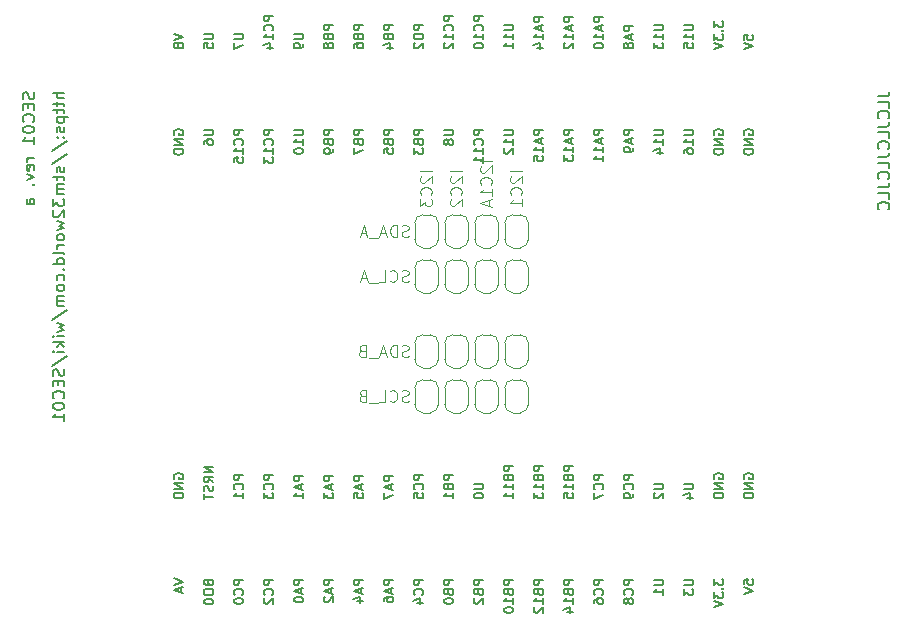
<source format=gbr>
G04 #@! TF.GenerationSoftware,KiCad,Pcbnew,8.0.2+dfsg-1*
G04 #@! TF.CreationDate,2024-06-11T15:29:42+08:00*
G04 #@! TF.ProjectId,sec01,73656330-312e-46b6-9963-61645f706362,a*
G04 #@! TF.SameCoordinates,Original*
G04 #@! TF.FileFunction,Legend,Bot*
G04 #@! TF.FilePolarity,Positive*
%FSLAX46Y46*%
G04 Gerber Fmt 4.6, Leading zero omitted, Abs format (unit mm)*
G04 Created by KiCad (PCBNEW 8.0.2+dfsg-1) date 2024-06-11 15:29:42*
%MOMM*%
%LPD*%
G01*
G04 APERTURE LIST*
%ADD10C,0.100000*%
%ADD11C,0.150000*%
%ADD12C,0.120000*%
G04 APERTURE END LIST*
D10*
X158572419Y-92454211D02*
X157572419Y-92454211D01*
X157667657Y-92882782D02*
X157620038Y-92930401D01*
X157620038Y-92930401D02*
X157572419Y-93025639D01*
X157572419Y-93025639D02*
X157572419Y-93263734D01*
X157572419Y-93263734D02*
X157620038Y-93358972D01*
X157620038Y-93358972D02*
X157667657Y-93406591D01*
X157667657Y-93406591D02*
X157762895Y-93454210D01*
X157762895Y-93454210D02*
X157858133Y-93454210D01*
X157858133Y-93454210D02*
X158000990Y-93406591D01*
X158000990Y-93406591D02*
X158572419Y-92835163D01*
X158572419Y-92835163D02*
X158572419Y-93454210D01*
X158477180Y-94454210D02*
X158524800Y-94406591D01*
X158524800Y-94406591D02*
X158572419Y-94263734D01*
X158572419Y-94263734D02*
X158572419Y-94168496D01*
X158572419Y-94168496D02*
X158524800Y-94025639D01*
X158524800Y-94025639D02*
X158429561Y-93930401D01*
X158429561Y-93930401D02*
X158334323Y-93882782D01*
X158334323Y-93882782D02*
X158143847Y-93835163D01*
X158143847Y-93835163D02*
X158000990Y-93835163D01*
X158000990Y-93835163D02*
X157810514Y-93882782D01*
X157810514Y-93882782D02*
X157715276Y-93930401D01*
X157715276Y-93930401D02*
X157620038Y-94025639D01*
X157620038Y-94025639D02*
X157572419Y-94168496D01*
X157572419Y-94168496D02*
X157572419Y-94263734D01*
X157572419Y-94263734D02*
X157620038Y-94406591D01*
X157620038Y-94406591D02*
X157667657Y-94454210D01*
X158572419Y-95406591D02*
X158572419Y-94835163D01*
X158572419Y-95120877D02*
X157572419Y-95120877D01*
X157572419Y-95120877D02*
X157715276Y-95025639D01*
X157715276Y-95025639D02*
X157810514Y-94930401D01*
X157810514Y-94930401D02*
X157858133Y-94835163D01*
X158286704Y-95787544D02*
X158286704Y-96263734D01*
X158572419Y-95692306D02*
X157572419Y-96025639D01*
X157572419Y-96025639D02*
X158572419Y-96358972D01*
X161112419Y-93311354D02*
X160112419Y-93311354D01*
X160207657Y-93739925D02*
X160160038Y-93787544D01*
X160160038Y-93787544D02*
X160112419Y-93882782D01*
X160112419Y-93882782D02*
X160112419Y-94120877D01*
X160112419Y-94120877D02*
X160160038Y-94216115D01*
X160160038Y-94216115D02*
X160207657Y-94263734D01*
X160207657Y-94263734D02*
X160302895Y-94311353D01*
X160302895Y-94311353D02*
X160398133Y-94311353D01*
X160398133Y-94311353D02*
X160540990Y-94263734D01*
X160540990Y-94263734D02*
X161112419Y-93692306D01*
X161112419Y-93692306D02*
X161112419Y-94311353D01*
X161017180Y-95311353D02*
X161064800Y-95263734D01*
X161064800Y-95263734D02*
X161112419Y-95120877D01*
X161112419Y-95120877D02*
X161112419Y-95025639D01*
X161112419Y-95025639D02*
X161064800Y-94882782D01*
X161064800Y-94882782D02*
X160969561Y-94787544D01*
X160969561Y-94787544D02*
X160874323Y-94739925D01*
X160874323Y-94739925D02*
X160683847Y-94692306D01*
X160683847Y-94692306D02*
X160540990Y-94692306D01*
X160540990Y-94692306D02*
X160350514Y-94739925D01*
X160350514Y-94739925D02*
X160255276Y-94787544D01*
X160255276Y-94787544D02*
X160160038Y-94882782D01*
X160160038Y-94882782D02*
X160112419Y-95025639D01*
X160112419Y-95025639D02*
X160112419Y-95120877D01*
X160112419Y-95120877D02*
X160160038Y-95263734D01*
X160160038Y-95263734D02*
X160207657Y-95311353D01*
X161112419Y-96263734D02*
X161112419Y-95692306D01*
X161112419Y-95978020D02*
X160112419Y-95978020D01*
X160112419Y-95978020D02*
X160255276Y-95882782D01*
X160255276Y-95882782D02*
X160350514Y-95787544D01*
X160350514Y-95787544D02*
X160398133Y-95692306D01*
X156032419Y-93311354D02*
X155032419Y-93311354D01*
X155127657Y-93739925D02*
X155080038Y-93787544D01*
X155080038Y-93787544D02*
X155032419Y-93882782D01*
X155032419Y-93882782D02*
X155032419Y-94120877D01*
X155032419Y-94120877D02*
X155080038Y-94216115D01*
X155080038Y-94216115D02*
X155127657Y-94263734D01*
X155127657Y-94263734D02*
X155222895Y-94311353D01*
X155222895Y-94311353D02*
X155318133Y-94311353D01*
X155318133Y-94311353D02*
X155460990Y-94263734D01*
X155460990Y-94263734D02*
X156032419Y-93692306D01*
X156032419Y-93692306D02*
X156032419Y-94311353D01*
X155937180Y-95311353D02*
X155984800Y-95263734D01*
X155984800Y-95263734D02*
X156032419Y-95120877D01*
X156032419Y-95120877D02*
X156032419Y-95025639D01*
X156032419Y-95025639D02*
X155984800Y-94882782D01*
X155984800Y-94882782D02*
X155889561Y-94787544D01*
X155889561Y-94787544D02*
X155794323Y-94739925D01*
X155794323Y-94739925D02*
X155603847Y-94692306D01*
X155603847Y-94692306D02*
X155460990Y-94692306D01*
X155460990Y-94692306D02*
X155270514Y-94739925D01*
X155270514Y-94739925D02*
X155175276Y-94787544D01*
X155175276Y-94787544D02*
X155080038Y-94882782D01*
X155080038Y-94882782D02*
X155032419Y-95025639D01*
X155032419Y-95025639D02*
X155032419Y-95120877D01*
X155032419Y-95120877D02*
X155080038Y-95263734D01*
X155080038Y-95263734D02*
X155127657Y-95311353D01*
X155127657Y-95692306D02*
X155080038Y-95739925D01*
X155080038Y-95739925D02*
X155032419Y-95835163D01*
X155032419Y-95835163D02*
X155032419Y-96073258D01*
X155032419Y-96073258D02*
X155080038Y-96168496D01*
X155080038Y-96168496D02*
X155127657Y-96216115D01*
X155127657Y-96216115D02*
X155222895Y-96263734D01*
X155222895Y-96263734D02*
X155318133Y-96263734D01*
X155318133Y-96263734D02*
X155460990Y-96216115D01*
X155460990Y-96216115D02*
X156032419Y-95644687D01*
X156032419Y-95644687D02*
X156032419Y-96263734D01*
X151508734Y-112804800D02*
X151365877Y-112852419D01*
X151365877Y-112852419D02*
X151127782Y-112852419D01*
X151127782Y-112852419D02*
X151032544Y-112804800D01*
X151032544Y-112804800D02*
X150984925Y-112757180D01*
X150984925Y-112757180D02*
X150937306Y-112661942D01*
X150937306Y-112661942D02*
X150937306Y-112566704D01*
X150937306Y-112566704D02*
X150984925Y-112471466D01*
X150984925Y-112471466D02*
X151032544Y-112423847D01*
X151032544Y-112423847D02*
X151127782Y-112376228D01*
X151127782Y-112376228D02*
X151318258Y-112328609D01*
X151318258Y-112328609D02*
X151413496Y-112280990D01*
X151413496Y-112280990D02*
X151461115Y-112233371D01*
X151461115Y-112233371D02*
X151508734Y-112138133D01*
X151508734Y-112138133D02*
X151508734Y-112042895D01*
X151508734Y-112042895D02*
X151461115Y-111947657D01*
X151461115Y-111947657D02*
X151413496Y-111900038D01*
X151413496Y-111900038D02*
X151318258Y-111852419D01*
X151318258Y-111852419D02*
X151080163Y-111852419D01*
X151080163Y-111852419D02*
X150937306Y-111900038D01*
X149937306Y-112757180D02*
X149984925Y-112804800D01*
X149984925Y-112804800D02*
X150127782Y-112852419D01*
X150127782Y-112852419D02*
X150223020Y-112852419D01*
X150223020Y-112852419D02*
X150365877Y-112804800D01*
X150365877Y-112804800D02*
X150461115Y-112709561D01*
X150461115Y-112709561D02*
X150508734Y-112614323D01*
X150508734Y-112614323D02*
X150556353Y-112423847D01*
X150556353Y-112423847D02*
X150556353Y-112280990D01*
X150556353Y-112280990D02*
X150508734Y-112090514D01*
X150508734Y-112090514D02*
X150461115Y-111995276D01*
X150461115Y-111995276D02*
X150365877Y-111900038D01*
X150365877Y-111900038D02*
X150223020Y-111852419D01*
X150223020Y-111852419D02*
X150127782Y-111852419D01*
X150127782Y-111852419D02*
X149984925Y-111900038D01*
X149984925Y-111900038D02*
X149937306Y-111947657D01*
X149032544Y-112852419D02*
X149508734Y-112852419D01*
X149508734Y-112852419D02*
X149508734Y-111852419D01*
X148937306Y-112947657D02*
X148175401Y-112947657D01*
X147603972Y-112328609D02*
X147461115Y-112376228D01*
X147461115Y-112376228D02*
X147413496Y-112423847D01*
X147413496Y-112423847D02*
X147365877Y-112519085D01*
X147365877Y-112519085D02*
X147365877Y-112661942D01*
X147365877Y-112661942D02*
X147413496Y-112757180D01*
X147413496Y-112757180D02*
X147461115Y-112804800D01*
X147461115Y-112804800D02*
X147556353Y-112852419D01*
X147556353Y-112852419D02*
X147937305Y-112852419D01*
X147937305Y-112852419D02*
X147937305Y-111852419D01*
X147937305Y-111852419D02*
X147603972Y-111852419D01*
X147603972Y-111852419D02*
X147508734Y-111900038D01*
X147508734Y-111900038D02*
X147461115Y-111947657D01*
X147461115Y-111947657D02*
X147413496Y-112042895D01*
X147413496Y-112042895D02*
X147413496Y-112138133D01*
X147413496Y-112138133D02*
X147461115Y-112233371D01*
X147461115Y-112233371D02*
X147508734Y-112280990D01*
X147508734Y-112280990D02*
X147603972Y-112328609D01*
X147603972Y-112328609D02*
X147937305Y-112328609D01*
X151508734Y-98834800D02*
X151365877Y-98882419D01*
X151365877Y-98882419D02*
X151127782Y-98882419D01*
X151127782Y-98882419D02*
X151032544Y-98834800D01*
X151032544Y-98834800D02*
X150984925Y-98787180D01*
X150984925Y-98787180D02*
X150937306Y-98691942D01*
X150937306Y-98691942D02*
X150937306Y-98596704D01*
X150937306Y-98596704D02*
X150984925Y-98501466D01*
X150984925Y-98501466D02*
X151032544Y-98453847D01*
X151032544Y-98453847D02*
X151127782Y-98406228D01*
X151127782Y-98406228D02*
X151318258Y-98358609D01*
X151318258Y-98358609D02*
X151413496Y-98310990D01*
X151413496Y-98310990D02*
X151461115Y-98263371D01*
X151461115Y-98263371D02*
X151508734Y-98168133D01*
X151508734Y-98168133D02*
X151508734Y-98072895D01*
X151508734Y-98072895D02*
X151461115Y-97977657D01*
X151461115Y-97977657D02*
X151413496Y-97930038D01*
X151413496Y-97930038D02*
X151318258Y-97882419D01*
X151318258Y-97882419D02*
X151080163Y-97882419D01*
X151080163Y-97882419D02*
X150937306Y-97930038D01*
X150508734Y-98882419D02*
X150508734Y-97882419D01*
X150508734Y-97882419D02*
X150270639Y-97882419D01*
X150270639Y-97882419D02*
X150127782Y-97930038D01*
X150127782Y-97930038D02*
X150032544Y-98025276D01*
X150032544Y-98025276D02*
X149984925Y-98120514D01*
X149984925Y-98120514D02*
X149937306Y-98310990D01*
X149937306Y-98310990D02*
X149937306Y-98453847D01*
X149937306Y-98453847D02*
X149984925Y-98644323D01*
X149984925Y-98644323D02*
X150032544Y-98739561D01*
X150032544Y-98739561D02*
X150127782Y-98834800D01*
X150127782Y-98834800D02*
X150270639Y-98882419D01*
X150270639Y-98882419D02*
X150508734Y-98882419D01*
X149556353Y-98596704D02*
X149080163Y-98596704D01*
X149651591Y-98882419D02*
X149318258Y-97882419D01*
X149318258Y-97882419D02*
X148984925Y-98882419D01*
X148889687Y-98977657D02*
X148127782Y-98977657D01*
X147937305Y-98596704D02*
X147461115Y-98596704D01*
X148032543Y-98882419D02*
X147699210Y-97882419D01*
X147699210Y-97882419D02*
X147365877Y-98882419D01*
X153492419Y-93311354D02*
X152492419Y-93311354D01*
X152587657Y-93739925D02*
X152540038Y-93787544D01*
X152540038Y-93787544D02*
X152492419Y-93882782D01*
X152492419Y-93882782D02*
X152492419Y-94120877D01*
X152492419Y-94120877D02*
X152540038Y-94216115D01*
X152540038Y-94216115D02*
X152587657Y-94263734D01*
X152587657Y-94263734D02*
X152682895Y-94311353D01*
X152682895Y-94311353D02*
X152778133Y-94311353D01*
X152778133Y-94311353D02*
X152920990Y-94263734D01*
X152920990Y-94263734D02*
X153492419Y-93692306D01*
X153492419Y-93692306D02*
X153492419Y-94311353D01*
X153397180Y-95311353D02*
X153444800Y-95263734D01*
X153444800Y-95263734D02*
X153492419Y-95120877D01*
X153492419Y-95120877D02*
X153492419Y-95025639D01*
X153492419Y-95025639D02*
X153444800Y-94882782D01*
X153444800Y-94882782D02*
X153349561Y-94787544D01*
X153349561Y-94787544D02*
X153254323Y-94739925D01*
X153254323Y-94739925D02*
X153063847Y-94692306D01*
X153063847Y-94692306D02*
X152920990Y-94692306D01*
X152920990Y-94692306D02*
X152730514Y-94739925D01*
X152730514Y-94739925D02*
X152635276Y-94787544D01*
X152635276Y-94787544D02*
X152540038Y-94882782D01*
X152540038Y-94882782D02*
X152492419Y-95025639D01*
X152492419Y-95025639D02*
X152492419Y-95120877D01*
X152492419Y-95120877D02*
X152540038Y-95263734D01*
X152540038Y-95263734D02*
X152587657Y-95311353D01*
X152492419Y-95644687D02*
X152492419Y-96263734D01*
X152492419Y-96263734D02*
X152873371Y-95930401D01*
X152873371Y-95930401D02*
X152873371Y-96073258D01*
X152873371Y-96073258D02*
X152920990Y-96168496D01*
X152920990Y-96168496D02*
X152968609Y-96216115D01*
X152968609Y-96216115D02*
X153063847Y-96263734D01*
X153063847Y-96263734D02*
X153301942Y-96263734D01*
X153301942Y-96263734D02*
X153397180Y-96216115D01*
X153397180Y-96216115D02*
X153444800Y-96168496D01*
X153444800Y-96168496D02*
X153492419Y-96073258D01*
X153492419Y-96073258D02*
X153492419Y-95787544D01*
X153492419Y-95787544D02*
X153444800Y-95692306D01*
X153444800Y-95692306D02*
X153397180Y-95644687D01*
X151508734Y-108994800D02*
X151365877Y-109042419D01*
X151365877Y-109042419D02*
X151127782Y-109042419D01*
X151127782Y-109042419D02*
X151032544Y-108994800D01*
X151032544Y-108994800D02*
X150984925Y-108947180D01*
X150984925Y-108947180D02*
X150937306Y-108851942D01*
X150937306Y-108851942D02*
X150937306Y-108756704D01*
X150937306Y-108756704D02*
X150984925Y-108661466D01*
X150984925Y-108661466D02*
X151032544Y-108613847D01*
X151032544Y-108613847D02*
X151127782Y-108566228D01*
X151127782Y-108566228D02*
X151318258Y-108518609D01*
X151318258Y-108518609D02*
X151413496Y-108470990D01*
X151413496Y-108470990D02*
X151461115Y-108423371D01*
X151461115Y-108423371D02*
X151508734Y-108328133D01*
X151508734Y-108328133D02*
X151508734Y-108232895D01*
X151508734Y-108232895D02*
X151461115Y-108137657D01*
X151461115Y-108137657D02*
X151413496Y-108090038D01*
X151413496Y-108090038D02*
X151318258Y-108042419D01*
X151318258Y-108042419D02*
X151080163Y-108042419D01*
X151080163Y-108042419D02*
X150937306Y-108090038D01*
X150508734Y-109042419D02*
X150508734Y-108042419D01*
X150508734Y-108042419D02*
X150270639Y-108042419D01*
X150270639Y-108042419D02*
X150127782Y-108090038D01*
X150127782Y-108090038D02*
X150032544Y-108185276D01*
X150032544Y-108185276D02*
X149984925Y-108280514D01*
X149984925Y-108280514D02*
X149937306Y-108470990D01*
X149937306Y-108470990D02*
X149937306Y-108613847D01*
X149937306Y-108613847D02*
X149984925Y-108804323D01*
X149984925Y-108804323D02*
X150032544Y-108899561D01*
X150032544Y-108899561D02*
X150127782Y-108994800D01*
X150127782Y-108994800D02*
X150270639Y-109042419D01*
X150270639Y-109042419D02*
X150508734Y-109042419D01*
X149556353Y-108756704D02*
X149080163Y-108756704D01*
X149651591Y-109042419D02*
X149318258Y-108042419D01*
X149318258Y-108042419D02*
X148984925Y-109042419D01*
X148889687Y-109137657D02*
X148127782Y-109137657D01*
X147556353Y-108518609D02*
X147413496Y-108566228D01*
X147413496Y-108566228D02*
X147365877Y-108613847D01*
X147365877Y-108613847D02*
X147318258Y-108709085D01*
X147318258Y-108709085D02*
X147318258Y-108851942D01*
X147318258Y-108851942D02*
X147365877Y-108947180D01*
X147365877Y-108947180D02*
X147413496Y-108994800D01*
X147413496Y-108994800D02*
X147508734Y-109042419D01*
X147508734Y-109042419D02*
X147889686Y-109042419D01*
X147889686Y-109042419D02*
X147889686Y-108042419D01*
X147889686Y-108042419D02*
X147556353Y-108042419D01*
X147556353Y-108042419D02*
X147461115Y-108090038D01*
X147461115Y-108090038D02*
X147413496Y-108137657D01*
X147413496Y-108137657D02*
X147365877Y-108232895D01*
X147365877Y-108232895D02*
X147365877Y-108328133D01*
X147365877Y-108328133D02*
X147413496Y-108423371D01*
X147413496Y-108423371D02*
X147461115Y-108470990D01*
X147461115Y-108470990D02*
X147556353Y-108518609D01*
X147556353Y-108518609D02*
X147889686Y-108518609D01*
X151508734Y-102644800D02*
X151365877Y-102692419D01*
X151365877Y-102692419D02*
X151127782Y-102692419D01*
X151127782Y-102692419D02*
X151032544Y-102644800D01*
X151032544Y-102644800D02*
X150984925Y-102597180D01*
X150984925Y-102597180D02*
X150937306Y-102501942D01*
X150937306Y-102501942D02*
X150937306Y-102406704D01*
X150937306Y-102406704D02*
X150984925Y-102311466D01*
X150984925Y-102311466D02*
X151032544Y-102263847D01*
X151032544Y-102263847D02*
X151127782Y-102216228D01*
X151127782Y-102216228D02*
X151318258Y-102168609D01*
X151318258Y-102168609D02*
X151413496Y-102120990D01*
X151413496Y-102120990D02*
X151461115Y-102073371D01*
X151461115Y-102073371D02*
X151508734Y-101978133D01*
X151508734Y-101978133D02*
X151508734Y-101882895D01*
X151508734Y-101882895D02*
X151461115Y-101787657D01*
X151461115Y-101787657D02*
X151413496Y-101740038D01*
X151413496Y-101740038D02*
X151318258Y-101692419D01*
X151318258Y-101692419D02*
X151080163Y-101692419D01*
X151080163Y-101692419D02*
X150937306Y-101740038D01*
X149937306Y-102597180D02*
X149984925Y-102644800D01*
X149984925Y-102644800D02*
X150127782Y-102692419D01*
X150127782Y-102692419D02*
X150223020Y-102692419D01*
X150223020Y-102692419D02*
X150365877Y-102644800D01*
X150365877Y-102644800D02*
X150461115Y-102549561D01*
X150461115Y-102549561D02*
X150508734Y-102454323D01*
X150508734Y-102454323D02*
X150556353Y-102263847D01*
X150556353Y-102263847D02*
X150556353Y-102120990D01*
X150556353Y-102120990D02*
X150508734Y-101930514D01*
X150508734Y-101930514D02*
X150461115Y-101835276D01*
X150461115Y-101835276D02*
X150365877Y-101740038D01*
X150365877Y-101740038D02*
X150223020Y-101692419D01*
X150223020Y-101692419D02*
X150127782Y-101692419D01*
X150127782Y-101692419D02*
X149984925Y-101740038D01*
X149984925Y-101740038D02*
X149937306Y-101787657D01*
X149032544Y-102692419D02*
X149508734Y-102692419D01*
X149508734Y-102692419D02*
X149508734Y-101692419D01*
X148937306Y-102787657D02*
X148175401Y-102787657D01*
X147984924Y-102406704D02*
X147508734Y-102406704D01*
X148080162Y-102692419D02*
X147746829Y-101692419D01*
X147746829Y-101692419D02*
X147413496Y-102692419D01*
D11*
X131642295Y-81676792D02*
X132442295Y-81943459D01*
X132442295Y-81943459D02*
X131642295Y-82210125D01*
X132023247Y-82743458D02*
X132061342Y-82857744D01*
X132061342Y-82857744D02*
X132099438Y-82895839D01*
X132099438Y-82895839D02*
X132175628Y-82933935D01*
X132175628Y-82933935D02*
X132289914Y-82933935D01*
X132289914Y-82933935D02*
X132366104Y-82895839D01*
X132366104Y-82895839D02*
X132404200Y-82857744D01*
X132404200Y-82857744D02*
X132442295Y-82781554D01*
X132442295Y-82781554D02*
X132442295Y-82476792D01*
X132442295Y-82476792D02*
X131642295Y-82476792D01*
X131642295Y-82476792D02*
X131642295Y-82743458D01*
X131642295Y-82743458D02*
X131680390Y-82819649D01*
X131680390Y-82819649D02*
X131718485Y-82857744D01*
X131718485Y-82857744D02*
X131794676Y-82895839D01*
X131794676Y-82895839D02*
X131870866Y-82895839D01*
X131870866Y-82895839D02*
X131947057Y-82857744D01*
X131947057Y-82857744D02*
X131985152Y-82819649D01*
X131985152Y-82819649D02*
X132023247Y-82743458D01*
X132023247Y-82743458D02*
X132023247Y-82476792D01*
X147682295Y-80914887D02*
X146882295Y-80914887D01*
X146882295Y-80914887D02*
X146882295Y-81219649D01*
X146882295Y-81219649D02*
X146920390Y-81295839D01*
X146920390Y-81295839D02*
X146958485Y-81333934D01*
X146958485Y-81333934D02*
X147034676Y-81372030D01*
X147034676Y-81372030D02*
X147148961Y-81372030D01*
X147148961Y-81372030D02*
X147225152Y-81333934D01*
X147225152Y-81333934D02*
X147263247Y-81295839D01*
X147263247Y-81295839D02*
X147301342Y-81219649D01*
X147301342Y-81219649D02*
X147301342Y-80914887D01*
X147263247Y-81981553D02*
X147301342Y-82095839D01*
X147301342Y-82095839D02*
X147339438Y-82133934D01*
X147339438Y-82133934D02*
X147415628Y-82172030D01*
X147415628Y-82172030D02*
X147529914Y-82172030D01*
X147529914Y-82172030D02*
X147606104Y-82133934D01*
X147606104Y-82133934D02*
X147644200Y-82095839D01*
X147644200Y-82095839D02*
X147682295Y-82019649D01*
X147682295Y-82019649D02*
X147682295Y-81714887D01*
X147682295Y-81714887D02*
X146882295Y-81714887D01*
X146882295Y-81714887D02*
X146882295Y-81981553D01*
X146882295Y-81981553D02*
X146920390Y-82057744D01*
X146920390Y-82057744D02*
X146958485Y-82095839D01*
X146958485Y-82095839D02*
X147034676Y-82133934D01*
X147034676Y-82133934D02*
X147110866Y-82133934D01*
X147110866Y-82133934D02*
X147187057Y-82095839D01*
X147187057Y-82095839D02*
X147225152Y-82057744D01*
X147225152Y-82057744D02*
X147263247Y-81981553D01*
X147263247Y-81981553D02*
X147263247Y-81714887D01*
X146882295Y-82857744D02*
X146882295Y-82705363D01*
X146882295Y-82705363D02*
X146920390Y-82629172D01*
X146920390Y-82629172D02*
X146958485Y-82591077D01*
X146958485Y-82591077D02*
X147072771Y-82514887D01*
X147072771Y-82514887D02*
X147225152Y-82476791D01*
X147225152Y-82476791D02*
X147529914Y-82476791D01*
X147529914Y-82476791D02*
X147606104Y-82514887D01*
X147606104Y-82514887D02*
X147644200Y-82552982D01*
X147644200Y-82552982D02*
X147682295Y-82629172D01*
X147682295Y-82629172D02*
X147682295Y-82781553D01*
X147682295Y-82781553D02*
X147644200Y-82857744D01*
X147644200Y-82857744D02*
X147606104Y-82895839D01*
X147606104Y-82895839D02*
X147529914Y-82933934D01*
X147529914Y-82933934D02*
X147339438Y-82933934D01*
X147339438Y-82933934D02*
X147263247Y-82895839D01*
X147263247Y-82895839D02*
X147225152Y-82857744D01*
X147225152Y-82857744D02*
X147187057Y-82781553D01*
X147187057Y-82781553D02*
X147187057Y-82629172D01*
X147187057Y-82629172D02*
X147225152Y-82552982D01*
X147225152Y-82552982D02*
X147263247Y-82514887D01*
X147263247Y-82514887D02*
X147339438Y-82476791D01*
X162922295Y-80267268D02*
X162122295Y-80267268D01*
X162122295Y-80267268D02*
X162122295Y-80572030D01*
X162122295Y-80572030D02*
X162160390Y-80648220D01*
X162160390Y-80648220D02*
X162198485Y-80686315D01*
X162198485Y-80686315D02*
X162274676Y-80724411D01*
X162274676Y-80724411D02*
X162388961Y-80724411D01*
X162388961Y-80724411D02*
X162465152Y-80686315D01*
X162465152Y-80686315D02*
X162503247Y-80648220D01*
X162503247Y-80648220D02*
X162541342Y-80572030D01*
X162541342Y-80572030D02*
X162541342Y-80267268D01*
X162693723Y-81029172D02*
X162693723Y-81410125D01*
X162922295Y-80952982D02*
X162122295Y-81219649D01*
X162122295Y-81219649D02*
X162922295Y-81486315D01*
X162922295Y-82172029D02*
X162922295Y-81714886D01*
X162922295Y-81943458D02*
X162122295Y-81943458D01*
X162122295Y-81943458D02*
X162236580Y-81867267D01*
X162236580Y-81867267D02*
X162312771Y-81791077D01*
X162312771Y-81791077D02*
X162350866Y-81714886D01*
X162388961Y-82857744D02*
X162922295Y-82857744D01*
X162084200Y-82667268D02*
X162655628Y-82476791D01*
X162655628Y-82476791D02*
X162655628Y-82972030D01*
X131680390Y-90243207D02*
X131642295Y-90167017D01*
X131642295Y-90167017D02*
X131642295Y-90052731D01*
X131642295Y-90052731D02*
X131680390Y-89938445D01*
X131680390Y-89938445D02*
X131756580Y-89862255D01*
X131756580Y-89862255D02*
X131832771Y-89824160D01*
X131832771Y-89824160D02*
X131985152Y-89786064D01*
X131985152Y-89786064D02*
X132099438Y-89786064D01*
X132099438Y-89786064D02*
X132251819Y-89824160D01*
X132251819Y-89824160D02*
X132328009Y-89862255D01*
X132328009Y-89862255D02*
X132404200Y-89938445D01*
X132404200Y-89938445D02*
X132442295Y-90052731D01*
X132442295Y-90052731D02*
X132442295Y-90128922D01*
X132442295Y-90128922D02*
X132404200Y-90243207D01*
X132404200Y-90243207D02*
X132366104Y-90281303D01*
X132366104Y-90281303D02*
X132099438Y-90281303D01*
X132099438Y-90281303D02*
X132099438Y-90128922D01*
X132442295Y-90624160D02*
X131642295Y-90624160D01*
X131642295Y-90624160D02*
X132442295Y-91081303D01*
X132442295Y-91081303D02*
X131642295Y-91081303D01*
X132442295Y-91462255D02*
X131642295Y-91462255D01*
X131642295Y-91462255D02*
X131642295Y-91652731D01*
X131642295Y-91652731D02*
X131680390Y-91767017D01*
X131680390Y-91767017D02*
X131756580Y-91843207D01*
X131756580Y-91843207D02*
X131832771Y-91881302D01*
X131832771Y-91881302D02*
X131985152Y-91919398D01*
X131985152Y-91919398D02*
X132099438Y-91919398D01*
X132099438Y-91919398D02*
X132251819Y-91881302D01*
X132251819Y-91881302D02*
X132328009Y-91843207D01*
X132328009Y-91843207D02*
X132404200Y-91767017D01*
X132404200Y-91767017D02*
X132442295Y-91652731D01*
X132442295Y-91652731D02*
X132442295Y-91462255D01*
X140062295Y-80152982D02*
X139262295Y-80152982D01*
X139262295Y-80152982D02*
X139262295Y-80457744D01*
X139262295Y-80457744D02*
X139300390Y-80533934D01*
X139300390Y-80533934D02*
X139338485Y-80572029D01*
X139338485Y-80572029D02*
X139414676Y-80610125D01*
X139414676Y-80610125D02*
X139528961Y-80610125D01*
X139528961Y-80610125D02*
X139605152Y-80572029D01*
X139605152Y-80572029D02*
X139643247Y-80533934D01*
X139643247Y-80533934D02*
X139681342Y-80457744D01*
X139681342Y-80457744D02*
X139681342Y-80152982D01*
X139986104Y-81410125D02*
X140024200Y-81372029D01*
X140024200Y-81372029D02*
X140062295Y-81257744D01*
X140062295Y-81257744D02*
X140062295Y-81181553D01*
X140062295Y-81181553D02*
X140024200Y-81067267D01*
X140024200Y-81067267D02*
X139948009Y-80991077D01*
X139948009Y-80991077D02*
X139871819Y-80952982D01*
X139871819Y-80952982D02*
X139719438Y-80914886D01*
X139719438Y-80914886D02*
X139605152Y-80914886D01*
X139605152Y-80914886D02*
X139452771Y-80952982D01*
X139452771Y-80952982D02*
X139376580Y-80991077D01*
X139376580Y-80991077D02*
X139300390Y-81067267D01*
X139300390Y-81067267D02*
X139262295Y-81181553D01*
X139262295Y-81181553D02*
X139262295Y-81257744D01*
X139262295Y-81257744D02*
X139300390Y-81372029D01*
X139300390Y-81372029D02*
X139338485Y-81410125D01*
X140062295Y-82172029D02*
X140062295Y-81714886D01*
X140062295Y-81943458D02*
X139262295Y-81943458D01*
X139262295Y-81943458D02*
X139376580Y-81867267D01*
X139376580Y-81867267D02*
X139452771Y-81791077D01*
X139452771Y-81791077D02*
X139490866Y-81714886D01*
X139528961Y-82857744D02*
X140062295Y-82857744D01*
X139224200Y-82667268D02*
X139795628Y-82476791D01*
X139795628Y-82476791D02*
X139795628Y-82972030D01*
X141802295Y-89824160D02*
X142449914Y-89824160D01*
X142449914Y-89824160D02*
X142526104Y-89862255D01*
X142526104Y-89862255D02*
X142564200Y-89900350D01*
X142564200Y-89900350D02*
X142602295Y-89976541D01*
X142602295Y-89976541D02*
X142602295Y-90128922D01*
X142602295Y-90128922D02*
X142564200Y-90205112D01*
X142564200Y-90205112D02*
X142526104Y-90243207D01*
X142526104Y-90243207D02*
X142449914Y-90281303D01*
X142449914Y-90281303D02*
X141802295Y-90281303D01*
X142602295Y-91081302D02*
X142602295Y-90624159D01*
X142602295Y-90852731D02*
X141802295Y-90852731D01*
X141802295Y-90852731D02*
X141916580Y-90776540D01*
X141916580Y-90776540D02*
X141992771Y-90700350D01*
X141992771Y-90700350D02*
X142030866Y-90624159D01*
X141802295Y-91576541D02*
X141802295Y-91652731D01*
X141802295Y-91652731D02*
X141840390Y-91728922D01*
X141840390Y-91728922D02*
X141878485Y-91767017D01*
X141878485Y-91767017D02*
X141954676Y-91805112D01*
X141954676Y-91805112D02*
X142107057Y-91843207D01*
X142107057Y-91843207D02*
X142297533Y-91843207D01*
X142297533Y-91843207D02*
X142449914Y-91805112D01*
X142449914Y-91805112D02*
X142526104Y-91767017D01*
X142526104Y-91767017D02*
X142564200Y-91728922D01*
X142564200Y-91728922D02*
X142602295Y-91652731D01*
X142602295Y-91652731D02*
X142602295Y-91576541D01*
X142602295Y-91576541D02*
X142564200Y-91500350D01*
X142564200Y-91500350D02*
X142526104Y-91462255D01*
X142526104Y-91462255D02*
X142449914Y-91424160D01*
X142449914Y-91424160D02*
X142297533Y-91386064D01*
X142297533Y-91386064D02*
X142107057Y-91386064D01*
X142107057Y-91386064D02*
X141954676Y-91424160D01*
X141954676Y-91424160D02*
X141878485Y-91462255D01*
X141878485Y-91462255D02*
X141840390Y-91500350D01*
X141840390Y-91500350D02*
X141802295Y-91576541D01*
X170542295Y-89824160D02*
X169742295Y-89824160D01*
X169742295Y-89824160D02*
X169742295Y-90128922D01*
X169742295Y-90128922D02*
X169780390Y-90205112D01*
X169780390Y-90205112D02*
X169818485Y-90243207D01*
X169818485Y-90243207D02*
X169894676Y-90281303D01*
X169894676Y-90281303D02*
X170008961Y-90281303D01*
X170008961Y-90281303D02*
X170085152Y-90243207D01*
X170085152Y-90243207D02*
X170123247Y-90205112D01*
X170123247Y-90205112D02*
X170161342Y-90128922D01*
X170161342Y-90128922D02*
X170161342Y-89824160D01*
X170313723Y-90586064D02*
X170313723Y-90967017D01*
X170542295Y-90509874D02*
X169742295Y-90776541D01*
X169742295Y-90776541D02*
X170542295Y-91043207D01*
X170542295Y-91347969D02*
X170542295Y-91500350D01*
X170542295Y-91500350D02*
X170504200Y-91576540D01*
X170504200Y-91576540D02*
X170466104Y-91614636D01*
X170466104Y-91614636D02*
X170351819Y-91690826D01*
X170351819Y-91690826D02*
X170199438Y-91728921D01*
X170199438Y-91728921D02*
X169894676Y-91728921D01*
X169894676Y-91728921D02*
X169818485Y-91690826D01*
X169818485Y-91690826D02*
X169780390Y-91652731D01*
X169780390Y-91652731D02*
X169742295Y-91576540D01*
X169742295Y-91576540D02*
X169742295Y-91424159D01*
X169742295Y-91424159D02*
X169780390Y-91347969D01*
X169780390Y-91347969D02*
X169818485Y-91309874D01*
X169818485Y-91309874D02*
X169894676Y-91271778D01*
X169894676Y-91271778D02*
X170085152Y-91271778D01*
X170085152Y-91271778D02*
X170161342Y-91309874D01*
X170161342Y-91309874D02*
X170199438Y-91347969D01*
X170199438Y-91347969D02*
X170237533Y-91424159D01*
X170237533Y-91424159D02*
X170237533Y-91576540D01*
X170237533Y-91576540D02*
X170199438Y-91652731D01*
X170199438Y-91652731D02*
X170161342Y-91690826D01*
X170161342Y-91690826D02*
X170085152Y-91728921D01*
X145142295Y-127924160D02*
X144342295Y-127924160D01*
X144342295Y-127924160D02*
X144342295Y-128228922D01*
X144342295Y-128228922D02*
X144380390Y-128305112D01*
X144380390Y-128305112D02*
X144418485Y-128343207D01*
X144418485Y-128343207D02*
X144494676Y-128381303D01*
X144494676Y-128381303D02*
X144608961Y-128381303D01*
X144608961Y-128381303D02*
X144685152Y-128343207D01*
X144685152Y-128343207D02*
X144723247Y-128305112D01*
X144723247Y-128305112D02*
X144761342Y-128228922D01*
X144761342Y-128228922D02*
X144761342Y-127924160D01*
X144913723Y-128686064D02*
X144913723Y-129067017D01*
X145142295Y-128609874D02*
X144342295Y-128876541D01*
X144342295Y-128876541D02*
X145142295Y-129143207D01*
X144418485Y-129371778D02*
X144380390Y-129409874D01*
X144380390Y-129409874D02*
X144342295Y-129486064D01*
X144342295Y-129486064D02*
X144342295Y-129676540D01*
X144342295Y-129676540D02*
X144380390Y-129752731D01*
X144380390Y-129752731D02*
X144418485Y-129790826D01*
X144418485Y-129790826D02*
X144494676Y-129828921D01*
X144494676Y-129828921D02*
X144570866Y-129828921D01*
X144570866Y-129828921D02*
X144685152Y-129790826D01*
X144685152Y-129790826D02*
X145142295Y-129333683D01*
X145142295Y-129333683D02*
X145142295Y-129828921D01*
X172282295Y-127924160D02*
X172929914Y-127924160D01*
X172929914Y-127924160D02*
X173006104Y-127962255D01*
X173006104Y-127962255D02*
X173044200Y-128000350D01*
X173044200Y-128000350D02*
X173082295Y-128076541D01*
X173082295Y-128076541D02*
X173082295Y-128228922D01*
X173082295Y-128228922D02*
X173044200Y-128305112D01*
X173044200Y-128305112D02*
X173006104Y-128343207D01*
X173006104Y-128343207D02*
X172929914Y-128381303D01*
X172929914Y-128381303D02*
X172282295Y-128381303D01*
X173082295Y-129181302D02*
X173082295Y-128724159D01*
X173082295Y-128952731D02*
X172282295Y-128952731D01*
X172282295Y-128952731D02*
X172396580Y-128876540D01*
X172396580Y-128876540D02*
X172472771Y-128800350D01*
X172472771Y-128800350D02*
X172510866Y-128724159D01*
X168002295Y-119014887D02*
X167202295Y-119014887D01*
X167202295Y-119014887D02*
X167202295Y-119319649D01*
X167202295Y-119319649D02*
X167240390Y-119395839D01*
X167240390Y-119395839D02*
X167278485Y-119433934D01*
X167278485Y-119433934D02*
X167354676Y-119472030D01*
X167354676Y-119472030D02*
X167468961Y-119472030D01*
X167468961Y-119472030D02*
X167545152Y-119433934D01*
X167545152Y-119433934D02*
X167583247Y-119395839D01*
X167583247Y-119395839D02*
X167621342Y-119319649D01*
X167621342Y-119319649D02*
X167621342Y-119014887D01*
X167926104Y-120272030D02*
X167964200Y-120233934D01*
X167964200Y-120233934D02*
X168002295Y-120119649D01*
X168002295Y-120119649D02*
X168002295Y-120043458D01*
X168002295Y-120043458D02*
X167964200Y-119929172D01*
X167964200Y-119929172D02*
X167888009Y-119852982D01*
X167888009Y-119852982D02*
X167811819Y-119814887D01*
X167811819Y-119814887D02*
X167659438Y-119776791D01*
X167659438Y-119776791D02*
X167545152Y-119776791D01*
X167545152Y-119776791D02*
X167392771Y-119814887D01*
X167392771Y-119814887D02*
X167316580Y-119852982D01*
X167316580Y-119852982D02*
X167240390Y-119929172D01*
X167240390Y-119929172D02*
X167202295Y-120043458D01*
X167202295Y-120043458D02*
X167202295Y-120119649D01*
X167202295Y-120119649D02*
X167240390Y-120233934D01*
X167240390Y-120233934D02*
X167278485Y-120272030D01*
X167202295Y-120538696D02*
X167202295Y-121072030D01*
X167202295Y-121072030D02*
X168002295Y-120729172D01*
X140062295Y-119014887D02*
X139262295Y-119014887D01*
X139262295Y-119014887D02*
X139262295Y-119319649D01*
X139262295Y-119319649D02*
X139300390Y-119395839D01*
X139300390Y-119395839D02*
X139338485Y-119433934D01*
X139338485Y-119433934D02*
X139414676Y-119472030D01*
X139414676Y-119472030D02*
X139528961Y-119472030D01*
X139528961Y-119472030D02*
X139605152Y-119433934D01*
X139605152Y-119433934D02*
X139643247Y-119395839D01*
X139643247Y-119395839D02*
X139681342Y-119319649D01*
X139681342Y-119319649D02*
X139681342Y-119014887D01*
X139986104Y-120272030D02*
X140024200Y-120233934D01*
X140024200Y-120233934D02*
X140062295Y-120119649D01*
X140062295Y-120119649D02*
X140062295Y-120043458D01*
X140062295Y-120043458D02*
X140024200Y-119929172D01*
X140024200Y-119929172D02*
X139948009Y-119852982D01*
X139948009Y-119852982D02*
X139871819Y-119814887D01*
X139871819Y-119814887D02*
X139719438Y-119776791D01*
X139719438Y-119776791D02*
X139605152Y-119776791D01*
X139605152Y-119776791D02*
X139452771Y-119814887D01*
X139452771Y-119814887D02*
X139376580Y-119852982D01*
X139376580Y-119852982D02*
X139300390Y-119929172D01*
X139300390Y-119929172D02*
X139262295Y-120043458D01*
X139262295Y-120043458D02*
X139262295Y-120119649D01*
X139262295Y-120119649D02*
X139300390Y-120233934D01*
X139300390Y-120233934D02*
X139338485Y-120272030D01*
X139262295Y-120538696D02*
X139262295Y-121033934D01*
X139262295Y-121033934D02*
X139567057Y-120767268D01*
X139567057Y-120767268D02*
X139567057Y-120881553D01*
X139567057Y-120881553D02*
X139605152Y-120957744D01*
X139605152Y-120957744D02*
X139643247Y-120995839D01*
X139643247Y-120995839D02*
X139719438Y-121033934D01*
X139719438Y-121033934D02*
X139909914Y-121033934D01*
X139909914Y-121033934D02*
X139986104Y-120995839D01*
X139986104Y-120995839D02*
X140024200Y-120957744D01*
X140024200Y-120957744D02*
X140062295Y-120881553D01*
X140062295Y-120881553D02*
X140062295Y-120652982D01*
X140062295Y-120652982D02*
X140024200Y-120576791D01*
X140024200Y-120576791D02*
X139986104Y-120538696D01*
X170542295Y-127924160D02*
X169742295Y-127924160D01*
X169742295Y-127924160D02*
X169742295Y-128228922D01*
X169742295Y-128228922D02*
X169780390Y-128305112D01*
X169780390Y-128305112D02*
X169818485Y-128343207D01*
X169818485Y-128343207D02*
X169894676Y-128381303D01*
X169894676Y-128381303D02*
X170008961Y-128381303D01*
X170008961Y-128381303D02*
X170085152Y-128343207D01*
X170085152Y-128343207D02*
X170123247Y-128305112D01*
X170123247Y-128305112D02*
X170161342Y-128228922D01*
X170161342Y-128228922D02*
X170161342Y-127924160D01*
X170466104Y-129181303D02*
X170504200Y-129143207D01*
X170504200Y-129143207D02*
X170542295Y-129028922D01*
X170542295Y-129028922D02*
X170542295Y-128952731D01*
X170542295Y-128952731D02*
X170504200Y-128838445D01*
X170504200Y-128838445D02*
X170428009Y-128762255D01*
X170428009Y-128762255D02*
X170351819Y-128724160D01*
X170351819Y-128724160D02*
X170199438Y-128686064D01*
X170199438Y-128686064D02*
X170085152Y-128686064D01*
X170085152Y-128686064D02*
X169932771Y-128724160D01*
X169932771Y-128724160D02*
X169856580Y-128762255D01*
X169856580Y-128762255D02*
X169780390Y-128838445D01*
X169780390Y-128838445D02*
X169742295Y-128952731D01*
X169742295Y-128952731D02*
X169742295Y-129028922D01*
X169742295Y-129028922D02*
X169780390Y-129143207D01*
X169780390Y-129143207D02*
X169818485Y-129181303D01*
X170085152Y-129638445D02*
X170047057Y-129562255D01*
X170047057Y-129562255D02*
X170008961Y-129524160D01*
X170008961Y-129524160D02*
X169932771Y-129486064D01*
X169932771Y-129486064D02*
X169894676Y-129486064D01*
X169894676Y-129486064D02*
X169818485Y-129524160D01*
X169818485Y-129524160D02*
X169780390Y-129562255D01*
X169780390Y-129562255D02*
X169742295Y-129638445D01*
X169742295Y-129638445D02*
X169742295Y-129790826D01*
X169742295Y-129790826D02*
X169780390Y-129867017D01*
X169780390Y-129867017D02*
X169818485Y-129905112D01*
X169818485Y-129905112D02*
X169894676Y-129943207D01*
X169894676Y-129943207D02*
X169932771Y-129943207D01*
X169932771Y-129943207D02*
X170008961Y-129905112D01*
X170008961Y-129905112D02*
X170047057Y-129867017D01*
X170047057Y-129867017D02*
X170085152Y-129790826D01*
X170085152Y-129790826D02*
X170085152Y-129638445D01*
X170085152Y-129638445D02*
X170123247Y-129562255D01*
X170123247Y-129562255D02*
X170161342Y-129524160D01*
X170161342Y-129524160D02*
X170237533Y-129486064D01*
X170237533Y-129486064D02*
X170389914Y-129486064D01*
X170389914Y-129486064D02*
X170466104Y-129524160D01*
X170466104Y-129524160D02*
X170504200Y-129562255D01*
X170504200Y-129562255D02*
X170542295Y-129638445D01*
X170542295Y-129638445D02*
X170542295Y-129790826D01*
X170542295Y-129790826D02*
X170504200Y-129867017D01*
X170504200Y-129867017D02*
X170466104Y-129905112D01*
X170466104Y-129905112D02*
X170389914Y-129943207D01*
X170389914Y-129943207D02*
X170237533Y-129943207D01*
X170237533Y-129943207D02*
X170161342Y-129905112D01*
X170161342Y-129905112D02*
X170123247Y-129867017D01*
X170123247Y-129867017D02*
X170085152Y-129790826D01*
X179902295Y-82210125D02*
X179902295Y-81829173D01*
X179902295Y-81829173D02*
X180283247Y-81791077D01*
X180283247Y-81791077D02*
X180245152Y-81829173D01*
X180245152Y-81829173D02*
X180207057Y-81905363D01*
X180207057Y-81905363D02*
X180207057Y-82095839D01*
X180207057Y-82095839D02*
X180245152Y-82172030D01*
X180245152Y-82172030D02*
X180283247Y-82210125D01*
X180283247Y-82210125D02*
X180359438Y-82248220D01*
X180359438Y-82248220D02*
X180549914Y-82248220D01*
X180549914Y-82248220D02*
X180626104Y-82210125D01*
X180626104Y-82210125D02*
X180664200Y-82172030D01*
X180664200Y-82172030D02*
X180702295Y-82095839D01*
X180702295Y-82095839D02*
X180702295Y-81905363D01*
X180702295Y-81905363D02*
X180664200Y-81829173D01*
X180664200Y-81829173D02*
X180626104Y-81791077D01*
X179902295Y-82476792D02*
X180702295Y-82743459D01*
X180702295Y-82743459D02*
X179902295Y-83010125D01*
X140062295Y-89824160D02*
X139262295Y-89824160D01*
X139262295Y-89824160D02*
X139262295Y-90128922D01*
X139262295Y-90128922D02*
X139300390Y-90205112D01*
X139300390Y-90205112D02*
X139338485Y-90243207D01*
X139338485Y-90243207D02*
X139414676Y-90281303D01*
X139414676Y-90281303D02*
X139528961Y-90281303D01*
X139528961Y-90281303D02*
X139605152Y-90243207D01*
X139605152Y-90243207D02*
X139643247Y-90205112D01*
X139643247Y-90205112D02*
X139681342Y-90128922D01*
X139681342Y-90128922D02*
X139681342Y-89824160D01*
X139986104Y-91081303D02*
X140024200Y-91043207D01*
X140024200Y-91043207D02*
X140062295Y-90928922D01*
X140062295Y-90928922D02*
X140062295Y-90852731D01*
X140062295Y-90852731D02*
X140024200Y-90738445D01*
X140024200Y-90738445D02*
X139948009Y-90662255D01*
X139948009Y-90662255D02*
X139871819Y-90624160D01*
X139871819Y-90624160D02*
X139719438Y-90586064D01*
X139719438Y-90586064D02*
X139605152Y-90586064D01*
X139605152Y-90586064D02*
X139452771Y-90624160D01*
X139452771Y-90624160D02*
X139376580Y-90662255D01*
X139376580Y-90662255D02*
X139300390Y-90738445D01*
X139300390Y-90738445D02*
X139262295Y-90852731D01*
X139262295Y-90852731D02*
X139262295Y-90928922D01*
X139262295Y-90928922D02*
X139300390Y-91043207D01*
X139300390Y-91043207D02*
X139338485Y-91081303D01*
X140062295Y-91843207D02*
X140062295Y-91386064D01*
X140062295Y-91614636D02*
X139262295Y-91614636D01*
X139262295Y-91614636D02*
X139376580Y-91538445D01*
X139376580Y-91538445D02*
X139452771Y-91462255D01*
X139452771Y-91462255D02*
X139490866Y-91386064D01*
X139262295Y-92109874D02*
X139262295Y-92605112D01*
X139262295Y-92605112D02*
X139567057Y-92338446D01*
X139567057Y-92338446D02*
X139567057Y-92452731D01*
X139567057Y-92452731D02*
X139605152Y-92528922D01*
X139605152Y-92528922D02*
X139643247Y-92567017D01*
X139643247Y-92567017D02*
X139719438Y-92605112D01*
X139719438Y-92605112D02*
X139909914Y-92605112D01*
X139909914Y-92605112D02*
X139986104Y-92567017D01*
X139986104Y-92567017D02*
X140024200Y-92528922D01*
X140024200Y-92528922D02*
X140062295Y-92452731D01*
X140062295Y-92452731D02*
X140062295Y-92224160D01*
X140062295Y-92224160D02*
X140024200Y-92147969D01*
X140024200Y-92147969D02*
X139986104Y-92109874D01*
X159582295Y-89824160D02*
X160229914Y-89824160D01*
X160229914Y-89824160D02*
X160306104Y-89862255D01*
X160306104Y-89862255D02*
X160344200Y-89900350D01*
X160344200Y-89900350D02*
X160382295Y-89976541D01*
X160382295Y-89976541D02*
X160382295Y-90128922D01*
X160382295Y-90128922D02*
X160344200Y-90205112D01*
X160344200Y-90205112D02*
X160306104Y-90243207D01*
X160306104Y-90243207D02*
X160229914Y-90281303D01*
X160229914Y-90281303D02*
X159582295Y-90281303D01*
X160382295Y-91081302D02*
X160382295Y-90624159D01*
X160382295Y-90852731D02*
X159582295Y-90852731D01*
X159582295Y-90852731D02*
X159696580Y-90776540D01*
X159696580Y-90776540D02*
X159772771Y-90700350D01*
X159772771Y-90700350D02*
X159810866Y-90624159D01*
X159658485Y-91386064D02*
X159620390Y-91424160D01*
X159620390Y-91424160D02*
X159582295Y-91500350D01*
X159582295Y-91500350D02*
X159582295Y-91690826D01*
X159582295Y-91690826D02*
X159620390Y-91767017D01*
X159620390Y-91767017D02*
X159658485Y-91805112D01*
X159658485Y-91805112D02*
X159734676Y-91843207D01*
X159734676Y-91843207D02*
X159810866Y-91843207D01*
X159810866Y-91843207D02*
X159925152Y-91805112D01*
X159925152Y-91805112D02*
X160382295Y-91347969D01*
X160382295Y-91347969D02*
X160382295Y-91843207D01*
X145142295Y-119129173D02*
X144342295Y-119129173D01*
X144342295Y-119129173D02*
X144342295Y-119433935D01*
X144342295Y-119433935D02*
X144380390Y-119510125D01*
X144380390Y-119510125D02*
X144418485Y-119548220D01*
X144418485Y-119548220D02*
X144494676Y-119586316D01*
X144494676Y-119586316D02*
X144608961Y-119586316D01*
X144608961Y-119586316D02*
X144685152Y-119548220D01*
X144685152Y-119548220D02*
X144723247Y-119510125D01*
X144723247Y-119510125D02*
X144761342Y-119433935D01*
X144761342Y-119433935D02*
X144761342Y-119129173D01*
X144913723Y-119891077D02*
X144913723Y-120272030D01*
X145142295Y-119814887D02*
X144342295Y-120081554D01*
X144342295Y-120081554D02*
X145142295Y-120348220D01*
X144342295Y-120538696D02*
X144342295Y-121033934D01*
X144342295Y-121033934D02*
X144647057Y-120767268D01*
X144647057Y-120767268D02*
X144647057Y-120881553D01*
X144647057Y-120881553D02*
X144685152Y-120957744D01*
X144685152Y-120957744D02*
X144723247Y-120995839D01*
X144723247Y-120995839D02*
X144799438Y-121033934D01*
X144799438Y-121033934D02*
X144989914Y-121033934D01*
X144989914Y-121033934D02*
X145066104Y-120995839D01*
X145066104Y-120995839D02*
X145104200Y-120957744D01*
X145104200Y-120957744D02*
X145142295Y-120881553D01*
X145142295Y-120881553D02*
X145142295Y-120652982D01*
X145142295Y-120652982D02*
X145104200Y-120576791D01*
X145104200Y-120576791D02*
X145066104Y-120538696D01*
X147682295Y-89824160D02*
X146882295Y-89824160D01*
X146882295Y-89824160D02*
X146882295Y-90128922D01*
X146882295Y-90128922D02*
X146920390Y-90205112D01*
X146920390Y-90205112D02*
X146958485Y-90243207D01*
X146958485Y-90243207D02*
X147034676Y-90281303D01*
X147034676Y-90281303D02*
X147148961Y-90281303D01*
X147148961Y-90281303D02*
X147225152Y-90243207D01*
X147225152Y-90243207D02*
X147263247Y-90205112D01*
X147263247Y-90205112D02*
X147301342Y-90128922D01*
X147301342Y-90128922D02*
X147301342Y-89824160D01*
X147263247Y-90890826D02*
X147301342Y-91005112D01*
X147301342Y-91005112D02*
X147339438Y-91043207D01*
X147339438Y-91043207D02*
X147415628Y-91081303D01*
X147415628Y-91081303D02*
X147529914Y-91081303D01*
X147529914Y-91081303D02*
X147606104Y-91043207D01*
X147606104Y-91043207D02*
X147644200Y-91005112D01*
X147644200Y-91005112D02*
X147682295Y-90928922D01*
X147682295Y-90928922D02*
X147682295Y-90624160D01*
X147682295Y-90624160D02*
X146882295Y-90624160D01*
X146882295Y-90624160D02*
X146882295Y-90890826D01*
X146882295Y-90890826D02*
X146920390Y-90967017D01*
X146920390Y-90967017D02*
X146958485Y-91005112D01*
X146958485Y-91005112D02*
X147034676Y-91043207D01*
X147034676Y-91043207D02*
X147110866Y-91043207D01*
X147110866Y-91043207D02*
X147187057Y-91005112D01*
X147187057Y-91005112D02*
X147225152Y-90967017D01*
X147225152Y-90967017D02*
X147263247Y-90890826D01*
X147263247Y-90890826D02*
X147263247Y-90624160D01*
X146882295Y-91347969D02*
X146882295Y-91881303D01*
X146882295Y-91881303D02*
X147682295Y-91538445D01*
X168002295Y-89824160D02*
X167202295Y-89824160D01*
X167202295Y-89824160D02*
X167202295Y-90128922D01*
X167202295Y-90128922D02*
X167240390Y-90205112D01*
X167240390Y-90205112D02*
X167278485Y-90243207D01*
X167278485Y-90243207D02*
X167354676Y-90281303D01*
X167354676Y-90281303D02*
X167468961Y-90281303D01*
X167468961Y-90281303D02*
X167545152Y-90243207D01*
X167545152Y-90243207D02*
X167583247Y-90205112D01*
X167583247Y-90205112D02*
X167621342Y-90128922D01*
X167621342Y-90128922D02*
X167621342Y-89824160D01*
X167773723Y-90586064D02*
X167773723Y-90967017D01*
X168002295Y-90509874D02*
X167202295Y-90776541D01*
X167202295Y-90776541D02*
X168002295Y-91043207D01*
X168002295Y-91728921D02*
X168002295Y-91271778D01*
X168002295Y-91500350D02*
X167202295Y-91500350D01*
X167202295Y-91500350D02*
X167316580Y-91424159D01*
X167316580Y-91424159D02*
X167392771Y-91347969D01*
X167392771Y-91347969D02*
X167430866Y-91271778D01*
X168002295Y-92490826D02*
X168002295Y-92033683D01*
X168002295Y-92262255D02*
X167202295Y-92262255D01*
X167202295Y-92262255D02*
X167316580Y-92186064D01*
X167316580Y-92186064D02*
X167392771Y-92109874D01*
X167392771Y-92109874D02*
X167430866Y-92033683D01*
X165462295Y-127924160D02*
X164662295Y-127924160D01*
X164662295Y-127924160D02*
X164662295Y-128228922D01*
X164662295Y-128228922D02*
X164700390Y-128305112D01*
X164700390Y-128305112D02*
X164738485Y-128343207D01*
X164738485Y-128343207D02*
X164814676Y-128381303D01*
X164814676Y-128381303D02*
X164928961Y-128381303D01*
X164928961Y-128381303D02*
X165005152Y-128343207D01*
X165005152Y-128343207D02*
X165043247Y-128305112D01*
X165043247Y-128305112D02*
X165081342Y-128228922D01*
X165081342Y-128228922D02*
X165081342Y-127924160D01*
X165043247Y-128990826D02*
X165081342Y-129105112D01*
X165081342Y-129105112D02*
X165119438Y-129143207D01*
X165119438Y-129143207D02*
X165195628Y-129181303D01*
X165195628Y-129181303D02*
X165309914Y-129181303D01*
X165309914Y-129181303D02*
X165386104Y-129143207D01*
X165386104Y-129143207D02*
X165424200Y-129105112D01*
X165424200Y-129105112D02*
X165462295Y-129028922D01*
X165462295Y-129028922D02*
X165462295Y-128724160D01*
X165462295Y-128724160D02*
X164662295Y-128724160D01*
X164662295Y-128724160D02*
X164662295Y-128990826D01*
X164662295Y-128990826D02*
X164700390Y-129067017D01*
X164700390Y-129067017D02*
X164738485Y-129105112D01*
X164738485Y-129105112D02*
X164814676Y-129143207D01*
X164814676Y-129143207D02*
X164890866Y-129143207D01*
X164890866Y-129143207D02*
X164967057Y-129105112D01*
X164967057Y-129105112D02*
X165005152Y-129067017D01*
X165005152Y-129067017D02*
X165043247Y-128990826D01*
X165043247Y-128990826D02*
X165043247Y-128724160D01*
X165462295Y-129943207D02*
X165462295Y-129486064D01*
X165462295Y-129714636D02*
X164662295Y-129714636D01*
X164662295Y-129714636D02*
X164776580Y-129638445D01*
X164776580Y-129638445D02*
X164852771Y-129562255D01*
X164852771Y-129562255D02*
X164890866Y-129486064D01*
X164928961Y-130628922D02*
X165462295Y-130628922D01*
X164624200Y-130438446D02*
X165195628Y-130247969D01*
X165195628Y-130247969D02*
X165195628Y-130743208D01*
X191224819Y-86982493D02*
X191939104Y-86982493D01*
X191939104Y-86982493D02*
X192081961Y-86934874D01*
X192081961Y-86934874D02*
X192177200Y-86839636D01*
X192177200Y-86839636D02*
X192224819Y-86696779D01*
X192224819Y-86696779D02*
X192224819Y-86601541D01*
X192224819Y-87934874D02*
X192224819Y-87458684D01*
X192224819Y-87458684D02*
X191224819Y-87458684D01*
X192129580Y-88839636D02*
X192177200Y-88792017D01*
X192177200Y-88792017D02*
X192224819Y-88649160D01*
X192224819Y-88649160D02*
X192224819Y-88553922D01*
X192224819Y-88553922D02*
X192177200Y-88411065D01*
X192177200Y-88411065D02*
X192081961Y-88315827D01*
X192081961Y-88315827D02*
X191986723Y-88268208D01*
X191986723Y-88268208D02*
X191796247Y-88220589D01*
X191796247Y-88220589D02*
X191653390Y-88220589D01*
X191653390Y-88220589D02*
X191462914Y-88268208D01*
X191462914Y-88268208D02*
X191367676Y-88315827D01*
X191367676Y-88315827D02*
X191272438Y-88411065D01*
X191272438Y-88411065D02*
X191224819Y-88553922D01*
X191224819Y-88553922D02*
X191224819Y-88649160D01*
X191224819Y-88649160D02*
X191272438Y-88792017D01*
X191272438Y-88792017D02*
X191320057Y-88839636D01*
X191224819Y-89553922D02*
X191939104Y-89553922D01*
X191939104Y-89553922D02*
X192081961Y-89506303D01*
X192081961Y-89506303D02*
X192177200Y-89411065D01*
X192177200Y-89411065D02*
X192224819Y-89268208D01*
X192224819Y-89268208D02*
X192224819Y-89172970D01*
X192224819Y-90506303D02*
X192224819Y-90030113D01*
X192224819Y-90030113D02*
X191224819Y-90030113D01*
X192129580Y-91411065D02*
X192177200Y-91363446D01*
X192177200Y-91363446D02*
X192224819Y-91220589D01*
X192224819Y-91220589D02*
X192224819Y-91125351D01*
X192224819Y-91125351D02*
X192177200Y-90982494D01*
X192177200Y-90982494D02*
X192081961Y-90887256D01*
X192081961Y-90887256D02*
X191986723Y-90839637D01*
X191986723Y-90839637D02*
X191796247Y-90792018D01*
X191796247Y-90792018D02*
X191653390Y-90792018D01*
X191653390Y-90792018D02*
X191462914Y-90839637D01*
X191462914Y-90839637D02*
X191367676Y-90887256D01*
X191367676Y-90887256D02*
X191272438Y-90982494D01*
X191272438Y-90982494D02*
X191224819Y-91125351D01*
X191224819Y-91125351D02*
X191224819Y-91220589D01*
X191224819Y-91220589D02*
X191272438Y-91363446D01*
X191272438Y-91363446D02*
X191320057Y-91411065D01*
X191224819Y-92125351D02*
X191939104Y-92125351D01*
X191939104Y-92125351D02*
X192081961Y-92077732D01*
X192081961Y-92077732D02*
X192177200Y-91982494D01*
X192177200Y-91982494D02*
X192224819Y-91839637D01*
X192224819Y-91839637D02*
X192224819Y-91744399D01*
X192224819Y-93077732D02*
X192224819Y-92601542D01*
X192224819Y-92601542D02*
X191224819Y-92601542D01*
X192129580Y-93982494D02*
X192177200Y-93934875D01*
X192177200Y-93934875D02*
X192224819Y-93792018D01*
X192224819Y-93792018D02*
X192224819Y-93696780D01*
X192224819Y-93696780D02*
X192177200Y-93553923D01*
X192177200Y-93553923D02*
X192081961Y-93458685D01*
X192081961Y-93458685D02*
X191986723Y-93411066D01*
X191986723Y-93411066D02*
X191796247Y-93363447D01*
X191796247Y-93363447D02*
X191653390Y-93363447D01*
X191653390Y-93363447D02*
X191462914Y-93411066D01*
X191462914Y-93411066D02*
X191367676Y-93458685D01*
X191367676Y-93458685D02*
X191272438Y-93553923D01*
X191272438Y-93553923D02*
X191224819Y-93696780D01*
X191224819Y-93696780D02*
X191224819Y-93792018D01*
X191224819Y-93792018D02*
X191272438Y-93934875D01*
X191272438Y-93934875D02*
X191320057Y-93982494D01*
X191224819Y-94696780D02*
X191939104Y-94696780D01*
X191939104Y-94696780D02*
X192081961Y-94649161D01*
X192081961Y-94649161D02*
X192177200Y-94553923D01*
X192177200Y-94553923D02*
X192224819Y-94411066D01*
X192224819Y-94411066D02*
X192224819Y-94315828D01*
X192224819Y-95649161D02*
X192224819Y-95172971D01*
X192224819Y-95172971D02*
X191224819Y-95172971D01*
X192129580Y-96553923D02*
X192177200Y-96506304D01*
X192177200Y-96506304D02*
X192224819Y-96363447D01*
X192224819Y-96363447D02*
X192224819Y-96268209D01*
X192224819Y-96268209D02*
X192177200Y-96125352D01*
X192177200Y-96125352D02*
X192081961Y-96030114D01*
X192081961Y-96030114D02*
X191986723Y-95982495D01*
X191986723Y-95982495D02*
X191796247Y-95934876D01*
X191796247Y-95934876D02*
X191653390Y-95934876D01*
X191653390Y-95934876D02*
X191462914Y-95982495D01*
X191462914Y-95982495D02*
X191367676Y-96030114D01*
X191367676Y-96030114D02*
X191272438Y-96125352D01*
X191272438Y-96125352D02*
X191224819Y-96268209D01*
X191224819Y-96268209D02*
X191224819Y-96363447D01*
X191224819Y-96363447D02*
X191272438Y-96506304D01*
X191272438Y-96506304D02*
X191320057Y-96553923D01*
X174822295Y-80914887D02*
X175469914Y-80914887D01*
X175469914Y-80914887D02*
X175546104Y-80952982D01*
X175546104Y-80952982D02*
X175584200Y-80991077D01*
X175584200Y-80991077D02*
X175622295Y-81067268D01*
X175622295Y-81067268D02*
X175622295Y-81219649D01*
X175622295Y-81219649D02*
X175584200Y-81295839D01*
X175584200Y-81295839D02*
X175546104Y-81333934D01*
X175546104Y-81333934D02*
X175469914Y-81372030D01*
X175469914Y-81372030D02*
X174822295Y-81372030D01*
X175622295Y-82172029D02*
X175622295Y-81714886D01*
X175622295Y-81943458D02*
X174822295Y-81943458D01*
X174822295Y-81943458D02*
X174936580Y-81867267D01*
X174936580Y-81867267D02*
X175012771Y-81791077D01*
X175012771Y-81791077D02*
X175050866Y-81714886D01*
X174822295Y-82895839D02*
X174822295Y-82514887D01*
X174822295Y-82514887D02*
X175203247Y-82476791D01*
X175203247Y-82476791D02*
X175165152Y-82514887D01*
X175165152Y-82514887D02*
X175127057Y-82591077D01*
X175127057Y-82591077D02*
X175127057Y-82781553D01*
X175127057Y-82781553D02*
X175165152Y-82857744D01*
X175165152Y-82857744D02*
X175203247Y-82895839D01*
X175203247Y-82895839D02*
X175279438Y-82933934D01*
X175279438Y-82933934D02*
X175469914Y-82933934D01*
X175469914Y-82933934D02*
X175546104Y-82895839D01*
X175546104Y-82895839D02*
X175584200Y-82857744D01*
X175584200Y-82857744D02*
X175622295Y-82781553D01*
X175622295Y-82781553D02*
X175622295Y-82591077D01*
X175622295Y-82591077D02*
X175584200Y-82514887D01*
X175584200Y-82514887D02*
X175546104Y-82476791D01*
X134563247Y-128190826D02*
X134601342Y-128305112D01*
X134601342Y-128305112D02*
X134639438Y-128343207D01*
X134639438Y-128343207D02*
X134715628Y-128381303D01*
X134715628Y-128381303D02*
X134829914Y-128381303D01*
X134829914Y-128381303D02*
X134906104Y-128343207D01*
X134906104Y-128343207D02*
X134944200Y-128305112D01*
X134944200Y-128305112D02*
X134982295Y-128228922D01*
X134982295Y-128228922D02*
X134982295Y-127924160D01*
X134982295Y-127924160D02*
X134182295Y-127924160D01*
X134182295Y-127924160D02*
X134182295Y-128190826D01*
X134182295Y-128190826D02*
X134220390Y-128267017D01*
X134220390Y-128267017D02*
X134258485Y-128305112D01*
X134258485Y-128305112D02*
X134334676Y-128343207D01*
X134334676Y-128343207D02*
X134410866Y-128343207D01*
X134410866Y-128343207D02*
X134487057Y-128305112D01*
X134487057Y-128305112D02*
X134525152Y-128267017D01*
X134525152Y-128267017D02*
X134563247Y-128190826D01*
X134563247Y-128190826D02*
X134563247Y-127924160D01*
X134182295Y-128876541D02*
X134182295Y-129028922D01*
X134182295Y-129028922D02*
X134220390Y-129105112D01*
X134220390Y-129105112D02*
X134296580Y-129181303D01*
X134296580Y-129181303D02*
X134448961Y-129219398D01*
X134448961Y-129219398D02*
X134715628Y-129219398D01*
X134715628Y-129219398D02*
X134868009Y-129181303D01*
X134868009Y-129181303D02*
X134944200Y-129105112D01*
X134944200Y-129105112D02*
X134982295Y-129028922D01*
X134982295Y-129028922D02*
X134982295Y-128876541D01*
X134982295Y-128876541D02*
X134944200Y-128800350D01*
X134944200Y-128800350D02*
X134868009Y-128724160D01*
X134868009Y-128724160D02*
X134715628Y-128686064D01*
X134715628Y-128686064D02*
X134448961Y-128686064D01*
X134448961Y-128686064D02*
X134296580Y-128724160D01*
X134296580Y-128724160D02*
X134220390Y-128800350D01*
X134220390Y-128800350D02*
X134182295Y-128876541D01*
X134182295Y-129714636D02*
X134182295Y-129790826D01*
X134182295Y-129790826D02*
X134220390Y-129867017D01*
X134220390Y-129867017D02*
X134258485Y-129905112D01*
X134258485Y-129905112D02*
X134334676Y-129943207D01*
X134334676Y-129943207D02*
X134487057Y-129981302D01*
X134487057Y-129981302D02*
X134677533Y-129981302D01*
X134677533Y-129981302D02*
X134829914Y-129943207D01*
X134829914Y-129943207D02*
X134906104Y-129905112D01*
X134906104Y-129905112D02*
X134944200Y-129867017D01*
X134944200Y-129867017D02*
X134982295Y-129790826D01*
X134982295Y-129790826D02*
X134982295Y-129714636D01*
X134982295Y-129714636D02*
X134944200Y-129638445D01*
X134944200Y-129638445D02*
X134906104Y-129600350D01*
X134906104Y-129600350D02*
X134829914Y-129562255D01*
X134829914Y-129562255D02*
X134677533Y-129524159D01*
X134677533Y-129524159D02*
X134487057Y-129524159D01*
X134487057Y-129524159D02*
X134334676Y-129562255D01*
X134334676Y-129562255D02*
X134258485Y-129600350D01*
X134258485Y-129600350D02*
X134220390Y-129638445D01*
X134220390Y-129638445D02*
X134182295Y-129714636D01*
X174822295Y-119776792D02*
X175469914Y-119776792D01*
X175469914Y-119776792D02*
X175546104Y-119814887D01*
X175546104Y-119814887D02*
X175584200Y-119852982D01*
X175584200Y-119852982D02*
X175622295Y-119929173D01*
X175622295Y-119929173D02*
X175622295Y-120081554D01*
X175622295Y-120081554D02*
X175584200Y-120157744D01*
X175584200Y-120157744D02*
X175546104Y-120195839D01*
X175546104Y-120195839D02*
X175469914Y-120233935D01*
X175469914Y-120233935D02*
X174822295Y-120233935D01*
X175088961Y-120957744D02*
X175622295Y-120957744D01*
X174784200Y-120767268D02*
X175355628Y-120576791D01*
X175355628Y-120576791D02*
X175355628Y-121072030D01*
X150222295Y-127924160D02*
X149422295Y-127924160D01*
X149422295Y-127924160D02*
X149422295Y-128228922D01*
X149422295Y-128228922D02*
X149460390Y-128305112D01*
X149460390Y-128305112D02*
X149498485Y-128343207D01*
X149498485Y-128343207D02*
X149574676Y-128381303D01*
X149574676Y-128381303D02*
X149688961Y-128381303D01*
X149688961Y-128381303D02*
X149765152Y-128343207D01*
X149765152Y-128343207D02*
X149803247Y-128305112D01*
X149803247Y-128305112D02*
X149841342Y-128228922D01*
X149841342Y-128228922D02*
X149841342Y-127924160D01*
X149993723Y-128686064D02*
X149993723Y-129067017D01*
X150222295Y-128609874D02*
X149422295Y-128876541D01*
X149422295Y-128876541D02*
X150222295Y-129143207D01*
X149422295Y-129752731D02*
X149422295Y-129600350D01*
X149422295Y-129600350D02*
X149460390Y-129524159D01*
X149460390Y-129524159D02*
X149498485Y-129486064D01*
X149498485Y-129486064D02*
X149612771Y-129409874D01*
X149612771Y-129409874D02*
X149765152Y-129371778D01*
X149765152Y-129371778D02*
X150069914Y-129371778D01*
X150069914Y-129371778D02*
X150146104Y-129409874D01*
X150146104Y-129409874D02*
X150184200Y-129447969D01*
X150184200Y-129447969D02*
X150222295Y-129524159D01*
X150222295Y-129524159D02*
X150222295Y-129676540D01*
X150222295Y-129676540D02*
X150184200Y-129752731D01*
X150184200Y-129752731D02*
X150146104Y-129790826D01*
X150146104Y-129790826D02*
X150069914Y-129828921D01*
X150069914Y-129828921D02*
X149879438Y-129828921D01*
X149879438Y-129828921D02*
X149803247Y-129790826D01*
X149803247Y-129790826D02*
X149765152Y-129752731D01*
X149765152Y-129752731D02*
X149727057Y-129676540D01*
X149727057Y-129676540D02*
X149727057Y-129524159D01*
X149727057Y-129524159D02*
X149765152Y-129447969D01*
X149765152Y-129447969D02*
X149803247Y-129409874D01*
X149803247Y-129409874D02*
X149879438Y-129371778D01*
X142602295Y-119129173D02*
X141802295Y-119129173D01*
X141802295Y-119129173D02*
X141802295Y-119433935D01*
X141802295Y-119433935D02*
X141840390Y-119510125D01*
X141840390Y-119510125D02*
X141878485Y-119548220D01*
X141878485Y-119548220D02*
X141954676Y-119586316D01*
X141954676Y-119586316D02*
X142068961Y-119586316D01*
X142068961Y-119586316D02*
X142145152Y-119548220D01*
X142145152Y-119548220D02*
X142183247Y-119510125D01*
X142183247Y-119510125D02*
X142221342Y-119433935D01*
X142221342Y-119433935D02*
X142221342Y-119129173D01*
X142373723Y-119891077D02*
X142373723Y-120272030D01*
X142602295Y-119814887D02*
X141802295Y-120081554D01*
X141802295Y-120081554D02*
X142602295Y-120348220D01*
X142602295Y-121033934D02*
X142602295Y-120576791D01*
X142602295Y-120805363D02*
X141802295Y-120805363D01*
X141802295Y-120805363D02*
X141916580Y-120729172D01*
X141916580Y-120729172D02*
X141992771Y-120652982D01*
X141992771Y-120652982D02*
X142030866Y-120576791D01*
X162922295Y-89824160D02*
X162122295Y-89824160D01*
X162122295Y-89824160D02*
X162122295Y-90128922D01*
X162122295Y-90128922D02*
X162160390Y-90205112D01*
X162160390Y-90205112D02*
X162198485Y-90243207D01*
X162198485Y-90243207D02*
X162274676Y-90281303D01*
X162274676Y-90281303D02*
X162388961Y-90281303D01*
X162388961Y-90281303D02*
X162465152Y-90243207D01*
X162465152Y-90243207D02*
X162503247Y-90205112D01*
X162503247Y-90205112D02*
X162541342Y-90128922D01*
X162541342Y-90128922D02*
X162541342Y-89824160D01*
X162693723Y-90586064D02*
X162693723Y-90967017D01*
X162922295Y-90509874D02*
X162122295Y-90776541D01*
X162122295Y-90776541D02*
X162922295Y-91043207D01*
X162922295Y-91728921D02*
X162922295Y-91271778D01*
X162922295Y-91500350D02*
X162122295Y-91500350D01*
X162122295Y-91500350D02*
X162236580Y-91424159D01*
X162236580Y-91424159D02*
X162312771Y-91347969D01*
X162312771Y-91347969D02*
X162350866Y-91271778D01*
X162122295Y-92452731D02*
X162122295Y-92071779D01*
X162122295Y-92071779D02*
X162503247Y-92033683D01*
X162503247Y-92033683D02*
X162465152Y-92071779D01*
X162465152Y-92071779D02*
X162427057Y-92147969D01*
X162427057Y-92147969D02*
X162427057Y-92338445D01*
X162427057Y-92338445D02*
X162465152Y-92414636D01*
X162465152Y-92414636D02*
X162503247Y-92452731D01*
X162503247Y-92452731D02*
X162579438Y-92490826D01*
X162579438Y-92490826D02*
X162769914Y-92490826D01*
X162769914Y-92490826D02*
X162846104Y-92452731D01*
X162846104Y-92452731D02*
X162884200Y-92414636D01*
X162884200Y-92414636D02*
X162922295Y-92338445D01*
X162922295Y-92338445D02*
X162922295Y-92147969D01*
X162922295Y-92147969D02*
X162884200Y-92071779D01*
X162884200Y-92071779D02*
X162846104Y-92033683D01*
X137522295Y-119014887D02*
X136722295Y-119014887D01*
X136722295Y-119014887D02*
X136722295Y-119319649D01*
X136722295Y-119319649D02*
X136760390Y-119395839D01*
X136760390Y-119395839D02*
X136798485Y-119433934D01*
X136798485Y-119433934D02*
X136874676Y-119472030D01*
X136874676Y-119472030D02*
X136988961Y-119472030D01*
X136988961Y-119472030D02*
X137065152Y-119433934D01*
X137065152Y-119433934D02*
X137103247Y-119395839D01*
X137103247Y-119395839D02*
X137141342Y-119319649D01*
X137141342Y-119319649D02*
X137141342Y-119014887D01*
X137446104Y-120272030D02*
X137484200Y-120233934D01*
X137484200Y-120233934D02*
X137522295Y-120119649D01*
X137522295Y-120119649D02*
X137522295Y-120043458D01*
X137522295Y-120043458D02*
X137484200Y-119929172D01*
X137484200Y-119929172D02*
X137408009Y-119852982D01*
X137408009Y-119852982D02*
X137331819Y-119814887D01*
X137331819Y-119814887D02*
X137179438Y-119776791D01*
X137179438Y-119776791D02*
X137065152Y-119776791D01*
X137065152Y-119776791D02*
X136912771Y-119814887D01*
X136912771Y-119814887D02*
X136836580Y-119852982D01*
X136836580Y-119852982D02*
X136760390Y-119929172D01*
X136760390Y-119929172D02*
X136722295Y-120043458D01*
X136722295Y-120043458D02*
X136722295Y-120119649D01*
X136722295Y-120119649D02*
X136760390Y-120233934D01*
X136760390Y-120233934D02*
X136798485Y-120272030D01*
X137522295Y-121033934D02*
X137522295Y-120576791D01*
X137522295Y-120805363D02*
X136722295Y-120805363D01*
X136722295Y-120805363D02*
X136836580Y-120729172D01*
X136836580Y-120729172D02*
X136912771Y-120652982D01*
X136912771Y-120652982D02*
X136950866Y-120576791D01*
X157842295Y-89824160D02*
X157042295Y-89824160D01*
X157042295Y-89824160D02*
X157042295Y-90128922D01*
X157042295Y-90128922D02*
X157080390Y-90205112D01*
X157080390Y-90205112D02*
X157118485Y-90243207D01*
X157118485Y-90243207D02*
X157194676Y-90281303D01*
X157194676Y-90281303D02*
X157308961Y-90281303D01*
X157308961Y-90281303D02*
X157385152Y-90243207D01*
X157385152Y-90243207D02*
X157423247Y-90205112D01*
X157423247Y-90205112D02*
X157461342Y-90128922D01*
X157461342Y-90128922D02*
X157461342Y-89824160D01*
X157766104Y-91081303D02*
X157804200Y-91043207D01*
X157804200Y-91043207D02*
X157842295Y-90928922D01*
X157842295Y-90928922D02*
X157842295Y-90852731D01*
X157842295Y-90852731D02*
X157804200Y-90738445D01*
X157804200Y-90738445D02*
X157728009Y-90662255D01*
X157728009Y-90662255D02*
X157651819Y-90624160D01*
X157651819Y-90624160D02*
X157499438Y-90586064D01*
X157499438Y-90586064D02*
X157385152Y-90586064D01*
X157385152Y-90586064D02*
X157232771Y-90624160D01*
X157232771Y-90624160D02*
X157156580Y-90662255D01*
X157156580Y-90662255D02*
X157080390Y-90738445D01*
X157080390Y-90738445D02*
X157042295Y-90852731D01*
X157042295Y-90852731D02*
X157042295Y-90928922D01*
X157042295Y-90928922D02*
X157080390Y-91043207D01*
X157080390Y-91043207D02*
X157118485Y-91081303D01*
X157842295Y-91843207D02*
X157842295Y-91386064D01*
X157842295Y-91614636D02*
X157042295Y-91614636D01*
X157042295Y-91614636D02*
X157156580Y-91538445D01*
X157156580Y-91538445D02*
X157232771Y-91462255D01*
X157232771Y-91462255D02*
X157270866Y-91386064D01*
X157842295Y-92605112D02*
X157842295Y-92147969D01*
X157842295Y-92376541D02*
X157042295Y-92376541D01*
X157042295Y-92376541D02*
X157156580Y-92300350D01*
X157156580Y-92300350D02*
X157232771Y-92224160D01*
X157232771Y-92224160D02*
X157270866Y-92147969D01*
X119787200Y-86649160D02*
X119834819Y-86792017D01*
X119834819Y-86792017D02*
X119834819Y-87030112D01*
X119834819Y-87030112D02*
X119787200Y-87125350D01*
X119787200Y-87125350D02*
X119739580Y-87172969D01*
X119739580Y-87172969D02*
X119644342Y-87220588D01*
X119644342Y-87220588D02*
X119549104Y-87220588D01*
X119549104Y-87220588D02*
X119453866Y-87172969D01*
X119453866Y-87172969D02*
X119406247Y-87125350D01*
X119406247Y-87125350D02*
X119358628Y-87030112D01*
X119358628Y-87030112D02*
X119311009Y-86839636D01*
X119311009Y-86839636D02*
X119263390Y-86744398D01*
X119263390Y-86744398D02*
X119215771Y-86696779D01*
X119215771Y-86696779D02*
X119120533Y-86649160D01*
X119120533Y-86649160D02*
X119025295Y-86649160D01*
X119025295Y-86649160D02*
X118930057Y-86696779D01*
X118930057Y-86696779D02*
X118882438Y-86744398D01*
X118882438Y-86744398D02*
X118834819Y-86839636D01*
X118834819Y-86839636D02*
X118834819Y-87077731D01*
X118834819Y-87077731D02*
X118882438Y-87220588D01*
X119311009Y-87649160D02*
X119311009Y-87982493D01*
X119834819Y-88125350D02*
X119834819Y-87649160D01*
X119834819Y-87649160D02*
X118834819Y-87649160D01*
X118834819Y-87649160D02*
X118834819Y-88125350D01*
X119739580Y-89125350D02*
X119787200Y-89077731D01*
X119787200Y-89077731D02*
X119834819Y-88934874D01*
X119834819Y-88934874D02*
X119834819Y-88839636D01*
X119834819Y-88839636D02*
X119787200Y-88696779D01*
X119787200Y-88696779D02*
X119691961Y-88601541D01*
X119691961Y-88601541D02*
X119596723Y-88553922D01*
X119596723Y-88553922D02*
X119406247Y-88506303D01*
X119406247Y-88506303D02*
X119263390Y-88506303D01*
X119263390Y-88506303D02*
X119072914Y-88553922D01*
X119072914Y-88553922D02*
X118977676Y-88601541D01*
X118977676Y-88601541D02*
X118882438Y-88696779D01*
X118882438Y-88696779D02*
X118834819Y-88839636D01*
X118834819Y-88839636D02*
X118834819Y-88934874D01*
X118834819Y-88934874D02*
X118882438Y-89077731D01*
X118882438Y-89077731D02*
X118930057Y-89125350D01*
X118834819Y-89744398D02*
X118834819Y-89839636D01*
X118834819Y-89839636D02*
X118882438Y-89934874D01*
X118882438Y-89934874D02*
X118930057Y-89982493D01*
X118930057Y-89982493D02*
X119025295Y-90030112D01*
X119025295Y-90030112D02*
X119215771Y-90077731D01*
X119215771Y-90077731D02*
X119453866Y-90077731D01*
X119453866Y-90077731D02*
X119644342Y-90030112D01*
X119644342Y-90030112D02*
X119739580Y-89982493D01*
X119739580Y-89982493D02*
X119787200Y-89934874D01*
X119787200Y-89934874D02*
X119834819Y-89839636D01*
X119834819Y-89839636D02*
X119834819Y-89744398D01*
X119834819Y-89744398D02*
X119787200Y-89649160D01*
X119787200Y-89649160D02*
X119739580Y-89601541D01*
X119739580Y-89601541D02*
X119644342Y-89553922D01*
X119644342Y-89553922D02*
X119453866Y-89506303D01*
X119453866Y-89506303D02*
X119215771Y-89506303D01*
X119215771Y-89506303D02*
X119025295Y-89553922D01*
X119025295Y-89553922D02*
X118930057Y-89601541D01*
X118930057Y-89601541D02*
X118882438Y-89649160D01*
X118882438Y-89649160D02*
X118834819Y-89744398D01*
X119834819Y-91030112D02*
X119834819Y-90458684D01*
X119834819Y-90744398D02*
X118834819Y-90744398D01*
X118834819Y-90744398D02*
X118977676Y-90649160D01*
X118977676Y-90649160D02*
X119072914Y-90553922D01*
X119072914Y-90553922D02*
X119120533Y-90458684D01*
X119834819Y-92220589D02*
X119168152Y-92220589D01*
X119358628Y-92220589D02*
X119263390Y-92268208D01*
X119263390Y-92268208D02*
X119215771Y-92315827D01*
X119215771Y-92315827D02*
X119168152Y-92411065D01*
X119168152Y-92411065D02*
X119168152Y-92506303D01*
X119787200Y-93220589D02*
X119834819Y-93125351D01*
X119834819Y-93125351D02*
X119834819Y-92934875D01*
X119834819Y-92934875D02*
X119787200Y-92839637D01*
X119787200Y-92839637D02*
X119691961Y-92792018D01*
X119691961Y-92792018D02*
X119311009Y-92792018D01*
X119311009Y-92792018D02*
X119215771Y-92839637D01*
X119215771Y-92839637D02*
X119168152Y-92934875D01*
X119168152Y-92934875D02*
X119168152Y-93125351D01*
X119168152Y-93125351D02*
X119215771Y-93220589D01*
X119215771Y-93220589D02*
X119311009Y-93268208D01*
X119311009Y-93268208D02*
X119406247Y-93268208D01*
X119406247Y-93268208D02*
X119501485Y-92792018D01*
X119168152Y-93601542D02*
X119834819Y-93839637D01*
X119834819Y-93839637D02*
X119168152Y-94077732D01*
X119739580Y-94458685D02*
X119787200Y-94506304D01*
X119787200Y-94506304D02*
X119834819Y-94458685D01*
X119834819Y-94458685D02*
X119787200Y-94411066D01*
X119787200Y-94411066D02*
X119739580Y-94458685D01*
X119739580Y-94458685D02*
X119834819Y-94458685D01*
X119834819Y-96125351D02*
X119311009Y-96125351D01*
X119311009Y-96125351D02*
X119215771Y-96077732D01*
X119215771Y-96077732D02*
X119168152Y-95982494D01*
X119168152Y-95982494D02*
X119168152Y-95792018D01*
X119168152Y-95792018D02*
X119215771Y-95696780D01*
X119787200Y-96125351D02*
X119834819Y-96030113D01*
X119834819Y-96030113D02*
X119834819Y-95792018D01*
X119834819Y-95792018D02*
X119787200Y-95696780D01*
X119787200Y-95696780D02*
X119691961Y-95649161D01*
X119691961Y-95649161D02*
X119596723Y-95649161D01*
X119596723Y-95649161D02*
X119501485Y-95696780D01*
X119501485Y-95696780D02*
X119453866Y-95792018D01*
X119453866Y-95792018D02*
X119453866Y-96030113D01*
X119453866Y-96030113D02*
X119406247Y-96125351D01*
X155302295Y-119014887D02*
X154502295Y-119014887D01*
X154502295Y-119014887D02*
X154502295Y-119319649D01*
X154502295Y-119319649D02*
X154540390Y-119395839D01*
X154540390Y-119395839D02*
X154578485Y-119433934D01*
X154578485Y-119433934D02*
X154654676Y-119472030D01*
X154654676Y-119472030D02*
X154768961Y-119472030D01*
X154768961Y-119472030D02*
X154845152Y-119433934D01*
X154845152Y-119433934D02*
X154883247Y-119395839D01*
X154883247Y-119395839D02*
X154921342Y-119319649D01*
X154921342Y-119319649D02*
X154921342Y-119014887D01*
X154883247Y-120081553D02*
X154921342Y-120195839D01*
X154921342Y-120195839D02*
X154959438Y-120233934D01*
X154959438Y-120233934D02*
X155035628Y-120272030D01*
X155035628Y-120272030D02*
X155149914Y-120272030D01*
X155149914Y-120272030D02*
X155226104Y-120233934D01*
X155226104Y-120233934D02*
X155264200Y-120195839D01*
X155264200Y-120195839D02*
X155302295Y-120119649D01*
X155302295Y-120119649D02*
X155302295Y-119814887D01*
X155302295Y-119814887D02*
X154502295Y-119814887D01*
X154502295Y-119814887D02*
X154502295Y-120081553D01*
X154502295Y-120081553D02*
X154540390Y-120157744D01*
X154540390Y-120157744D02*
X154578485Y-120195839D01*
X154578485Y-120195839D02*
X154654676Y-120233934D01*
X154654676Y-120233934D02*
X154730866Y-120233934D01*
X154730866Y-120233934D02*
X154807057Y-120195839D01*
X154807057Y-120195839D02*
X154845152Y-120157744D01*
X154845152Y-120157744D02*
X154883247Y-120081553D01*
X154883247Y-120081553D02*
X154883247Y-119814887D01*
X155302295Y-121033934D02*
X155302295Y-120576791D01*
X155302295Y-120805363D02*
X154502295Y-120805363D01*
X154502295Y-120805363D02*
X154616580Y-120729172D01*
X154616580Y-120729172D02*
X154692771Y-120652982D01*
X154692771Y-120652982D02*
X154730866Y-120576791D01*
X155302295Y-80152982D02*
X154502295Y-80152982D01*
X154502295Y-80152982D02*
X154502295Y-80457744D01*
X154502295Y-80457744D02*
X154540390Y-80533934D01*
X154540390Y-80533934D02*
X154578485Y-80572029D01*
X154578485Y-80572029D02*
X154654676Y-80610125D01*
X154654676Y-80610125D02*
X154768961Y-80610125D01*
X154768961Y-80610125D02*
X154845152Y-80572029D01*
X154845152Y-80572029D02*
X154883247Y-80533934D01*
X154883247Y-80533934D02*
X154921342Y-80457744D01*
X154921342Y-80457744D02*
X154921342Y-80152982D01*
X155226104Y-81410125D02*
X155264200Y-81372029D01*
X155264200Y-81372029D02*
X155302295Y-81257744D01*
X155302295Y-81257744D02*
X155302295Y-81181553D01*
X155302295Y-81181553D02*
X155264200Y-81067267D01*
X155264200Y-81067267D02*
X155188009Y-80991077D01*
X155188009Y-80991077D02*
X155111819Y-80952982D01*
X155111819Y-80952982D02*
X154959438Y-80914886D01*
X154959438Y-80914886D02*
X154845152Y-80914886D01*
X154845152Y-80914886D02*
X154692771Y-80952982D01*
X154692771Y-80952982D02*
X154616580Y-80991077D01*
X154616580Y-80991077D02*
X154540390Y-81067267D01*
X154540390Y-81067267D02*
X154502295Y-81181553D01*
X154502295Y-81181553D02*
X154502295Y-81257744D01*
X154502295Y-81257744D02*
X154540390Y-81372029D01*
X154540390Y-81372029D02*
X154578485Y-81410125D01*
X155302295Y-82172029D02*
X155302295Y-81714886D01*
X155302295Y-81943458D02*
X154502295Y-81943458D01*
X154502295Y-81943458D02*
X154616580Y-81867267D01*
X154616580Y-81867267D02*
X154692771Y-81791077D01*
X154692771Y-81791077D02*
X154730866Y-81714886D01*
X154578485Y-82476791D02*
X154540390Y-82514887D01*
X154540390Y-82514887D02*
X154502295Y-82591077D01*
X154502295Y-82591077D02*
X154502295Y-82781553D01*
X154502295Y-82781553D02*
X154540390Y-82857744D01*
X154540390Y-82857744D02*
X154578485Y-82895839D01*
X154578485Y-82895839D02*
X154654676Y-82933934D01*
X154654676Y-82933934D02*
X154730866Y-82933934D01*
X154730866Y-82933934D02*
X154845152Y-82895839D01*
X154845152Y-82895839D02*
X155302295Y-82438696D01*
X155302295Y-82438696D02*
X155302295Y-82933934D01*
X160382295Y-118252982D02*
X159582295Y-118252982D01*
X159582295Y-118252982D02*
X159582295Y-118557744D01*
X159582295Y-118557744D02*
X159620390Y-118633934D01*
X159620390Y-118633934D02*
X159658485Y-118672029D01*
X159658485Y-118672029D02*
X159734676Y-118710125D01*
X159734676Y-118710125D02*
X159848961Y-118710125D01*
X159848961Y-118710125D02*
X159925152Y-118672029D01*
X159925152Y-118672029D02*
X159963247Y-118633934D01*
X159963247Y-118633934D02*
X160001342Y-118557744D01*
X160001342Y-118557744D02*
X160001342Y-118252982D01*
X159963247Y-119319648D02*
X160001342Y-119433934D01*
X160001342Y-119433934D02*
X160039438Y-119472029D01*
X160039438Y-119472029D02*
X160115628Y-119510125D01*
X160115628Y-119510125D02*
X160229914Y-119510125D01*
X160229914Y-119510125D02*
X160306104Y-119472029D01*
X160306104Y-119472029D02*
X160344200Y-119433934D01*
X160344200Y-119433934D02*
X160382295Y-119357744D01*
X160382295Y-119357744D02*
X160382295Y-119052982D01*
X160382295Y-119052982D02*
X159582295Y-119052982D01*
X159582295Y-119052982D02*
X159582295Y-119319648D01*
X159582295Y-119319648D02*
X159620390Y-119395839D01*
X159620390Y-119395839D02*
X159658485Y-119433934D01*
X159658485Y-119433934D02*
X159734676Y-119472029D01*
X159734676Y-119472029D02*
X159810866Y-119472029D01*
X159810866Y-119472029D02*
X159887057Y-119433934D01*
X159887057Y-119433934D02*
X159925152Y-119395839D01*
X159925152Y-119395839D02*
X159963247Y-119319648D01*
X159963247Y-119319648D02*
X159963247Y-119052982D01*
X160382295Y-120272029D02*
X160382295Y-119814886D01*
X160382295Y-120043458D02*
X159582295Y-120043458D01*
X159582295Y-120043458D02*
X159696580Y-119967267D01*
X159696580Y-119967267D02*
X159772771Y-119891077D01*
X159772771Y-119891077D02*
X159810866Y-119814886D01*
X160382295Y-121033934D02*
X160382295Y-120576791D01*
X160382295Y-120805363D02*
X159582295Y-120805363D01*
X159582295Y-120805363D02*
X159696580Y-120729172D01*
X159696580Y-120729172D02*
X159772771Y-120652982D01*
X159772771Y-120652982D02*
X159810866Y-120576791D01*
X131680390Y-119357744D02*
X131642295Y-119281554D01*
X131642295Y-119281554D02*
X131642295Y-119167268D01*
X131642295Y-119167268D02*
X131680390Y-119052982D01*
X131680390Y-119052982D02*
X131756580Y-118976792D01*
X131756580Y-118976792D02*
X131832771Y-118938697D01*
X131832771Y-118938697D02*
X131985152Y-118900601D01*
X131985152Y-118900601D02*
X132099438Y-118900601D01*
X132099438Y-118900601D02*
X132251819Y-118938697D01*
X132251819Y-118938697D02*
X132328009Y-118976792D01*
X132328009Y-118976792D02*
X132404200Y-119052982D01*
X132404200Y-119052982D02*
X132442295Y-119167268D01*
X132442295Y-119167268D02*
X132442295Y-119243459D01*
X132442295Y-119243459D02*
X132404200Y-119357744D01*
X132404200Y-119357744D02*
X132366104Y-119395840D01*
X132366104Y-119395840D02*
X132099438Y-119395840D01*
X132099438Y-119395840D02*
X132099438Y-119243459D01*
X132442295Y-119738697D02*
X131642295Y-119738697D01*
X131642295Y-119738697D02*
X132442295Y-120195840D01*
X132442295Y-120195840D02*
X131642295Y-120195840D01*
X132442295Y-120576792D02*
X131642295Y-120576792D01*
X131642295Y-120576792D02*
X131642295Y-120767268D01*
X131642295Y-120767268D02*
X131680390Y-120881554D01*
X131680390Y-120881554D02*
X131756580Y-120957744D01*
X131756580Y-120957744D02*
X131832771Y-120995839D01*
X131832771Y-120995839D02*
X131985152Y-121033935D01*
X131985152Y-121033935D02*
X132099438Y-121033935D01*
X132099438Y-121033935D02*
X132251819Y-120995839D01*
X132251819Y-120995839D02*
X132328009Y-120957744D01*
X132328009Y-120957744D02*
X132404200Y-120881554D01*
X132404200Y-120881554D02*
X132442295Y-120767268D01*
X132442295Y-120767268D02*
X132442295Y-120576792D01*
X179902295Y-128305112D02*
X179902295Y-127924160D01*
X179902295Y-127924160D02*
X180283247Y-127886064D01*
X180283247Y-127886064D02*
X180245152Y-127924160D01*
X180245152Y-127924160D02*
X180207057Y-128000350D01*
X180207057Y-128000350D02*
X180207057Y-128190826D01*
X180207057Y-128190826D02*
X180245152Y-128267017D01*
X180245152Y-128267017D02*
X180283247Y-128305112D01*
X180283247Y-128305112D02*
X180359438Y-128343207D01*
X180359438Y-128343207D02*
X180549914Y-128343207D01*
X180549914Y-128343207D02*
X180626104Y-128305112D01*
X180626104Y-128305112D02*
X180664200Y-128267017D01*
X180664200Y-128267017D02*
X180702295Y-128190826D01*
X180702295Y-128190826D02*
X180702295Y-128000350D01*
X180702295Y-128000350D02*
X180664200Y-127924160D01*
X180664200Y-127924160D02*
X180626104Y-127886064D01*
X179902295Y-128571779D02*
X180702295Y-128838446D01*
X180702295Y-128838446D02*
X179902295Y-129105112D01*
X179940390Y-90243207D02*
X179902295Y-90167017D01*
X179902295Y-90167017D02*
X179902295Y-90052731D01*
X179902295Y-90052731D02*
X179940390Y-89938445D01*
X179940390Y-89938445D02*
X180016580Y-89862255D01*
X180016580Y-89862255D02*
X180092771Y-89824160D01*
X180092771Y-89824160D02*
X180245152Y-89786064D01*
X180245152Y-89786064D02*
X180359438Y-89786064D01*
X180359438Y-89786064D02*
X180511819Y-89824160D01*
X180511819Y-89824160D02*
X180588009Y-89862255D01*
X180588009Y-89862255D02*
X180664200Y-89938445D01*
X180664200Y-89938445D02*
X180702295Y-90052731D01*
X180702295Y-90052731D02*
X180702295Y-90128922D01*
X180702295Y-90128922D02*
X180664200Y-90243207D01*
X180664200Y-90243207D02*
X180626104Y-90281303D01*
X180626104Y-90281303D02*
X180359438Y-90281303D01*
X180359438Y-90281303D02*
X180359438Y-90128922D01*
X180702295Y-90624160D02*
X179902295Y-90624160D01*
X179902295Y-90624160D02*
X180702295Y-91081303D01*
X180702295Y-91081303D02*
X179902295Y-91081303D01*
X180702295Y-91462255D02*
X179902295Y-91462255D01*
X179902295Y-91462255D02*
X179902295Y-91652731D01*
X179902295Y-91652731D02*
X179940390Y-91767017D01*
X179940390Y-91767017D02*
X180016580Y-91843207D01*
X180016580Y-91843207D02*
X180092771Y-91881302D01*
X180092771Y-91881302D02*
X180245152Y-91919398D01*
X180245152Y-91919398D02*
X180359438Y-91919398D01*
X180359438Y-91919398D02*
X180511819Y-91881302D01*
X180511819Y-91881302D02*
X180588009Y-91843207D01*
X180588009Y-91843207D02*
X180664200Y-91767017D01*
X180664200Y-91767017D02*
X180702295Y-91652731D01*
X180702295Y-91652731D02*
X180702295Y-91462255D01*
X154502295Y-89824160D02*
X155149914Y-89824160D01*
X155149914Y-89824160D02*
X155226104Y-89862255D01*
X155226104Y-89862255D02*
X155264200Y-89900350D01*
X155264200Y-89900350D02*
X155302295Y-89976541D01*
X155302295Y-89976541D02*
X155302295Y-90128922D01*
X155302295Y-90128922D02*
X155264200Y-90205112D01*
X155264200Y-90205112D02*
X155226104Y-90243207D01*
X155226104Y-90243207D02*
X155149914Y-90281303D01*
X155149914Y-90281303D02*
X154502295Y-90281303D01*
X154845152Y-90776540D02*
X154807057Y-90700350D01*
X154807057Y-90700350D02*
X154768961Y-90662255D01*
X154768961Y-90662255D02*
X154692771Y-90624159D01*
X154692771Y-90624159D02*
X154654676Y-90624159D01*
X154654676Y-90624159D02*
X154578485Y-90662255D01*
X154578485Y-90662255D02*
X154540390Y-90700350D01*
X154540390Y-90700350D02*
X154502295Y-90776540D01*
X154502295Y-90776540D02*
X154502295Y-90928921D01*
X154502295Y-90928921D02*
X154540390Y-91005112D01*
X154540390Y-91005112D02*
X154578485Y-91043207D01*
X154578485Y-91043207D02*
X154654676Y-91081302D01*
X154654676Y-91081302D02*
X154692771Y-91081302D01*
X154692771Y-91081302D02*
X154768961Y-91043207D01*
X154768961Y-91043207D02*
X154807057Y-91005112D01*
X154807057Y-91005112D02*
X154845152Y-90928921D01*
X154845152Y-90928921D02*
X154845152Y-90776540D01*
X154845152Y-90776540D02*
X154883247Y-90700350D01*
X154883247Y-90700350D02*
X154921342Y-90662255D01*
X154921342Y-90662255D02*
X154997533Y-90624159D01*
X154997533Y-90624159D02*
X155149914Y-90624159D01*
X155149914Y-90624159D02*
X155226104Y-90662255D01*
X155226104Y-90662255D02*
X155264200Y-90700350D01*
X155264200Y-90700350D02*
X155302295Y-90776540D01*
X155302295Y-90776540D02*
X155302295Y-90928921D01*
X155302295Y-90928921D02*
X155264200Y-91005112D01*
X155264200Y-91005112D02*
X155226104Y-91043207D01*
X155226104Y-91043207D02*
X155149914Y-91081302D01*
X155149914Y-91081302D02*
X154997533Y-91081302D01*
X154997533Y-91081302D02*
X154921342Y-91043207D01*
X154921342Y-91043207D02*
X154883247Y-91005112D01*
X154883247Y-91005112D02*
X154845152Y-90928921D01*
X165462295Y-118252982D02*
X164662295Y-118252982D01*
X164662295Y-118252982D02*
X164662295Y-118557744D01*
X164662295Y-118557744D02*
X164700390Y-118633934D01*
X164700390Y-118633934D02*
X164738485Y-118672029D01*
X164738485Y-118672029D02*
X164814676Y-118710125D01*
X164814676Y-118710125D02*
X164928961Y-118710125D01*
X164928961Y-118710125D02*
X165005152Y-118672029D01*
X165005152Y-118672029D02*
X165043247Y-118633934D01*
X165043247Y-118633934D02*
X165081342Y-118557744D01*
X165081342Y-118557744D02*
X165081342Y-118252982D01*
X165043247Y-119319648D02*
X165081342Y-119433934D01*
X165081342Y-119433934D02*
X165119438Y-119472029D01*
X165119438Y-119472029D02*
X165195628Y-119510125D01*
X165195628Y-119510125D02*
X165309914Y-119510125D01*
X165309914Y-119510125D02*
X165386104Y-119472029D01*
X165386104Y-119472029D02*
X165424200Y-119433934D01*
X165424200Y-119433934D02*
X165462295Y-119357744D01*
X165462295Y-119357744D02*
X165462295Y-119052982D01*
X165462295Y-119052982D02*
X164662295Y-119052982D01*
X164662295Y-119052982D02*
X164662295Y-119319648D01*
X164662295Y-119319648D02*
X164700390Y-119395839D01*
X164700390Y-119395839D02*
X164738485Y-119433934D01*
X164738485Y-119433934D02*
X164814676Y-119472029D01*
X164814676Y-119472029D02*
X164890866Y-119472029D01*
X164890866Y-119472029D02*
X164967057Y-119433934D01*
X164967057Y-119433934D02*
X165005152Y-119395839D01*
X165005152Y-119395839D02*
X165043247Y-119319648D01*
X165043247Y-119319648D02*
X165043247Y-119052982D01*
X165462295Y-120272029D02*
X165462295Y-119814886D01*
X165462295Y-120043458D02*
X164662295Y-120043458D01*
X164662295Y-120043458D02*
X164776580Y-119967267D01*
X164776580Y-119967267D02*
X164852771Y-119891077D01*
X164852771Y-119891077D02*
X164890866Y-119814886D01*
X164662295Y-120995839D02*
X164662295Y-120614887D01*
X164662295Y-120614887D02*
X165043247Y-120576791D01*
X165043247Y-120576791D02*
X165005152Y-120614887D01*
X165005152Y-120614887D02*
X164967057Y-120691077D01*
X164967057Y-120691077D02*
X164967057Y-120881553D01*
X164967057Y-120881553D02*
X165005152Y-120957744D01*
X165005152Y-120957744D02*
X165043247Y-120995839D01*
X165043247Y-120995839D02*
X165119438Y-121033934D01*
X165119438Y-121033934D02*
X165309914Y-121033934D01*
X165309914Y-121033934D02*
X165386104Y-120995839D01*
X165386104Y-120995839D02*
X165424200Y-120957744D01*
X165424200Y-120957744D02*
X165462295Y-120881553D01*
X165462295Y-120881553D02*
X165462295Y-120691077D01*
X165462295Y-120691077D02*
X165424200Y-120614887D01*
X165424200Y-120614887D02*
X165386104Y-120576791D01*
X177400390Y-90243207D02*
X177362295Y-90167017D01*
X177362295Y-90167017D02*
X177362295Y-90052731D01*
X177362295Y-90052731D02*
X177400390Y-89938445D01*
X177400390Y-89938445D02*
X177476580Y-89862255D01*
X177476580Y-89862255D02*
X177552771Y-89824160D01*
X177552771Y-89824160D02*
X177705152Y-89786064D01*
X177705152Y-89786064D02*
X177819438Y-89786064D01*
X177819438Y-89786064D02*
X177971819Y-89824160D01*
X177971819Y-89824160D02*
X178048009Y-89862255D01*
X178048009Y-89862255D02*
X178124200Y-89938445D01*
X178124200Y-89938445D02*
X178162295Y-90052731D01*
X178162295Y-90052731D02*
X178162295Y-90128922D01*
X178162295Y-90128922D02*
X178124200Y-90243207D01*
X178124200Y-90243207D02*
X178086104Y-90281303D01*
X178086104Y-90281303D02*
X177819438Y-90281303D01*
X177819438Y-90281303D02*
X177819438Y-90128922D01*
X178162295Y-90624160D02*
X177362295Y-90624160D01*
X177362295Y-90624160D02*
X178162295Y-91081303D01*
X178162295Y-91081303D02*
X177362295Y-91081303D01*
X178162295Y-91462255D02*
X177362295Y-91462255D01*
X177362295Y-91462255D02*
X177362295Y-91652731D01*
X177362295Y-91652731D02*
X177400390Y-91767017D01*
X177400390Y-91767017D02*
X177476580Y-91843207D01*
X177476580Y-91843207D02*
X177552771Y-91881302D01*
X177552771Y-91881302D02*
X177705152Y-91919398D01*
X177705152Y-91919398D02*
X177819438Y-91919398D01*
X177819438Y-91919398D02*
X177971819Y-91881302D01*
X177971819Y-91881302D02*
X178048009Y-91843207D01*
X178048009Y-91843207D02*
X178124200Y-91767017D01*
X178124200Y-91767017D02*
X178162295Y-91652731D01*
X178162295Y-91652731D02*
X178162295Y-91462255D01*
X137522295Y-127924160D02*
X136722295Y-127924160D01*
X136722295Y-127924160D02*
X136722295Y-128228922D01*
X136722295Y-128228922D02*
X136760390Y-128305112D01*
X136760390Y-128305112D02*
X136798485Y-128343207D01*
X136798485Y-128343207D02*
X136874676Y-128381303D01*
X136874676Y-128381303D02*
X136988961Y-128381303D01*
X136988961Y-128381303D02*
X137065152Y-128343207D01*
X137065152Y-128343207D02*
X137103247Y-128305112D01*
X137103247Y-128305112D02*
X137141342Y-128228922D01*
X137141342Y-128228922D02*
X137141342Y-127924160D01*
X137446104Y-129181303D02*
X137484200Y-129143207D01*
X137484200Y-129143207D02*
X137522295Y-129028922D01*
X137522295Y-129028922D02*
X137522295Y-128952731D01*
X137522295Y-128952731D02*
X137484200Y-128838445D01*
X137484200Y-128838445D02*
X137408009Y-128762255D01*
X137408009Y-128762255D02*
X137331819Y-128724160D01*
X137331819Y-128724160D02*
X137179438Y-128686064D01*
X137179438Y-128686064D02*
X137065152Y-128686064D01*
X137065152Y-128686064D02*
X136912771Y-128724160D01*
X136912771Y-128724160D02*
X136836580Y-128762255D01*
X136836580Y-128762255D02*
X136760390Y-128838445D01*
X136760390Y-128838445D02*
X136722295Y-128952731D01*
X136722295Y-128952731D02*
X136722295Y-129028922D01*
X136722295Y-129028922D02*
X136760390Y-129143207D01*
X136760390Y-129143207D02*
X136798485Y-129181303D01*
X136722295Y-129676541D02*
X136722295Y-129752731D01*
X136722295Y-129752731D02*
X136760390Y-129828922D01*
X136760390Y-129828922D02*
X136798485Y-129867017D01*
X136798485Y-129867017D02*
X136874676Y-129905112D01*
X136874676Y-129905112D02*
X137027057Y-129943207D01*
X137027057Y-129943207D02*
X137217533Y-129943207D01*
X137217533Y-129943207D02*
X137369914Y-129905112D01*
X137369914Y-129905112D02*
X137446104Y-129867017D01*
X137446104Y-129867017D02*
X137484200Y-129828922D01*
X137484200Y-129828922D02*
X137522295Y-129752731D01*
X137522295Y-129752731D02*
X137522295Y-129676541D01*
X137522295Y-129676541D02*
X137484200Y-129600350D01*
X137484200Y-129600350D02*
X137446104Y-129562255D01*
X137446104Y-129562255D02*
X137369914Y-129524160D01*
X137369914Y-129524160D02*
X137217533Y-129486064D01*
X137217533Y-129486064D02*
X137027057Y-129486064D01*
X137027057Y-129486064D02*
X136874676Y-129524160D01*
X136874676Y-129524160D02*
X136798485Y-129562255D01*
X136798485Y-129562255D02*
X136760390Y-129600350D01*
X136760390Y-129600350D02*
X136722295Y-129676541D01*
X172282295Y-89824160D02*
X172929914Y-89824160D01*
X172929914Y-89824160D02*
X173006104Y-89862255D01*
X173006104Y-89862255D02*
X173044200Y-89900350D01*
X173044200Y-89900350D02*
X173082295Y-89976541D01*
X173082295Y-89976541D02*
X173082295Y-90128922D01*
X173082295Y-90128922D02*
X173044200Y-90205112D01*
X173044200Y-90205112D02*
X173006104Y-90243207D01*
X173006104Y-90243207D02*
X172929914Y-90281303D01*
X172929914Y-90281303D02*
X172282295Y-90281303D01*
X173082295Y-91081302D02*
X173082295Y-90624159D01*
X173082295Y-90852731D02*
X172282295Y-90852731D01*
X172282295Y-90852731D02*
X172396580Y-90776540D01*
X172396580Y-90776540D02*
X172472771Y-90700350D01*
X172472771Y-90700350D02*
X172510866Y-90624159D01*
X172548961Y-91767017D02*
X173082295Y-91767017D01*
X172244200Y-91576541D02*
X172815628Y-91386064D01*
X172815628Y-91386064D02*
X172815628Y-91881303D01*
X174822295Y-127924160D02*
X175469914Y-127924160D01*
X175469914Y-127924160D02*
X175546104Y-127962255D01*
X175546104Y-127962255D02*
X175584200Y-128000350D01*
X175584200Y-128000350D02*
X175622295Y-128076541D01*
X175622295Y-128076541D02*
X175622295Y-128228922D01*
X175622295Y-128228922D02*
X175584200Y-128305112D01*
X175584200Y-128305112D02*
X175546104Y-128343207D01*
X175546104Y-128343207D02*
X175469914Y-128381303D01*
X175469914Y-128381303D02*
X174822295Y-128381303D01*
X174822295Y-128686064D02*
X174822295Y-129181302D01*
X174822295Y-129181302D02*
X175127057Y-128914636D01*
X175127057Y-128914636D02*
X175127057Y-129028921D01*
X175127057Y-129028921D02*
X175165152Y-129105112D01*
X175165152Y-129105112D02*
X175203247Y-129143207D01*
X175203247Y-129143207D02*
X175279438Y-129181302D01*
X175279438Y-129181302D02*
X175469914Y-129181302D01*
X175469914Y-129181302D02*
X175546104Y-129143207D01*
X175546104Y-129143207D02*
X175584200Y-129105112D01*
X175584200Y-129105112D02*
X175622295Y-129028921D01*
X175622295Y-129028921D02*
X175622295Y-128800350D01*
X175622295Y-128800350D02*
X175584200Y-128724159D01*
X175584200Y-128724159D02*
X175546104Y-128686064D01*
X162922295Y-118252982D02*
X162122295Y-118252982D01*
X162122295Y-118252982D02*
X162122295Y-118557744D01*
X162122295Y-118557744D02*
X162160390Y-118633934D01*
X162160390Y-118633934D02*
X162198485Y-118672029D01*
X162198485Y-118672029D02*
X162274676Y-118710125D01*
X162274676Y-118710125D02*
X162388961Y-118710125D01*
X162388961Y-118710125D02*
X162465152Y-118672029D01*
X162465152Y-118672029D02*
X162503247Y-118633934D01*
X162503247Y-118633934D02*
X162541342Y-118557744D01*
X162541342Y-118557744D02*
X162541342Y-118252982D01*
X162503247Y-119319648D02*
X162541342Y-119433934D01*
X162541342Y-119433934D02*
X162579438Y-119472029D01*
X162579438Y-119472029D02*
X162655628Y-119510125D01*
X162655628Y-119510125D02*
X162769914Y-119510125D01*
X162769914Y-119510125D02*
X162846104Y-119472029D01*
X162846104Y-119472029D02*
X162884200Y-119433934D01*
X162884200Y-119433934D02*
X162922295Y-119357744D01*
X162922295Y-119357744D02*
X162922295Y-119052982D01*
X162922295Y-119052982D02*
X162122295Y-119052982D01*
X162122295Y-119052982D02*
X162122295Y-119319648D01*
X162122295Y-119319648D02*
X162160390Y-119395839D01*
X162160390Y-119395839D02*
X162198485Y-119433934D01*
X162198485Y-119433934D02*
X162274676Y-119472029D01*
X162274676Y-119472029D02*
X162350866Y-119472029D01*
X162350866Y-119472029D02*
X162427057Y-119433934D01*
X162427057Y-119433934D02*
X162465152Y-119395839D01*
X162465152Y-119395839D02*
X162503247Y-119319648D01*
X162503247Y-119319648D02*
X162503247Y-119052982D01*
X162922295Y-120272029D02*
X162922295Y-119814886D01*
X162922295Y-120043458D02*
X162122295Y-120043458D01*
X162122295Y-120043458D02*
X162236580Y-119967267D01*
X162236580Y-119967267D02*
X162312771Y-119891077D01*
X162312771Y-119891077D02*
X162350866Y-119814886D01*
X162122295Y-120538696D02*
X162122295Y-121033934D01*
X162122295Y-121033934D02*
X162427057Y-120767268D01*
X162427057Y-120767268D02*
X162427057Y-120881553D01*
X162427057Y-120881553D02*
X162465152Y-120957744D01*
X162465152Y-120957744D02*
X162503247Y-120995839D01*
X162503247Y-120995839D02*
X162579438Y-121033934D01*
X162579438Y-121033934D02*
X162769914Y-121033934D01*
X162769914Y-121033934D02*
X162846104Y-120995839D01*
X162846104Y-120995839D02*
X162884200Y-120957744D01*
X162884200Y-120957744D02*
X162922295Y-120881553D01*
X162922295Y-120881553D02*
X162922295Y-120652982D01*
X162922295Y-120652982D02*
X162884200Y-120576791D01*
X162884200Y-120576791D02*
X162846104Y-120538696D01*
X147682295Y-127924160D02*
X146882295Y-127924160D01*
X146882295Y-127924160D02*
X146882295Y-128228922D01*
X146882295Y-128228922D02*
X146920390Y-128305112D01*
X146920390Y-128305112D02*
X146958485Y-128343207D01*
X146958485Y-128343207D02*
X147034676Y-128381303D01*
X147034676Y-128381303D02*
X147148961Y-128381303D01*
X147148961Y-128381303D02*
X147225152Y-128343207D01*
X147225152Y-128343207D02*
X147263247Y-128305112D01*
X147263247Y-128305112D02*
X147301342Y-128228922D01*
X147301342Y-128228922D02*
X147301342Y-127924160D01*
X147453723Y-128686064D02*
X147453723Y-129067017D01*
X147682295Y-128609874D02*
X146882295Y-128876541D01*
X146882295Y-128876541D02*
X147682295Y-129143207D01*
X147148961Y-129752731D02*
X147682295Y-129752731D01*
X146844200Y-129562255D02*
X147415628Y-129371778D01*
X147415628Y-129371778D02*
X147415628Y-129867017D01*
X159582295Y-80914887D02*
X160229914Y-80914887D01*
X160229914Y-80914887D02*
X160306104Y-80952982D01*
X160306104Y-80952982D02*
X160344200Y-80991077D01*
X160344200Y-80991077D02*
X160382295Y-81067268D01*
X160382295Y-81067268D02*
X160382295Y-81219649D01*
X160382295Y-81219649D02*
X160344200Y-81295839D01*
X160344200Y-81295839D02*
X160306104Y-81333934D01*
X160306104Y-81333934D02*
X160229914Y-81372030D01*
X160229914Y-81372030D02*
X159582295Y-81372030D01*
X160382295Y-82172029D02*
X160382295Y-81714886D01*
X160382295Y-81943458D02*
X159582295Y-81943458D01*
X159582295Y-81943458D02*
X159696580Y-81867267D01*
X159696580Y-81867267D02*
X159772771Y-81791077D01*
X159772771Y-81791077D02*
X159810866Y-81714886D01*
X160382295Y-82933934D02*
X160382295Y-82476791D01*
X160382295Y-82705363D02*
X159582295Y-82705363D01*
X159582295Y-82705363D02*
X159696580Y-82629172D01*
X159696580Y-82629172D02*
X159772771Y-82552982D01*
X159772771Y-82552982D02*
X159810866Y-82476791D01*
X155302295Y-127924160D02*
X154502295Y-127924160D01*
X154502295Y-127924160D02*
X154502295Y-128228922D01*
X154502295Y-128228922D02*
X154540390Y-128305112D01*
X154540390Y-128305112D02*
X154578485Y-128343207D01*
X154578485Y-128343207D02*
X154654676Y-128381303D01*
X154654676Y-128381303D02*
X154768961Y-128381303D01*
X154768961Y-128381303D02*
X154845152Y-128343207D01*
X154845152Y-128343207D02*
X154883247Y-128305112D01*
X154883247Y-128305112D02*
X154921342Y-128228922D01*
X154921342Y-128228922D02*
X154921342Y-127924160D01*
X154883247Y-128990826D02*
X154921342Y-129105112D01*
X154921342Y-129105112D02*
X154959438Y-129143207D01*
X154959438Y-129143207D02*
X155035628Y-129181303D01*
X155035628Y-129181303D02*
X155149914Y-129181303D01*
X155149914Y-129181303D02*
X155226104Y-129143207D01*
X155226104Y-129143207D02*
X155264200Y-129105112D01*
X155264200Y-129105112D02*
X155302295Y-129028922D01*
X155302295Y-129028922D02*
X155302295Y-128724160D01*
X155302295Y-128724160D02*
X154502295Y-128724160D01*
X154502295Y-128724160D02*
X154502295Y-128990826D01*
X154502295Y-128990826D02*
X154540390Y-129067017D01*
X154540390Y-129067017D02*
X154578485Y-129105112D01*
X154578485Y-129105112D02*
X154654676Y-129143207D01*
X154654676Y-129143207D02*
X154730866Y-129143207D01*
X154730866Y-129143207D02*
X154807057Y-129105112D01*
X154807057Y-129105112D02*
X154845152Y-129067017D01*
X154845152Y-129067017D02*
X154883247Y-128990826D01*
X154883247Y-128990826D02*
X154883247Y-128724160D01*
X154502295Y-129676541D02*
X154502295Y-129752731D01*
X154502295Y-129752731D02*
X154540390Y-129828922D01*
X154540390Y-129828922D02*
X154578485Y-129867017D01*
X154578485Y-129867017D02*
X154654676Y-129905112D01*
X154654676Y-129905112D02*
X154807057Y-129943207D01*
X154807057Y-129943207D02*
X154997533Y-129943207D01*
X154997533Y-129943207D02*
X155149914Y-129905112D01*
X155149914Y-129905112D02*
X155226104Y-129867017D01*
X155226104Y-129867017D02*
X155264200Y-129828922D01*
X155264200Y-129828922D02*
X155302295Y-129752731D01*
X155302295Y-129752731D02*
X155302295Y-129676541D01*
X155302295Y-129676541D02*
X155264200Y-129600350D01*
X155264200Y-129600350D02*
X155226104Y-129562255D01*
X155226104Y-129562255D02*
X155149914Y-129524160D01*
X155149914Y-129524160D02*
X154997533Y-129486064D01*
X154997533Y-129486064D02*
X154807057Y-129486064D01*
X154807057Y-129486064D02*
X154654676Y-129524160D01*
X154654676Y-129524160D02*
X154578485Y-129562255D01*
X154578485Y-129562255D02*
X154540390Y-129600350D01*
X154540390Y-129600350D02*
X154502295Y-129676541D01*
X177400390Y-119357744D02*
X177362295Y-119281554D01*
X177362295Y-119281554D02*
X177362295Y-119167268D01*
X177362295Y-119167268D02*
X177400390Y-119052982D01*
X177400390Y-119052982D02*
X177476580Y-118976792D01*
X177476580Y-118976792D02*
X177552771Y-118938697D01*
X177552771Y-118938697D02*
X177705152Y-118900601D01*
X177705152Y-118900601D02*
X177819438Y-118900601D01*
X177819438Y-118900601D02*
X177971819Y-118938697D01*
X177971819Y-118938697D02*
X178048009Y-118976792D01*
X178048009Y-118976792D02*
X178124200Y-119052982D01*
X178124200Y-119052982D02*
X178162295Y-119167268D01*
X178162295Y-119167268D02*
X178162295Y-119243459D01*
X178162295Y-119243459D02*
X178124200Y-119357744D01*
X178124200Y-119357744D02*
X178086104Y-119395840D01*
X178086104Y-119395840D02*
X177819438Y-119395840D01*
X177819438Y-119395840D02*
X177819438Y-119243459D01*
X178162295Y-119738697D02*
X177362295Y-119738697D01*
X177362295Y-119738697D02*
X178162295Y-120195840D01*
X178162295Y-120195840D02*
X177362295Y-120195840D01*
X178162295Y-120576792D02*
X177362295Y-120576792D01*
X177362295Y-120576792D02*
X177362295Y-120767268D01*
X177362295Y-120767268D02*
X177400390Y-120881554D01*
X177400390Y-120881554D02*
X177476580Y-120957744D01*
X177476580Y-120957744D02*
X177552771Y-120995839D01*
X177552771Y-120995839D02*
X177705152Y-121033935D01*
X177705152Y-121033935D02*
X177819438Y-121033935D01*
X177819438Y-121033935D02*
X177971819Y-120995839D01*
X177971819Y-120995839D02*
X178048009Y-120957744D01*
X178048009Y-120957744D02*
X178124200Y-120881554D01*
X178124200Y-120881554D02*
X178162295Y-120767268D01*
X178162295Y-120767268D02*
X178162295Y-120576792D01*
X137522295Y-89824160D02*
X136722295Y-89824160D01*
X136722295Y-89824160D02*
X136722295Y-90128922D01*
X136722295Y-90128922D02*
X136760390Y-90205112D01*
X136760390Y-90205112D02*
X136798485Y-90243207D01*
X136798485Y-90243207D02*
X136874676Y-90281303D01*
X136874676Y-90281303D02*
X136988961Y-90281303D01*
X136988961Y-90281303D02*
X137065152Y-90243207D01*
X137065152Y-90243207D02*
X137103247Y-90205112D01*
X137103247Y-90205112D02*
X137141342Y-90128922D01*
X137141342Y-90128922D02*
X137141342Y-89824160D01*
X137446104Y-91081303D02*
X137484200Y-91043207D01*
X137484200Y-91043207D02*
X137522295Y-90928922D01*
X137522295Y-90928922D02*
X137522295Y-90852731D01*
X137522295Y-90852731D02*
X137484200Y-90738445D01*
X137484200Y-90738445D02*
X137408009Y-90662255D01*
X137408009Y-90662255D02*
X137331819Y-90624160D01*
X137331819Y-90624160D02*
X137179438Y-90586064D01*
X137179438Y-90586064D02*
X137065152Y-90586064D01*
X137065152Y-90586064D02*
X136912771Y-90624160D01*
X136912771Y-90624160D02*
X136836580Y-90662255D01*
X136836580Y-90662255D02*
X136760390Y-90738445D01*
X136760390Y-90738445D02*
X136722295Y-90852731D01*
X136722295Y-90852731D02*
X136722295Y-90928922D01*
X136722295Y-90928922D02*
X136760390Y-91043207D01*
X136760390Y-91043207D02*
X136798485Y-91081303D01*
X137522295Y-91843207D02*
X137522295Y-91386064D01*
X137522295Y-91614636D02*
X136722295Y-91614636D01*
X136722295Y-91614636D02*
X136836580Y-91538445D01*
X136836580Y-91538445D02*
X136912771Y-91462255D01*
X136912771Y-91462255D02*
X136950866Y-91386064D01*
X136722295Y-92567017D02*
X136722295Y-92186065D01*
X136722295Y-92186065D02*
X137103247Y-92147969D01*
X137103247Y-92147969D02*
X137065152Y-92186065D01*
X137065152Y-92186065D02*
X137027057Y-92262255D01*
X137027057Y-92262255D02*
X137027057Y-92452731D01*
X137027057Y-92452731D02*
X137065152Y-92528922D01*
X137065152Y-92528922D02*
X137103247Y-92567017D01*
X137103247Y-92567017D02*
X137179438Y-92605112D01*
X137179438Y-92605112D02*
X137369914Y-92605112D01*
X137369914Y-92605112D02*
X137446104Y-92567017D01*
X137446104Y-92567017D02*
X137484200Y-92528922D01*
X137484200Y-92528922D02*
X137522295Y-92452731D01*
X137522295Y-92452731D02*
X137522295Y-92262255D01*
X137522295Y-92262255D02*
X137484200Y-92186065D01*
X137484200Y-92186065D02*
X137446104Y-92147969D01*
X170542295Y-81029173D02*
X169742295Y-81029173D01*
X169742295Y-81029173D02*
X169742295Y-81333935D01*
X169742295Y-81333935D02*
X169780390Y-81410125D01*
X169780390Y-81410125D02*
X169818485Y-81448220D01*
X169818485Y-81448220D02*
X169894676Y-81486316D01*
X169894676Y-81486316D02*
X170008961Y-81486316D01*
X170008961Y-81486316D02*
X170085152Y-81448220D01*
X170085152Y-81448220D02*
X170123247Y-81410125D01*
X170123247Y-81410125D02*
X170161342Y-81333935D01*
X170161342Y-81333935D02*
X170161342Y-81029173D01*
X170313723Y-81791077D02*
X170313723Y-82172030D01*
X170542295Y-81714887D02*
X169742295Y-81981554D01*
X169742295Y-81981554D02*
X170542295Y-82248220D01*
X170085152Y-82629172D02*
X170047057Y-82552982D01*
X170047057Y-82552982D02*
X170008961Y-82514887D01*
X170008961Y-82514887D02*
X169932771Y-82476791D01*
X169932771Y-82476791D02*
X169894676Y-82476791D01*
X169894676Y-82476791D02*
X169818485Y-82514887D01*
X169818485Y-82514887D02*
X169780390Y-82552982D01*
X169780390Y-82552982D02*
X169742295Y-82629172D01*
X169742295Y-82629172D02*
X169742295Y-82781553D01*
X169742295Y-82781553D02*
X169780390Y-82857744D01*
X169780390Y-82857744D02*
X169818485Y-82895839D01*
X169818485Y-82895839D02*
X169894676Y-82933934D01*
X169894676Y-82933934D02*
X169932771Y-82933934D01*
X169932771Y-82933934D02*
X170008961Y-82895839D01*
X170008961Y-82895839D02*
X170047057Y-82857744D01*
X170047057Y-82857744D02*
X170085152Y-82781553D01*
X170085152Y-82781553D02*
X170085152Y-82629172D01*
X170085152Y-82629172D02*
X170123247Y-82552982D01*
X170123247Y-82552982D02*
X170161342Y-82514887D01*
X170161342Y-82514887D02*
X170237533Y-82476791D01*
X170237533Y-82476791D02*
X170389914Y-82476791D01*
X170389914Y-82476791D02*
X170466104Y-82514887D01*
X170466104Y-82514887D02*
X170504200Y-82552982D01*
X170504200Y-82552982D02*
X170542295Y-82629172D01*
X170542295Y-82629172D02*
X170542295Y-82781553D01*
X170542295Y-82781553D02*
X170504200Y-82857744D01*
X170504200Y-82857744D02*
X170466104Y-82895839D01*
X170466104Y-82895839D02*
X170389914Y-82933934D01*
X170389914Y-82933934D02*
X170237533Y-82933934D01*
X170237533Y-82933934D02*
X170161342Y-82895839D01*
X170161342Y-82895839D02*
X170123247Y-82857744D01*
X170123247Y-82857744D02*
X170085152Y-82781553D01*
X170542295Y-119014887D02*
X169742295Y-119014887D01*
X169742295Y-119014887D02*
X169742295Y-119319649D01*
X169742295Y-119319649D02*
X169780390Y-119395839D01*
X169780390Y-119395839D02*
X169818485Y-119433934D01*
X169818485Y-119433934D02*
X169894676Y-119472030D01*
X169894676Y-119472030D02*
X170008961Y-119472030D01*
X170008961Y-119472030D02*
X170085152Y-119433934D01*
X170085152Y-119433934D02*
X170123247Y-119395839D01*
X170123247Y-119395839D02*
X170161342Y-119319649D01*
X170161342Y-119319649D02*
X170161342Y-119014887D01*
X170466104Y-120272030D02*
X170504200Y-120233934D01*
X170504200Y-120233934D02*
X170542295Y-120119649D01*
X170542295Y-120119649D02*
X170542295Y-120043458D01*
X170542295Y-120043458D02*
X170504200Y-119929172D01*
X170504200Y-119929172D02*
X170428009Y-119852982D01*
X170428009Y-119852982D02*
X170351819Y-119814887D01*
X170351819Y-119814887D02*
X170199438Y-119776791D01*
X170199438Y-119776791D02*
X170085152Y-119776791D01*
X170085152Y-119776791D02*
X169932771Y-119814887D01*
X169932771Y-119814887D02*
X169856580Y-119852982D01*
X169856580Y-119852982D02*
X169780390Y-119929172D01*
X169780390Y-119929172D02*
X169742295Y-120043458D01*
X169742295Y-120043458D02*
X169742295Y-120119649D01*
X169742295Y-120119649D02*
X169780390Y-120233934D01*
X169780390Y-120233934D02*
X169818485Y-120272030D01*
X170542295Y-120652982D02*
X170542295Y-120805363D01*
X170542295Y-120805363D02*
X170504200Y-120881553D01*
X170504200Y-120881553D02*
X170466104Y-120919649D01*
X170466104Y-120919649D02*
X170351819Y-120995839D01*
X170351819Y-120995839D02*
X170199438Y-121033934D01*
X170199438Y-121033934D02*
X169894676Y-121033934D01*
X169894676Y-121033934D02*
X169818485Y-120995839D01*
X169818485Y-120995839D02*
X169780390Y-120957744D01*
X169780390Y-120957744D02*
X169742295Y-120881553D01*
X169742295Y-120881553D02*
X169742295Y-120729172D01*
X169742295Y-120729172D02*
X169780390Y-120652982D01*
X169780390Y-120652982D02*
X169818485Y-120614887D01*
X169818485Y-120614887D02*
X169894676Y-120576791D01*
X169894676Y-120576791D02*
X170085152Y-120576791D01*
X170085152Y-120576791D02*
X170161342Y-120614887D01*
X170161342Y-120614887D02*
X170199438Y-120652982D01*
X170199438Y-120652982D02*
X170237533Y-120729172D01*
X170237533Y-120729172D02*
X170237533Y-120881553D01*
X170237533Y-120881553D02*
X170199438Y-120957744D01*
X170199438Y-120957744D02*
X170161342Y-120995839D01*
X170161342Y-120995839D02*
X170085152Y-121033934D01*
X122374819Y-86696779D02*
X121374819Y-86696779D01*
X122374819Y-87125350D02*
X121851009Y-87125350D01*
X121851009Y-87125350D02*
X121755771Y-87077731D01*
X121755771Y-87077731D02*
X121708152Y-86982493D01*
X121708152Y-86982493D02*
X121708152Y-86839636D01*
X121708152Y-86839636D02*
X121755771Y-86744398D01*
X121755771Y-86744398D02*
X121803390Y-86696779D01*
X121708152Y-87458684D02*
X121708152Y-87839636D01*
X121374819Y-87601541D02*
X122231961Y-87601541D01*
X122231961Y-87601541D02*
X122327200Y-87649160D01*
X122327200Y-87649160D02*
X122374819Y-87744398D01*
X122374819Y-87744398D02*
X122374819Y-87839636D01*
X121708152Y-88030113D02*
X121708152Y-88411065D01*
X121374819Y-88172970D02*
X122231961Y-88172970D01*
X122231961Y-88172970D02*
X122327200Y-88220589D01*
X122327200Y-88220589D02*
X122374819Y-88315827D01*
X122374819Y-88315827D02*
X122374819Y-88411065D01*
X121708152Y-88744399D02*
X122708152Y-88744399D01*
X121755771Y-88744399D02*
X121708152Y-88839637D01*
X121708152Y-88839637D02*
X121708152Y-89030113D01*
X121708152Y-89030113D02*
X121755771Y-89125351D01*
X121755771Y-89125351D02*
X121803390Y-89172970D01*
X121803390Y-89172970D02*
X121898628Y-89220589D01*
X121898628Y-89220589D02*
X122184342Y-89220589D01*
X122184342Y-89220589D02*
X122279580Y-89172970D01*
X122279580Y-89172970D02*
X122327200Y-89125351D01*
X122327200Y-89125351D02*
X122374819Y-89030113D01*
X122374819Y-89030113D02*
X122374819Y-88839637D01*
X122374819Y-88839637D02*
X122327200Y-88744399D01*
X122327200Y-89601542D02*
X122374819Y-89696780D01*
X122374819Y-89696780D02*
X122374819Y-89887256D01*
X122374819Y-89887256D02*
X122327200Y-89982494D01*
X122327200Y-89982494D02*
X122231961Y-90030113D01*
X122231961Y-90030113D02*
X122184342Y-90030113D01*
X122184342Y-90030113D02*
X122089104Y-89982494D01*
X122089104Y-89982494D02*
X122041485Y-89887256D01*
X122041485Y-89887256D02*
X122041485Y-89744399D01*
X122041485Y-89744399D02*
X121993866Y-89649161D01*
X121993866Y-89649161D02*
X121898628Y-89601542D01*
X121898628Y-89601542D02*
X121851009Y-89601542D01*
X121851009Y-89601542D02*
X121755771Y-89649161D01*
X121755771Y-89649161D02*
X121708152Y-89744399D01*
X121708152Y-89744399D02*
X121708152Y-89887256D01*
X121708152Y-89887256D02*
X121755771Y-89982494D01*
X122279580Y-90458685D02*
X122327200Y-90506304D01*
X122327200Y-90506304D02*
X122374819Y-90458685D01*
X122374819Y-90458685D02*
X122327200Y-90411066D01*
X122327200Y-90411066D02*
X122279580Y-90458685D01*
X122279580Y-90458685D02*
X122374819Y-90458685D01*
X121755771Y-90458685D02*
X121803390Y-90506304D01*
X121803390Y-90506304D02*
X121851009Y-90458685D01*
X121851009Y-90458685D02*
X121803390Y-90411066D01*
X121803390Y-90411066D02*
X121755771Y-90458685D01*
X121755771Y-90458685D02*
X121851009Y-90458685D01*
X121327200Y-91649160D02*
X122612914Y-90792018D01*
X121327200Y-92696779D02*
X122612914Y-91839637D01*
X122327200Y-92982494D02*
X122374819Y-93077732D01*
X122374819Y-93077732D02*
X122374819Y-93268208D01*
X122374819Y-93268208D02*
X122327200Y-93363446D01*
X122327200Y-93363446D02*
X122231961Y-93411065D01*
X122231961Y-93411065D02*
X122184342Y-93411065D01*
X122184342Y-93411065D02*
X122089104Y-93363446D01*
X122089104Y-93363446D02*
X122041485Y-93268208D01*
X122041485Y-93268208D02*
X122041485Y-93125351D01*
X122041485Y-93125351D02*
X121993866Y-93030113D01*
X121993866Y-93030113D02*
X121898628Y-92982494D01*
X121898628Y-92982494D02*
X121851009Y-92982494D01*
X121851009Y-92982494D02*
X121755771Y-93030113D01*
X121755771Y-93030113D02*
X121708152Y-93125351D01*
X121708152Y-93125351D02*
X121708152Y-93268208D01*
X121708152Y-93268208D02*
X121755771Y-93363446D01*
X121708152Y-93696780D02*
X121708152Y-94077732D01*
X121374819Y-93839637D02*
X122231961Y-93839637D01*
X122231961Y-93839637D02*
X122327200Y-93887256D01*
X122327200Y-93887256D02*
X122374819Y-93982494D01*
X122374819Y-93982494D02*
X122374819Y-94077732D01*
X122374819Y-94411066D02*
X121708152Y-94411066D01*
X121803390Y-94411066D02*
X121755771Y-94458685D01*
X121755771Y-94458685D02*
X121708152Y-94553923D01*
X121708152Y-94553923D02*
X121708152Y-94696780D01*
X121708152Y-94696780D02*
X121755771Y-94792018D01*
X121755771Y-94792018D02*
X121851009Y-94839637D01*
X121851009Y-94839637D02*
X122374819Y-94839637D01*
X121851009Y-94839637D02*
X121755771Y-94887256D01*
X121755771Y-94887256D02*
X121708152Y-94982494D01*
X121708152Y-94982494D02*
X121708152Y-95125351D01*
X121708152Y-95125351D02*
X121755771Y-95220590D01*
X121755771Y-95220590D02*
X121851009Y-95268209D01*
X121851009Y-95268209D02*
X122374819Y-95268209D01*
X121374819Y-95649161D02*
X121374819Y-96268208D01*
X121374819Y-96268208D02*
X121755771Y-95934875D01*
X121755771Y-95934875D02*
X121755771Y-96077732D01*
X121755771Y-96077732D02*
X121803390Y-96172970D01*
X121803390Y-96172970D02*
X121851009Y-96220589D01*
X121851009Y-96220589D02*
X121946247Y-96268208D01*
X121946247Y-96268208D02*
X122184342Y-96268208D01*
X122184342Y-96268208D02*
X122279580Y-96220589D01*
X122279580Y-96220589D02*
X122327200Y-96172970D01*
X122327200Y-96172970D02*
X122374819Y-96077732D01*
X122374819Y-96077732D02*
X122374819Y-95792018D01*
X122374819Y-95792018D02*
X122327200Y-95696780D01*
X122327200Y-95696780D02*
X122279580Y-95649161D01*
X121470057Y-96649161D02*
X121422438Y-96696780D01*
X121422438Y-96696780D02*
X121374819Y-96792018D01*
X121374819Y-96792018D02*
X121374819Y-97030113D01*
X121374819Y-97030113D02*
X121422438Y-97125351D01*
X121422438Y-97125351D02*
X121470057Y-97172970D01*
X121470057Y-97172970D02*
X121565295Y-97220589D01*
X121565295Y-97220589D02*
X121660533Y-97220589D01*
X121660533Y-97220589D02*
X121803390Y-97172970D01*
X121803390Y-97172970D02*
X122374819Y-96601542D01*
X122374819Y-96601542D02*
X122374819Y-97220589D01*
X121708152Y-97553923D02*
X122374819Y-97744399D01*
X122374819Y-97744399D02*
X121898628Y-97934875D01*
X121898628Y-97934875D02*
X122374819Y-98125351D01*
X122374819Y-98125351D02*
X121708152Y-98315827D01*
X122374819Y-98839637D02*
X122327200Y-98744399D01*
X122327200Y-98744399D02*
X122279580Y-98696780D01*
X122279580Y-98696780D02*
X122184342Y-98649161D01*
X122184342Y-98649161D02*
X121898628Y-98649161D01*
X121898628Y-98649161D02*
X121803390Y-98696780D01*
X121803390Y-98696780D02*
X121755771Y-98744399D01*
X121755771Y-98744399D02*
X121708152Y-98839637D01*
X121708152Y-98839637D02*
X121708152Y-98982494D01*
X121708152Y-98982494D02*
X121755771Y-99077732D01*
X121755771Y-99077732D02*
X121803390Y-99125351D01*
X121803390Y-99125351D02*
X121898628Y-99172970D01*
X121898628Y-99172970D02*
X122184342Y-99172970D01*
X122184342Y-99172970D02*
X122279580Y-99125351D01*
X122279580Y-99125351D02*
X122327200Y-99077732D01*
X122327200Y-99077732D02*
X122374819Y-98982494D01*
X122374819Y-98982494D02*
X122374819Y-98839637D01*
X122374819Y-99601542D02*
X121708152Y-99601542D01*
X121898628Y-99601542D02*
X121803390Y-99649161D01*
X121803390Y-99649161D02*
X121755771Y-99696780D01*
X121755771Y-99696780D02*
X121708152Y-99792018D01*
X121708152Y-99792018D02*
X121708152Y-99887256D01*
X122374819Y-100363447D02*
X122327200Y-100268209D01*
X122327200Y-100268209D02*
X122231961Y-100220590D01*
X122231961Y-100220590D02*
X121374819Y-100220590D01*
X122374819Y-101172971D02*
X121374819Y-101172971D01*
X122327200Y-101172971D02*
X122374819Y-101077733D01*
X122374819Y-101077733D02*
X122374819Y-100887257D01*
X122374819Y-100887257D02*
X122327200Y-100792019D01*
X122327200Y-100792019D02*
X122279580Y-100744400D01*
X122279580Y-100744400D02*
X122184342Y-100696781D01*
X122184342Y-100696781D02*
X121898628Y-100696781D01*
X121898628Y-100696781D02*
X121803390Y-100744400D01*
X121803390Y-100744400D02*
X121755771Y-100792019D01*
X121755771Y-100792019D02*
X121708152Y-100887257D01*
X121708152Y-100887257D02*
X121708152Y-101077733D01*
X121708152Y-101077733D02*
X121755771Y-101172971D01*
X122279580Y-101649162D02*
X122327200Y-101696781D01*
X122327200Y-101696781D02*
X122374819Y-101649162D01*
X122374819Y-101649162D02*
X122327200Y-101601543D01*
X122327200Y-101601543D02*
X122279580Y-101649162D01*
X122279580Y-101649162D02*
X122374819Y-101649162D01*
X122327200Y-102553923D02*
X122374819Y-102458685D01*
X122374819Y-102458685D02*
X122374819Y-102268209D01*
X122374819Y-102268209D02*
X122327200Y-102172971D01*
X122327200Y-102172971D02*
X122279580Y-102125352D01*
X122279580Y-102125352D02*
X122184342Y-102077733D01*
X122184342Y-102077733D02*
X121898628Y-102077733D01*
X121898628Y-102077733D02*
X121803390Y-102125352D01*
X121803390Y-102125352D02*
X121755771Y-102172971D01*
X121755771Y-102172971D02*
X121708152Y-102268209D01*
X121708152Y-102268209D02*
X121708152Y-102458685D01*
X121708152Y-102458685D02*
X121755771Y-102553923D01*
X122374819Y-103125352D02*
X122327200Y-103030114D01*
X122327200Y-103030114D02*
X122279580Y-102982495D01*
X122279580Y-102982495D02*
X122184342Y-102934876D01*
X122184342Y-102934876D02*
X121898628Y-102934876D01*
X121898628Y-102934876D02*
X121803390Y-102982495D01*
X121803390Y-102982495D02*
X121755771Y-103030114D01*
X121755771Y-103030114D02*
X121708152Y-103125352D01*
X121708152Y-103125352D02*
X121708152Y-103268209D01*
X121708152Y-103268209D02*
X121755771Y-103363447D01*
X121755771Y-103363447D02*
X121803390Y-103411066D01*
X121803390Y-103411066D02*
X121898628Y-103458685D01*
X121898628Y-103458685D02*
X122184342Y-103458685D01*
X122184342Y-103458685D02*
X122279580Y-103411066D01*
X122279580Y-103411066D02*
X122327200Y-103363447D01*
X122327200Y-103363447D02*
X122374819Y-103268209D01*
X122374819Y-103268209D02*
X122374819Y-103125352D01*
X122374819Y-103887257D02*
X121708152Y-103887257D01*
X121803390Y-103887257D02*
X121755771Y-103934876D01*
X121755771Y-103934876D02*
X121708152Y-104030114D01*
X121708152Y-104030114D02*
X121708152Y-104172971D01*
X121708152Y-104172971D02*
X121755771Y-104268209D01*
X121755771Y-104268209D02*
X121851009Y-104315828D01*
X121851009Y-104315828D02*
X122374819Y-104315828D01*
X121851009Y-104315828D02*
X121755771Y-104363447D01*
X121755771Y-104363447D02*
X121708152Y-104458685D01*
X121708152Y-104458685D02*
X121708152Y-104601542D01*
X121708152Y-104601542D02*
X121755771Y-104696781D01*
X121755771Y-104696781D02*
X121851009Y-104744400D01*
X121851009Y-104744400D02*
X122374819Y-104744400D01*
X121327200Y-105934875D02*
X122612914Y-105077733D01*
X121708152Y-106172971D02*
X122374819Y-106363447D01*
X122374819Y-106363447D02*
X121898628Y-106553923D01*
X121898628Y-106553923D02*
X122374819Y-106744399D01*
X122374819Y-106744399D02*
X121708152Y-106934875D01*
X122374819Y-107315828D02*
X121708152Y-107315828D01*
X121374819Y-107315828D02*
X121422438Y-107268209D01*
X121422438Y-107268209D02*
X121470057Y-107315828D01*
X121470057Y-107315828D02*
X121422438Y-107363447D01*
X121422438Y-107363447D02*
X121374819Y-107315828D01*
X121374819Y-107315828D02*
X121470057Y-107315828D01*
X122374819Y-107792018D02*
X121374819Y-107792018D01*
X121993866Y-107887256D02*
X122374819Y-108172970D01*
X121708152Y-108172970D02*
X122089104Y-107792018D01*
X122374819Y-108601542D02*
X121708152Y-108601542D01*
X121374819Y-108601542D02*
X121422438Y-108553923D01*
X121422438Y-108553923D02*
X121470057Y-108601542D01*
X121470057Y-108601542D02*
X121422438Y-108649161D01*
X121422438Y-108649161D02*
X121374819Y-108601542D01*
X121374819Y-108601542D02*
X121470057Y-108601542D01*
X121327200Y-109792017D02*
X122612914Y-108934875D01*
X122327200Y-110077732D02*
X122374819Y-110220589D01*
X122374819Y-110220589D02*
X122374819Y-110458684D01*
X122374819Y-110458684D02*
X122327200Y-110553922D01*
X122327200Y-110553922D02*
X122279580Y-110601541D01*
X122279580Y-110601541D02*
X122184342Y-110649160D01*
X122184342Y-110649160D02*
X122089104Y-110649160D01*
X122089104Y-110649160D02*
X121993866Y-110601541D01*
X121993866Y-110601541D02*
X121946247Y-110553922D01*
X121946247Y-110553922D02*
X121898628Y-110458684D01*
X121898628Y-110458684D02*
X121851009Y-110268208D01*
X121851009Y-110268208D02*
X121803390Y-110172970D01*
X121803390Y-110172970D02*
X121755771Y-110125351D01*
X121755771Y-110125351D02*
X121660533Y-110077732D01*
X121660533Y-110077732D02*
X121565295Y-110077732D01*
X121565295Y-110077732D02*
X121470057Y-110125351D01*
X121470057Y-110125351D02*
X121422438Y-110172970D01*
X121422438Y-110172970D02*
X121374819Y-110268208D01*
X121374819Y-110268208D02*
X121374819Y-110506303D01*
X121374819Y-110506303D02*
X121422438Y-110649160D01*
X121851009Y-111077732D02*
X121851009Y-111411065D01*
X122374819Y-111553922D02*
X122374819Y-111077732D01*
X122374819Y-111077732D02*
X121374819Y-111077732D01*
X121374819Y-111077732D02*
X121374819Y-111553922D01*
X122279580Y-112553922D02*
X122327200Y-112506303D01*
X122327200Y-112506303D02*
X122374819Y-112363446D01*
X122374819Y-112363446D02*
X122374819Y-112268208D01*
X122374819Y-112268208D02*
X122327200Y-112125351D01*
X122327200Y-112125351D02*
X122231961Y-112030113D01*
X122231961Y-112030113D02*
X122136723Y-111982494D01*
X122136723Y-111982494D02*
X121946247Y-111934875D01*
X121946247Y-111934875D02*
X121803390Y-111934875D01*
X121803390Y-111934875D02*
X121612914Y-111982494D01*
X121612914Y-111982494D02*
X121517676Y-112030113D01*
X121517676Y-112030113D02*
X121422438Y-112125351D01*
X121422438Y-112125351D02*
X121374819Y-112268208D01*
X121374819Y-112268208D02*
X121374819Y-112363446D01*
X121374819Y-112363446D02*
X121422438Y-112506303D01*
X121422438Y-112506303D02*
X121470057Y-112553922D01*
X121374819Y-113172970D02*
X121374819Y-113268208D01*
X121374819Y-113268208D02*
X121422438Y-113363446D01*
X121422438Y-113363446D02*
X121470057Y-113411065D01*
X121470057Y-113411065D02*
X121565295Y-113458684D01*
X121565295Y-113458684D02*
X121755771Y-113506303D01*
X121755771Y-113506303D02*
X121993866Y-113506303D01*
X121993866Y-113506303D02*
X122184342Y-113458684D01*
X122184342Y-113458684D02*
X122279580Y-113411065D01*
X122279580Y-113411065D02*
X122327200Y-113363446D01*
X122327200Y-113363446D02*
X122374819Y-113268208D01*
X122374819Y-113268208D02*
X122374819Y-113172970D01*
X122374819Y-113172970D02*
X122327200Y-113077732D01*
X122327200Y-113077732D02*
X122279580Y-113030113D01*
X122279580Y-113030113D02*
X122184342Y-112982494D01*
X122184342Y-112982494D02*
X121993866Y-112934875D01*
X121993866Y-112934875D02*
X121755771Y-112934875D01*
X121755771Y-112934875D02*
X121565295Y-112982494D01*
X121565295Y-112982494D02*
X121470057Y-113030113D01*
X121470057Y-113030113D02*
X121422438Y-113077732D01*
X121422438Y-113077732D02*
X121374819Y-113172970D01*
X122374819Y-114458684D02*
X122374819Y-113887256D01*
X122374819Y-114172970D02*
X121374819Y-114172970D01*
X121374819Y-114172970D02*
X121517676Y-114077732D01*
X121517676Y-114077732D02*
X121612914Y-113982494D01*
X121612914Y-113982494D02*
X121660533Y-113887256D01*
X131642295Y-127809874D02*
X132442295Y-128076541D01*
X132442295Y-128076541D02*
X131642295Y-128343207D01*
X132213723Y-128571778D02*
X132213723Y-128952731D01*
X132442295Y-128495588D02*
X131642295Y-128762255D01*
X131642295Y-128762255D02*
X132442295Y-129028921D01*
X168002295Y-80267268D02*
X167202295Y-80267268D01*
X167202295Y-80267268D02*
X167202295Y-80572030D01*
X167202295Y-80572030D02*
X167240390Y-80648220D01*
X167240390Y-80648220D02*
X167278485Y-80686315D01*
X167278485Y-80686315D02*
X167354676Y-80724411D01*
X167354676Y-80724411D02*
X167468961Y-80724411D01*
X167468961Y-80724411D02*
X167545152Y-80686315D01*
X167545152Y-80686315D02*
X167583247Y-80648220D01*
X167583247Y-80648220D02*
X167621342Y-80572030D01*
X167621342Y-80572030D02*
X167621342Y-80267268D01*
X167773723Y-81029172D02*
X167773723Y-81410125D01*
X168002295Y-80952982D02*
X167202295Y-81219649D01*
X167202295Y-81219649D02*
X168002295Y-81486315D01*
X168002295Y-82172029D02*
X168002295Y-81714886D01*
X168002295Y-81943458D02*
X167202295Y-81943458D01*
X167202295Y-81943458D02*
X167316580Y-81867267D01*
X167316580Y-81867267D02*
X167392771Y-81791077D01*
X167392771Y-81791077D02*
X167430866Y-81714886D01*
X167202295Y-82667268D02*
X167202295Y-82743458D01*
X167202295Y-82743458D02*
X167240390Y-82819649D01*
X167240390Y-82819649D02*
X167278485Y-82857744D01*
X167278485Y-82857744D02*
X167354676Y-82895839D01*
X167354676Y-82895839D02*
X167507057Y-82933934D01*
X167507057Y-82933934D02*
X167697533Y-82933934D01*
X167697533Y-82933934D02*
X167849914Y-82895839D01*
X167849914Y-82895839D02*
X167926104Y-82857744D01*
X167926104Y-82857744D02*
X167964200Y-82819649D01*
X167964200Y-82819649D02*
X168002295Y-82743458D01*
X168002295Y-82743458D02*
X168002295Y-82667268D01*
X168002295Y-82667268D02*
X167964200Y-82591077D01*
X167964200Y-82591077D02*
X167926104Y-82552982D01*
X167926104Y-82552982D02*
X167849914Y-82514887D01*
X167849914Y-82514887D02*
X167697533Y-82476791D01*
X167697533Y-82476791D02*
X167507057Y-82476791D01*
X167507057Y-82476791D02*
X167354676Y-82514887D01*
X167354676Y-82514887D02*
X167278485Y-82552982D01*
X167278485Y-82552982D02*
X167240390Y-82591077D01*
X167240390Y-82591077D02*
X167202295Y-82667268D01*
X134982295Y-118367268D02*
X134182295Y-118367268D01*
X134182295Y-118367268D02*
X134982295Y-118824411D01*
X134982295Y-118824411D02*
X134182295Y-118824411D01*
X134982295Y-119662506D02*
X134601342Y-119395839D01*
X134982295Y-119205363D02*
X134182295Y-119205363D01*
X134182295Y-119205363D02*
X134182295Y-119510125D01*
X134182295Y-119510125D02*
X134220390Y-119586315D01*
X134220390Y-119586315D02*
X134258485Y-119624410D01*
X134258485Y-119624410D02*
X134334676Y-119662506D01*
X134334676Y-119662506D02*
X134448961Y-119662506D01*
X134448961Y-119662506D02*
X134525152Y-119624410D01*
X134525152Y-119624410D02*
X134563247Y-119586315D01*
X134563247Y-119586315D02*
X134601342Y-119510125D01*
X134601342Y-119510125D02*
X134601342Y-119205363D01*
X134944200Y-119967267D02*
X134982295Y-120081553D01*
X134982295Y-120081553D02*
X134982295Y-120272029D01*
X134982295Y-120272029D02*
X134944200Y-120348220D01*
X134944200Y-120348220D02*
X134906104Y-120386315D01*
X134906104Y-120386315D02*
X134829914Y-120424410D01*
X134829914Y-120424410D02*
X134753723Y-120424410D01*
X134753723Y-120424410D02*
X134677533Y-120386315D01*
X134677533Y-120386315D02*
X134639438Y-120348220D01*
X134639438Y-120348220D02*
X134601342Y-120272029D01*
X134601342Y-120272029D02*
X134563247Y-120119648D01*
X134563247Y-120119648D02*
X134525152Y-120043458D01*
X134525152Y-120043458D02*
X134487057Y-120005363D01*
X134487057Y-120005363D02*
X134410866Y-119967267D01*
X134410866Y-119967267D02*
X134334676Y-119967267D01*
X134334676Y-119967267D02*
X134258485Y-120005363D01*
X134258485Y-120005363D02*
X134220390Y-120043458D01*
X134220390Y-120043458D02*
X134182295Y-120119648D01*
X134182295Y-120119648D02*
X134182295Y-120310125D01*
X134182295Y-120310125D02*
X134220390Y-120424410D01*
X134182295Y-120652982D02*
X134182295Y-121110125D01*
X134982295Y-120881553D02*
X134182295Y-120881553D01*
X157842295Y-127924160D02*
X157042295Y-127924160D01*
X157042295Y-127924160D02*
X157042295Y-128228922D01*
X157042295Y-128228922D02*
X157080390Y-128305112D01*
X157080390Y-128305112D02*
X157118485Y-128343207D01*
X157118485Y-128343207D02*
X157194676Y-128381303D01*
X157194676Y-128381303D02*
X157308961Y-128381303D01*
X157308961Y-128381303D02*
X157385152Y-128343207D01*
X157385152Y-128343207D02*
X157423247Y-128305112D01*
X157423247Y-128305112D02*
X157461342Y-128228922D01*
X157461342Y-128228922D02*
X157461342Y-127924160D01*
X157423247Y-128990826D02*
X157461342Y-129105112D01*
X157461342Y-129105112D02*
X157499438Y-129143207D01*
X157499438Y-129143207D02*
X157575628Y-129181303D01*
X157575628Y-129181303D02*
X157689914Y-129181303D01*
X157689914Y-129181303D02*
X157766104Y-129143207D01*
X157766104Y-129143207D02*
X157804200Y-129105112D01*
X157804200Y-129105112D02*
X157842295Y-129028922D01*
X157842295Y-129028922D02*
X157842295Y-128724160D01*
X157842295Y-128724160D02*
X157042295Y-128724160D01*
X157042295Y-128724160D02*
X157042295Y-128990826D01*
X157042295Y-128990826D02*
X157080390Y-129067017D01*
X157080390Y-129067017D02*
X157118485Y-129105112D01*
X157118485Y-129105112D02*
X157194676Y-129143207D01*
X157194676Y-129143207D02*
X157270866Y-129143207D01*
X157270866Y-129143207D02*
X157347057Y-129105112D01*
X157347057Y-129105112D02*
X157385152Y-129067017D01*
X157385152Y-129067017D02*
X157423247Y-128990826D01*
X157423247Y-128990826D02*
X157423247Y-128724160D01*
X157118485Y-129486064D02*
X157080390Y-129524160D01*
X157080390Y-129524160D02*
X157042295Y-129600350D01*
X157042295Y-129600350D02*
X157042295Y-129790826D01*
X157042295Y-129790826D02*
X157080390Y-129867017D01*
X157080390Y-129867017D02*
X157118485Y-129905112D01*
X157118485Y-129905112D02*
X157194676Y-129943207D01*
X157194676Y-129943207D02*
X157270866Y-129943207D01*
X157270866Y-129943207D02*
X157385152Y-129905112D01*
X157385152Y-129905112D02*
X157842295Y-129447969D01*
X157842295Y-129447969D02*
X157842295Y-129943207D01*
X152762295Y-89824160D02*
X151962295Y-89824160D01*
X151962295Y-89824160D02*
X151962295Y-90128922D01*
X151962295Y-90128922D02*
X152000390Y-90205112D01*
X152000390Y-90205112D02*
X152038485Y-90243207D01*
X152038485Y-90243207D02*
X152114676Y-90281303D01*
X152114676Y-90281303D02*
X152228961Y-90281303D01*
X152228961Y-90281303D02*
X152305152Y-90243207D01*
X152305152Y-90243207D02*
X152343247Y-90205112D01*
X152343247Y-90205112D02*
X152381342Y-90128922D01*
X152381342Y-90128922D02*
X152381342Y-89824160D01*
X152343247Y-90890826D02*
X152381342Y-91005112D01*
X152381342Y-91005112D02*
X152419438Y-91043207D01*
X152419438Y-91043207D02*
X152495628Y-91081303D01*
X152495628Y-91081303D02*
X152609914Y-91081303D01*
X152609914Y-91081303D02*
X152686104Y-91043207D01*
X152686104Y-91043207D02*
X152724200Y-91005112D01*
X152724200Y-91005112D02*
X152762295Y-90928922D01*
X152762295Y-90928922D02*
X152762295Y-90624160D01*
X152762295Y-90624160D02*
X151962295Y-90624160D01*
X151962295Y-90624160D02*
X151962295Y-90890826D01*
X151962295Y-90890826D02*
X152000390Y-90967017D01*
X152000390Y-90967017D02*
X152038485Y-91005112D01*
X152038485Y-91005112D02*
X152114676Y-91043207D01*
X152114676Y-91043207D02*
X152190866Y-91043207D01*
X152190866Y-91043207D02*
X152267057Y-91005112D01*
X152267057Y-91005112D02*
X152305152Y-90967017D01*
X152305152Y-90967017D02*
X152343247Y-90890826D01*
X152343247Y-90890826D02*
X152343247Y-90624160D01*
X151962295Y-91347969D02*
X151962295Y-91843207D01*
X151962295Y-91843207D02*
X152267057Y-91576541D01*
X152267057Y-91576541D02*
X152267057Y-91690826D01*
X152267057Y-91690826D02*
X152305152Y-91767017D01*
X152305152Y-91767017D02*
X152343247Y-91805112D01*
X152343247Y-91805112D02*
X152419438Y-91843207D01*
X152419438Y-91843207D02*
X152609914Y-91843207D01*
X152609914Y-91843207D02*
X152686104Y-91805112D01*
X152686104Y-91805112D02*
X152724200Y-91767017D01*
X152724200Y-91767017D02*
X152762295Y-91690826D01*
X152762295Y-91690826D02*
X152762295Y-91462255D01*
X152762295Y-91462255D02*
X152724200Y-91386064D01*
X152724200Y-91386064D02*
X152686104Y-91347969D01*
X162922295Y-127924160D02*
X162122295Y-127924160D01*
X162122295Y-127924160D02*
X162122295Y-128228922D01*
X162122295Y-128228922D02*
X162160390Y-128305112D01*
X162160390Y-128305112D02*
X162198485Y-128343207D01*
X162198485Y-128343207D02*
X162274676Y-128381303D01*
X162274676Y-128381303D02*
X162388961Y-128381303D01*
X162388961Y-128381303D02*
X162465152Y-128343207D01*
X162465152Y-128343207D02*
X162503247Y-128305112D01*
X162503247Y-128305112D02*
X162541342Y-128228922D01*
X162541342Y-128228922D02*
X162541342Y-127924160D01*
X162503247Y-128990826D02*
X162541342Y-129105112D01*
X162541342Y-129105112D02*
X162579438Y-129143207D01*
X162579438Y-129143207D02*
X162655628Y-129181303D01*
X162655628Y-129181303D02*
X162769914Y-129181303D01*
X162769914Y-129181303D02*
X162846104Y-129143207D01*
X162846104Y-129143207D02*
X162884200Y-129105112D01*
X162884200Y-129105112D02*
X162922295Y-129028922D01*
X162922295Y-129028922D02*
X162922295Y-128724160D01*
X162922295Y-128724160D02*
X162122295Y-128724160D01*
X162122295Y-128724160D02*
X162122295Y-128990826D01*
X162122295Y-128990826D02*
X162160390Y-129067017D01*
X162160390Y-129067017D02*
X162198485Y-129105112D01*
X162198485Y-129105112D02*
X162274676Y-129143207D01*
X162274676Y-129143207D02*
X162350866Y-129143207D01*
X162350866Y-129143207D02*
X162427057Y-129105112D01*
X162427057Y-129105112D02*
X162465152Y-129067017D01*
X162465152Y-129067017D02*
X162503247Y-128990826D01*
X162503247Y-128990826D02*
X162503247Y-128724160D01*
X162922295Y-129943207D02*
X162922295Y-129486064D01*
X162922295Y-129714636D02*
X162122295Y-129714636D01*
X162122295Y-129714636D02*
X162236580Y-129638445D01*
X162236580Y-129638445D02*
X162312771Y-129562255D01*
X162312771Y-129562255D02*
X162350866Y-129486064D01*
X162198485Y-130247969D02*
X162160390Y-130286065D01*
X162160390Y-130286065D02*
X162122295Y-130362255D01*
X162122295Y-130362255D02*
X162122295Y-130552731D01*
X162122295Y-130552731D02*
X162160390Y-130628922D01*
X162160390Y-130628922D02*
X162198485Y-130667017D01*
X162198485Y-130667017D02*
X162274676Y-130705112D01*
X162274676Y-130705112D02*
X162350866Y-130705112D01*
X162350866Y-130705112D02*
X162465152Y-130667017D01*
X162465152Y-130667017D02*
X162922295Y-130209874D01*
X162922295Y-130209874D02*
X162922295Y-130705112D01*
X157042295Y-119776792D02*
X157689914Y-119776792D01*
X157689914Y-119776792D02*
X157766104Y-119814887D01*
X157766104Y-119814887D02*
X157804200Y-119852982D01*
X157804200Y-119852982D02*
X157842295Y-119929173D01*
X157842295Y-119929173D02*
X157842295Y-120081554D01*
X157842295Y-120081554D02*
X157804200Y-120157744D01*
X157804200Y-120157744D02*
X157766104Y-120195839D01*
X157766104Y-120195839D02*
X157689914Y-120233935D01*
X157689914Y-120233935D02*
X157042295Y-120233935D01*
X157042295Y-120767268D02*
X157042295Y-120843458D01*
X157042295Y-120843458D02*
X157080390Y-120919649D01*
X157080390Y-120919649D02*
X157118485Y-120957744D01*
X157118485Y-120957744D02*
X157194676Y-120995839D01*
X157194676Y-120995839D02*
X157347057Y-121033934D01*
X157347057Y-121033934D02*
X157537533Y-121033934D01*
X157537533Y-121033934D02*
X157689914Y-120995839D01*
X157689914Y-120995839D02*
X157766104Y-120957744D01*
X157766104Y-120957744D02*
X157804200Y-120919649D01*
X157804200Y-120919649D02*
X157842295Y-120843458D01*
X157842295Y-120843458D02*
X157842295Y-120767268D01*
X157842295Y-120767268D02*
X157804200Y-120691077D01*
X157804200Y-120691077D02*
X157766104Y-120652982D01*
X157766104Y-120652982D02*
X157689914Y-120614887D01*
X157689914Y-120614887D02*
X157537533Y-120576791D01*
X157537533Y-120576791D02*
X157347057Y-120576791D01*
X157347057Y-120576791D02*
X157194676Y-120614887D01*
X157194676Y-120614887D02*
X157118485Y-120652982D01*
X157118485Y-120652982D02*
X157080390Y-120691077D01*
X157080390Y-120691077D02*
X157042295Y-120767268D01*
X165462295Y-89824160D02*
X164662295Y-89824160D01*
X164662295Y-89824160D02*
X164662295Y-90128922D01*
X164662295Y-90128922D02*
X164700390Y-90205112D01*
X164700390Y-90205112D02*
X164738485Y-90243207D01*
X164738485Y-90243207D02*
X164814676Y-90281303D01*
X164814676Y-90281303D02*
X164928961Y-90281303D01*
X164928961Y-90281303D02*
X165005152Y-90243207D01*
X165005152Y-90243207D02*
X165043247Y-90205112D01*
X165043247Y-90205112D02*
X165081342Y-90128922D01*
X165081342Y-90128922D02*
X165081342Y-89824160D01*
X165233723Y-90586064D02*
X165233723Y-90967017D01*
X165462295Y-90509874D02*
X164662295Y-90776541D01*
X164662295Y-90776541D02*
X165462295Y-91043207D01*
X165462295Y-91728921D02*
X165462295Y-91271778D01*
X165462295Y-91500350D02*
X164662295Y-91500350D01*
X164662295Y-91500350D02*
X164776580Y-91424159D01*
X164776580Y-91424159D02*
X164852771Y-91347969D01*
X164852771Y-91347969D02*
X164890866Y-91271778D01*
X164662295Y-91995588D02*
X164662295Y-92490826D01*
X164662295Y-92490826D02*
X164967057Y-92224160D01*
X164967057Y-92224160D02*
X164967057Y-92338445D01*
X164967057Y-92338445D02*
X165005152Y-92414636D01*
X165005152Y-92414636D02*
X165043247Y-92452731D01*
X165043247Y-92452731D02*
X165119438Y-92490826D01*
X165119438Y-92490826D02*
X165309914Y-92490826D01*
X165309914Y-92490826D02*
X165386104Y-92452731D01*
X165386104Y-92452731D02*
X165424200Y-92414636D01*
X165424200Y-92414636D02*
X165462295Y-92338445D01*
X165462295Y-92338445D02*
X165462295Y-92109874D01*
X165462295Y-92109874D02*
X165424200Y-92033683D01*
X165424200Y-92033683D02*
X165386104Y-91995588D01*
X141802295Y-81676792D02*
X142449914Y-81676792D01*
X142449914Y-81676792D02*
X142526104Y-81714887D01*
X142526104Y-81714887D02*
X142564200Y-81752982D01*
X142564200Y-81752982D02*
X142602295Y-81829173D01*
X142602295Y-81829173D02*
X142602295Y-81981554D01*
X142602295Y-81981554D02*
X142564200Y-82057744D01*
X142564200Y-82057744D02*
X142526104Y-82095839D01*
X142526104Y-82095839D02*
X142449914Y-82133935D01*
X142449914Y-82133935D02*
X141802295Y-82133935D01*
X142602295Y-82552982D02*
X142602295Y-82705363D01*
X142602295Y-82705363D02*
X142564200Y-82781553D01*
X142564200Y-82781553D02*
X142526104Y-82819649D01*
X142526104Y-82819649D02*
X142411819Y-82895839D01*
X142411819Y-82895839D02*
X142259438Y-82933934D01*
X142259438Y-82933934D02*
X141954676Y-82933934D01*
X141954676Y-82933934D02*
X141878485Y-82895839D01*
X141878485Y-82895839D02*
X141840390Y-82857744D01*
X141840390Y-82857744D02*
X141802295Y-82781553D01*
X141802295Y-82781553D02*
X141802295Y-82629172D01*
X141802295Y-82629172D02*
X141840390Y-82552982D01*
X141840390Y-82552982D02*
X141878485Y-82514887D01*
X141878485Y-82514887D02*
X141954676Y-82476791D01*
X141954676Y-82476791D02*
X142145152Y-82476791D01*
X142145152Y-82476791D02*
X142221342Y-82514887D01*
X142221342Y-82514887D02*
X142259438Y-82552982D01*
X142259438Y-82552982D02*
X142297533Y-82629172D01*
X142297533Y-82629172D02*
X142297533Y-82781553D01*
X142297533Y-82781553D02*
X142259438Y-82857744D01*
X142259438Y-82857744D02*
X142221342Y-82895839D01*
X142221342Y-82895839D02*
X142145152Y-82933934D01*
X157842295Y-80152982D02*
X157042295Y-80152982D01*
X157042295Y-80152982D02*
X157042295Y-80457744D01*
X157042295Y-80457744D02*
X157080390Y-80533934D01*
X157080390Y-80533934D02*
X157118485Y-80572029D01*
X157118485Y-80572029D02*
X157194676Y-80610125D01*
X157194676Y-80610125D02*
X157308961Y-80610125D01*
X157308961Y-80610125D02*
X157385152Y-80572029D01*
X157385152Y-80572029D02*
X157423247Y-80533934D01*
X157423247Y-80533934D02*
X157461342Y-80457744D01*
X157461342Y-80457744D02*
X157461342Y-80152982D01*
X157766104Y-81410125D02*
X157804200Y-81372029D01*
X157804200Y-81372029D02*
X157842295Y-81257744D01*
X157842295Y-81257744D02*
X157842295Y-81181553D01*
X157842295Y-81181553D02*
X157804200Y-81067267D01*
X157804200Y-81067267D02*
X157728009Y-80991077D01*
X157728009Y-80991077D02*
X157651819Y-80952982D01*
X157651819Y-80952982D02*
X157499438Y-80914886D01*
X157499438Y-80914886D02*
X157385152Y-80914886D01*
X157385152Y-80914886D02*
X157232771Y-80952982D01*
X157232771Y-80952982D02*
X157156580Y-80991077D01*
X157156580Y-80991077D02*
X157080390Y-81067267D01*
X157080390Y-81067267D02*
X157042295Y-81181553D01*
X157042295Y-81181553D02*
X157042295Y-81257744D01*
X157042295Y-81257744D02*
X157080390Y-81372029D01*
X157080390Y-81372029D02*
X157118485Y-81410125D01*
X157842295Y-82172029D02*
X157842295Y-81714886D01*
X157842295Y-81943458D02*
X157042295Y-81943458D01*
X157042295Y-81943458D02*
X157156580Y-81867267D01*
X157156580Y-81867267D02*
X157232771Y-81791077D01*
X157232771Y-81791077D02*
X157270866Y-81714886D01*
X157042295Y-82667268D02*
X157042295Y-82743458D01*
X157042295Y-82743458D02*
X157080390Y-82819649D01*
X157080390Y-82819649D02*
X157118485Y-82857744D01*
X157118485Y-82857744D02*
X157194676Y-82895839D01*
X157194676Y-82895839D02*
X157347057Y-82933934D01*
X157347057Y-82933934D02*
X157537533Y-82933934D01*
X157537533Y-82933934D02*
X157689914Y-82895839D01*
X157689914Y-82895839D02*
X157766104Y-82857744D01*
X157766104Y-82857744D02*
X157804200Y-82819649D01*
X157804200Y-82819649D02*
X157842295Y-82743458D01*
X157842295Y-82743458D02*
X157842295Y-82667268D01*
X157842295Y-82667268D02*
X157804200Y-82591077D01*
X157804200Y-82591077D02*
X157766104Y-82552982D01*
X157766104Y-82552982D02*
X157689914Y-82514887D01*
X157689914Y-82514887D02*
X157537533Y-82476791D01*
X157537533Y-82476791D02*
X157347057Y-82476791D01*
X157347057Y-82476791D02*
X157194676Y-82514887D01*
X157194676Y-82514887D02*
X157118485Y-82552982D01*
X157118485Y-82552982D02*
X157080390Y-82591077D01*
X157080390Y-82591077D02*
X157042295Y-82667268D01*
X142602295Y-127924160D02*
X141802295Y-127924160D01*
X141802295Y-127924160D02*
X141802295Y-128228922D01*
X141802295Y-128228922D02*
X141840390Y-128305112D01*
X141840390Y-128305112D02*
X141878485Y-128343207D01*
X141878485Y-128343207D02*
X141954676Y-128381303D01*
X141954676Y-128381303D02*
X142068961Y-128381303D01*
X142068961Y-128381303D02*
X142145152Y-128343207D01*
X142145152Y-128343207D02*
X142183247Y-128305112D01*
X142183247Y-128305112D02*
X142221342Y-128228922D01*
X142221342Y-128228922D02*
X142221342Y-127924160D01*
X142373723Y-128686064D02*
X142373723Y-129067017D01*
X142602295Y-128609874D02*
X141802295Y-128876541D01*
X141802295Y-128876541D02*
X142602295Y-129143207D01*
X141802295Y-129562255D02*
X141802295Y-129638445D01*
X141802295Y-129638445D02*
X141840390Y-129714636D01*
X141840390Y-129714636D02*
X141878485Y-129752731D01*
X141878485Y-129752731D02*
X141954676Y-129790826D01*
X141954676Y-129790826D02*
X142107057Y-129828921D01*
X142107057Y-129828921D02*
X142297533Y-129828921D01*
X142297533Y-129828921D02*
X142449914Y-129790826D01*
X142449914Y-129790826D02*
X142526104Y-129752731D01*
X142526104Y-129752731D02*
X142564200Y-129714636D01*
X142564200Y-129714636D02*
X142602295Y-129638445D01*
X142602295Y-129638445D02*
X142602295Y-129562255D01*
X142602295Y-129562255D02*
X142564200Y-129486064D01*
X142564200Y-129486064D02*
X142526104Y-129447969D01*
X142526104Y-129447969D02*
X142449914Y-129409874D01*
X142449914Y-129409874D02*
X142297533Y-129371778D01*
X142297533Y-129371778D02*
X142107057Y-129371778D01*
X142107057Y-129371778D02*
X141954676Y-129409874D01*
X141954676Y-129409874D02*
X141878485Y-129447969D01*
X141878485Y-129447969D02*
X141840390Y-129486064D01*
X141840390Y-129486064D02*
X141802295Y-129562255D01*
X177362295Y-127847969D02*
X177362295Y-128343207D01*
X177362295Y-128343207D02*
X177667057Y-128076541D01*
X177667057Y-128076541D02*
X177667057Y-128190826D01*
X177667057Y-128190826D02*
X177705152Y-128267017D01*
X177705152Y-128267017D02*
X177743247Y-128305112D01*
X177743247Y-128305112D02*
X177819438Y-128343207D01*
X177819438Y-128343207D02*
X178009914Y-128343207D01*
X178009914Y-128343207D02*
X178086104Y-128305112D01*
X178086104Y-128305112D02*
X178124200Y-128267017D01*
X178124200Y-128267017D02*
X178162295Y-128190826D01*
X178162295Y-128190826D02*
X178162295Y-127962255D01*
X178162295Y-127962255D02*
X178124200Y-127886064D01*
X178124200Y-127886064D02*
X178086104Y-127847969D01*
X178086104Y-128686065D02*
X178124200Y-128724160D01*
X178124200Y-128724160D02*
X178162295Y-128686065D01*
X178162295Y-128686065D02*
X178124200Y-128647969D01*
X178124200Y-128647969D02*
X178086104Y-128686065D01*
X178086104Y-128686065D02*
X178162295Y-128686065D01*
X177362295Y-128990826D02*
X177362295Y-129486064D01*
X177362295Y-129486064D02*
X177667057Y-129219398D01*
X177667057Y-129219398D02*
X177667057Y-129333683D01*
X177667057Y-129333683D02*
X177705152Y-129409874D01*
X177705152Y-129409874D02*
X177743247Y-129447969D01*
X177743247Y-129447969D02*
X177819438Y-129486064D01*
X177819438Y-129486064D02*
X178009914Y-129486064D01*
X178009914Y-129486064D02*
X178086104Y-129447969D01*
X178086104Y-129447969D02*
X178124200Y-129409874D01*
X178124200Y-129409874D02*
X178162295Y-129333683D01*
X178162295Y-129333683D02*
X178162295Y-129105112D01*
X178162295Y-129105112D02*
X178124200Y-129028921D01*
X178124200Y-129028921D02*
X178086104Y-128990826D01*
X177362295Y-129714636D02*
X178162295Y-129981303D01*
X178162295Y-129981303D02*
X177362295Y-130247969D01*
X134182295Y-81676792D02*
X134829914Y-81676792D01*
X134829914Y-81676792D02*
X134906104Y-81714887D01*
X134906104Y-81714887D02*
X134944200Y-81752982D01*
X134944200Y-81752982D02*
X134982295Y-81829173D01*
X134982295Y-81829173D02*
X134982295Y-81981554D01*
X134982295Y-81981554D02*
X134944200Y-82057744D01*
X134944200Y-82057744D02*
X134906104Y-82095839D01*
X134906104Y-82095839D02*
X134829914Y-82133935D01*
X134829914Y-82133935D02*
X134182295Y-82133935D01*
X134182295Y-82895839D02*
X134182295Y-82514887D01*
X134182295Y-82514887D02*
X134563247Y-82476791D01*
X134563247Y-82476791D02*
X134525152Y-82514887D01*
X134525152Y-82514887D02*
X134487057Y-82591077D01*
X134487057Y-82591077D02*
X134487057Y-82781553D01*
X134487057Y-82781553D02*
X134525152Y-82857744D01*
X134525152Y-82857744D02*
X134563247Y-82895839D01*
X134563247Y-82895839D02*
X134639438Y-82933934D01*
X134639438Y-82933934D02*
X134829914Y-82933934D01*
X134829914Y-82933934D02*
X134906104Y-82895839D01*
X134906104Y-82895839D02*
X134944200Y-82857744D01*
X134944200Y-82857744D02*
X134982295Y-82781553D01*
X134982295Y-82781553D02*
X134982295Y-82591077D01*
X134982295Y-82591077D02*
X134944200Y-82514887D01*
X134944200Y-82514887D02*
X134906104Y-82476791D01*
X152762295Y-127924160D02*
X151962295Y-127924160D01*
X151962295Y-127924160D02*
X151962295Y-128228922D01*
X151962295Y-128228922D02*
X152000390Y-128305112D01*
X152000390Y-128305112D02*
X152038485Y-128343207D01*
X152038485Y-128343207D02*
X152114676Y-128381303D01*
X152114676Y-128381303D02*
X152228961Y-128381303D01*
X152228961Y-128381303D02*
X152305152Y-128343207D01*
X152305152Y-128343207D02*
X152343247Y-128305112D01*
X152343247Y-128305112D02*
X152381342Y-128228922D01*
X152381342Y-128228922D02*
X152381342Y-127924160D01*
X152686104Y-129181303D02*
X152724200Y-129143207D01*
X152724200Y-129143207D02*
X152762295Y-129028922D01*
X152762295Y-129028922D02*
X152762295Y-128952731D01*
X152762295Y-128952731D02*
X152724200Y-128838445D01*
X152724200Y-128838445D02*
X152648009Y-128762255D01*
X152648009Y-128762255D02*
X152571819Y-128724160D01*
X152571819Y-128724160D02*
X152419438Y-128686064D01*
X152419438Y-128686064D02*
X152305152Y-128686064D01*
X152305152Y-128686064D02*
X152152771Y-128724160D01*
X152152771Y-128724160D02*
X152076580Y-128762255D01*
X152076580Y-128762255D02*
X152000390Y-128838445D01*
X152000390Y-128838445D02*
X151962295Y-128952731D01*
X151962295Y-128952731D02*
X151962295Y-129028922D01*
X151962295Y-129028922D02*
X152000390Y-129143207D01*
X152000390Y-129143207D02*
X152038485Y-129181303D01*
X152228961Y-129867017D02*
X152762295Y-129867017D01*
X151924200Y-129676541D02*
X152495628Y-129486064D01*
X152495628Y-129486064D02*
X152495628Y-129981303D01*
X152762295Y-119014887D02*
X151962295Y-119014887D01*
X151962295Y-119014887D02*
X151962295Y-119319649D01*
X151962295Y-119319649D02*
X152000390Y-119395839D01*
X152000390Y-119395839D02*
X152038485Y-119433934D01*
X152038485Y-119433934D02*
X152114676Y-119472030D01*
X152114676Y-119472030D02*
X152228961Y-119472030D01*
X152228961Y-119472030D02*
X152305152Y-119433934D01*
X152305152Y-119433934D02*
X152343247Y-119395839D01*
X152343247Y-119395839D02*
X152381342Y-119319649D01*
X152381342Y-119319649D02*
X152381342Y-119014887D01*
X152686104Y-120272030D02*
X152724200Y-120233934D01*
X152724200Y-120233934D02*
X152762295Y-120119649D01*
X152762295Y-120119649D02*
X152762295Y-120043458D01*
X152762295Y-120043458D02*
X152724200Y-119929172D01*
X152724200Y-119929172D02*
X152648009Y-119852982D01*
X152648009Y-119852982D02*
X152571819Y-119814887D01*
X152571819Y-119814887D02*
X152419438Y-119776791D01*
X152419438Y-119776791D02*
X152305152Y-119776791D01*
X152305152Y-119776791D02*
X152152771Y-119814887D01*
X152152771Y-119814887D02*
X152076580Y-119852982D01*
X152076580Y-119852982D02*
X152000390Y-119929172D01*
X152000390Y-119929172D02*
X151962295Y-120043458D01*
X151962295Y-120043458D02*
X151962295Y-120119649D01*
X151962295Y-120119649D02*
X152000390Y-120233934D01*
X152000390Y-120233934D02*
X152038485Y-120272030D01*
X151962295Y-120995839D02*
X151962295Y-120614887D01*
X151962295Y-120614887D02*
X152343247Y-120576791D01*
X152343247Y-120576791D02*
X152305152Y-120614887D01*
X152305152Y-120614887D02*
X152267057Y-120691077D01*
X152267057Y-120691077D02*
X152267057Y-120881553D01*
X152267057Y-120881553D02*
X152305152Y-120957744D01*
X152305152Y-120957744D02*
X152343247Y-120995839D01*
X152343247Y-120995839D02*
X152419438Y-121033934D01*
X152419438Y-121033934D02*
X152609914Y-121033934D01*
X152609914Y-121033934D02*
X152686104Y-120995839D01*
X152686104Y-120995839D02*
X152724200Y-120957744D01*
X152724200Y-120957744D02*
X152762295Y-120881553D01*
X152762295Y-120881553D02*
X152762295Y-120691077D01*
X152762295Y-120691077D02*
X152724200Y-120614887D01*
X152724200Y-120614887D02*
X152686104Y-120576791D01*
X136722295Y-81676792D02*
X137369914Y-81676792D01*
X137369914Y-81676792D02*
X137446104Y-81714887D01*
X137446104Y-81714887D02*
X137484200Y-81752982D01*
X137484200Y-81752982D02*
X137522295Y-81829173D01*
X137522295Y-81829173D02*
X137522295Y-81981554D01*
X137522295Y-81981554D02*
X137484200Y-82057744D01*
X137484200Y-82057744D02*
X137446104Y-82095839D01*
X137446104Y-82095839D02*
X137369914Y-82133935D01*
X137369914Y-82133935D02*
X136722295Y-82133935D01*
X136722295Y-82438696D02*
X136722295Y-82972030D01*
X136722295Y-82972030D02*
X137522295Y-82629172D01*
X150222295Y-80914887D02*
X149422295Y-80914887D01*
X149422295Y-80914887D02*
X149422295Y-81219649D01*
X149422295Y-81219649D02*
X149460390Y-81295839D01*
X149460390Y-81295839D02*
X149498485Y-81333934D01*
X149498485Y-81333934D02*
X149574676Y-81372030D01*
X149574676Y-81372030D02*
X149688961Y-81372030D01*
X149688961Y-81372030D02*
X149765152Y-81333934D01*
X149765152Y-81333934D02*
X149803247Y-81295839D01*
X149803247Y-81295839D02*
X149841342Y-81219649D01*
X149841342Y-81219649D02*
X149841342Y-80914887D01*
X149803247Y-81981553D02*
X149841342Y-82095839D01*
X149841342Y-82095839D02*
X149879438Y-82133934D01*
X149879438Y-82133934D02*
X149955628Y-82172030D01*
X149955628Y-82172030D02*
X150069914Y-82172030D01*
X150069914Y-82172030D02*
X150146104Y-82133934D01*
X150146104Y-82133934D02*
X150184200Y-82095839D01*
X150184200Y-82095839D02*
X150222295Y-82019649D01*
X150222295Y-82019649D02*
X150222295Y-81714887D01*
X150222295Y-81714887D02*
X149422295Y-81714887D01*
X149422295Y-81714887D02*
X149422295Y-81981553D01*
X149422295Y-81981553D02*
X149460390Y-82057744D01*
X149460390Y-82057744D02*
X149498485Y-82095839D01*
X149498485Y-82095839D02*
X149574676Y-82133934D01*
X149574676Y-82133934D02*
X149650866Y-82133934D01*
X149650866Y-82133934D02*
X149727057Y-82095839D01*
X149727057Y-82095839D02*
X149765152Y-82057744D01*
X149765152Y-82057744D02*
X149803247Y-81981553D01*
X149803247Y-81981553D02*
X149803247Y-81714887D01*
X149688961Y-82857744D02*
X150222295Y-82857744D01*
X149384200Y-82667268D02*
X149955628Y-82476791D01*
X149955628Y-82476791D02*
X149955628Y-82972030D01*
X172282295Y-119776792D02*
X172929914Y-119776792D01*
X172929914Y-119776792D02*
X173006104Y-119814887D01*
X173006104Y-119814887D02*
X173044200Y-119852982D01*
X173044200Y-119852982D02*
X173082295Y-119929173D01*
X173082295Y-119929173D02*
X173082295Y-120081554D01*
X173082295Y-120081554D02*
X173044200Y-120157744D01*
X173044200Y-120157744D02*
X173006104Y-120195839D01*
X173006104Y-120195839D02*
X172929914Y-120233935D01*
X172929914Y-120233935D02*
X172282295Y-120233935D01*
X172358485Y-120576791D02*
X172320390Y-120614887D01*
X172320390Y-120614887D02*
X172282295Y-120691077D01*
X172282295Y-120691077D02*
X172282295Y-120881553D01*
X172282295Y-120881553D02*
X172320390Y-120957744D01*
X172320390Y-120957744D02*
X172358485Y-120995839D01*
X172358485Y-120995839D02*
X172434676Y-121033934D01*
X172434676Y-121033934D02*
X172510866Y-121033934D01*
X172510866Y-121033934D02*
X172625152Y-120995839D01*
X172625152Y-120995839D02*
X173082295Y-120538696D01*
X173082295Y-120538696D02*
X173082295Y-121033934D01*
X150222295Y-119129173D02*
X149422295Y-119129173D01*
X149422295Y-119129173D02*
X149422295Y-119433935D01*
X149422295Y-119433935D02*
X149460390Y-119510125D01*
X149460390Y-119510125D02*
X149498485Y-119548220D01*
X149498485Y-119548220D02*
X149574676Y-119586316D01*
X149574676Y-119586316D02*
X149688961Y-119586316D01*
X149688961Y-119586316D02*
X149765152Y-119548220D01*
X149765152Y-119548220D02*
X149803247Y-119510125D01*
X149803247Y-119510125D02*
X149841342Y-119433935D01*
X149841342Y-119433935D02*
X149841342Y-119129173D01*
X149993723Y-119891077D02*
X149993723Y-120272030D01*
X150222295Y-119814887D02*
X149422295Y-120081554D01*
X149422295Y-120081554D02*
X150222295Y-120348220D01*
X149422295Y-120538696D02*
X149422295Y-121072030D01*
X149422295Y-121072030D02*
X150222295Y-120729172D01*
X145142295Y-80914887D02*
X144342295Y-80914887D01*
X144342295Y-80914887D02*
X144342295Y-81219649D01*
X144342295Y-81219649D02*
X144380390Y-81295839D01*
X144380390Y-81295839D02*
X144418485Y-81333934D01*
X144418485Y-81333934D02*
X144494676Y-81372030D01*
X144494676Y-81372030D02*
X144608961Y-81372030D01*
X144608961Y-81372030D02*
X144685152Y-81333934D01*
X144685152Y-81333934D02*
X144723247Y-81295839D01*
X144723247Y-81295839D02*
X144761342Y-81219649D01*
X144761342Y-81219649D02*
X144761342Y-80914887D01*
X144723247Y-81981553D02*
X144761342Y-82095839D01*
X144761342Y-82095839D02*
X144799438Y-82133934D01*
X144799438Y-82133934D02*
X144875628Y-82172030D01*
X144875628Y-82172030D02*
X144989914Y-82172030D01*
X144989914Y-82172030D02*
X145066104Y-82133934D01*
X145066104Y-82133934D02*
X145104200Y-82095839D01*
X145104200Y-82095839D02*
X145142295Y-82019649D01*
X145142295Y-82019649D02*
X145142295Y-81714887D01*
X145142295Y-81714887D02*
X144342295Y-81714887D01*
X144342295Y-81714887D02*
X144342295Y-81981553D01*
X144342295Y-81981553D02*
X144380390Y-82057744D01*
X144380390Y-82057744D02*
X144418485Y-82095839D01*
X144418485Y-82095839D02*
X144494676Y-82133934D01*
X144494676Y-82133934D02*
X144570866Y-82133934D01*
X144570866Y-82133934D02*
X144647057Y-82095839D01*
X144647057Y-82095839D02*
X144685152Y-82057744D01*
X144685152Y-82057744D02*
X144723247Y-81981553D01*
X144723247Y-81981553D02*
X144723247Y-81714887D01*
X144685152Y-82629172D02*
X144647057Y-82552982D01*
X144647057Y-82552982D02*
X144608961Y-82514887D01*
X144608961Y-82514887D02*
X144532771Y-82476791D01*
X144532771Y-82476791D02*
X144494676Y-82476791D01*
X144494676Y-82476791D02*
X144418485Y-82514887D01*
X144418485Y-82514887D02*
X144380390Y-82552982D01*
X144380390Y-82552982D02*
X144342295Y-82629172D01*
X144342295Y-82629172D02*
X144342295Y-82781553D01*
X144342295Y-82781553D02*
X144380390Y-82857744D01*
X144380390Y-82857744D02*
X144418485Y-82895839D01*
X144418485Y-82895839D02*
X144494676Y-82933934D01*
X144494676Y-82933934D02*
X144532771Y-82933934D01*
X144532771Y-82933934D02*
X144608961Y-82895839D01*
X144608961Y-82895839D02*
X144647057Y-82857744D01*
X144647057Y-82857744D02*
X144685152Y-82781553D01*
X144685152Y-82781553D02*
X144685152Y-82629172D01*
X144685152Y-82629172D02*
X144723247Y-82552982D01*
X144723247Y-82552982D02*
X144761342Y-82514887D01*
X144761342Y-82514887D02*
X144837533Y-82476791D01*
X144837533Y-82476791D02*
X144989914Y-82476791D01*
X144989914Y-82476791D02*
X145066104Y-82514887D01*
X145066104Y-82514887D02*
X145104200Y-82552982D01*
X145104200Y-82552982D02*
X145142295Y-82629172D01*
X145142295Y-82629172D02*
X145142295Y-82781553D01*
X145142295Y-82781553D02*
X145104200Y-82857744D01*
X145104200Y-82857744D02*
X145066104Y-82895839D01*
X145066104Y-82895839D02*
X144989914Y-82933934D01*
X144989914Y-82933934D02*
X144837533Y-82933934D01*
X144837533Y-82933934D02*
X144761342Y-82895839D01*
X144761342Y-82895839D02*
X144723247Y-82857744D01*
X144723247Y-82857744D02*
X144685152Y-82781553D01*
X174822295Y-89824160D02*
X175469914Y-89824160D01*
X175469914Y-89824160D02*
X175546104Y-89862255D01*
X175546104Y-89862255D02*
X175584200Y-89900350D01*
X175584200Y-89900350D02*
X175622295Y-89976541D01*
X175622295Y-89976541D02*
X175622295Y-90128922D01*
X175622295Y-90128922D02*
X175584200Y-90205112D01*
X175584200Y-90205112D02*
X175546104Y-90243207D01*
X175546104Y-90243207D02*
X175469914Y-90281303D01*
X175469914Y-90281303D02*
X174822295Y-90281303D01*
X175622295Y-91081302D02*
X175622295Y-90624159D01*
X175622295Y-90852731D02*
X174822295Y-90852731D01*
X174822295Y-90852731D02*
X174936580Y-90776540D01*
X174936580Y-90776540D02*
X175012771Y-90700350D01*
X175012771Y-90700350D02*
X175050866Y-90624159D01*
X174822295Y-91767017D02*
X174822295Y-91614636D01*
X174822295Y-91614636D02*
X174860390Y-91538445D01*
X174860390Y-91538445D02*
X174898485Y-91500350D01*
X174898485Y-91500350D02*
X175012771Y-91424160D01*
X175012771Y-91424160D02*
X175165152Y-91386064D01*
X175165152Y-91386064D02*
X175469914Y-91386064D01*
X175469914Y-91386064D02*
X175546104Y-91424160D01*
X175546104Y-91424160D02*
X175584200Y-91462255D01*
X175584200Y-91462255D02*
X175622295Y-91538445D01*
X175622295Y-91538445D02*
X175622295Y-91690826D01*
X175622295Y-91690826D02*
X175584200Y-91767017D01*
X175584200Y-91767017D02*
X175546104Y-91805112D01*
X175546104Y-91805112D02*
X175469914Y-91843207D01*
X175469914Y-91843207D02*
X175279438Y-91843207D01*
X175279438Y-91843207D02*
X175203247Y-91805112D01*
X175203247Y-91805112D02*
X175165152Y-91767017D01*
X175165152Y-91767017D02*
X175127057Y-91690826D01*
X175127057Y-91690826D02*
X175127057Y-91538445D01*
X175127057Y-91538445D02*
X175165152Y-91462255D01*
X175165152Y-91462255D02*
X175203247Y-91424160D01*
X175203247Y-91424160D02*
X175279438Y-91386064D01*
X145142295Y-89824160D02*
X144342295Y-89824160D01*
X144342295Y-89824160D02*
X144342295Y-90128922D01*
X144342295Y-90128922D02*
X144380390Y-90205112D01*
X144380390Y-90205112D02*
X144418485Y-90243207D01*
X144418485Y-90243207D02*
X144494676Y-90281303D01*
X144494676Y-90281303D02*
X144608961Y-90281303D01*
X144608961Y-90281303D02*
X144685152Y-90243207D01*
X144685152Y-90243207D02*
X144723247Y-90205112D01*
X144723247Y-90205112D02*
X144761342Y-90128922D01*
X144761342Y-90128922D02*
X144761342Y-89824160D01*
X144723247Y-90890826D02*
X144761342Y-91005112D01*
X144761342Y-91005112D02*
X144799438Y-91043207D01*
X144799438Y-91043207D02*
X144875628Y-91081303D01*
X144875628Y-91081303D02*
X144989914Y-91081303D01*
X144989914Y-91081303D02*
X145066104Y-91043207D01*
X145066104Y-91043207D02*
X145104200Y-91005112D01*
X145104200Y-91005112D02*
X145142295Y-90928922D01*
X145142295Y-90928922D02*
X145142295Y-90624160D01*
X145142295Y-90624160D02*
X144342295Y-90624160D01*
X144342295Y-90624160D02*
X144342295Y-90890826D01*
X144342295Y-90890826D02*
X144380390Y-90967017D01*
X144380390Y-90967017D02*
X144418485Y-91005112D01*
X144418485Y-91005112D02*
X144494676Y-91043207D01*
X144494676Y-91043207D02*
X144570866Y-91043207D01*
X144570866Y-91043207D02*
X144647057Y-91005112D01*
X144647057Y-91005112D02*
X144685152Y-90967017D01*
X144685152Y-90967017D02*
X144723247Y-90890826D01*
X144723247Y-90890826D02*
X144723247Y-90624160D01*
X145142295Y-91462255D02*
X145142295Y-91614636D01*
X145142295Y-91614636D02*
X145104200Y-91690826D01*
X145104200Y-91690826D02*
X145066104Y-91728922D01*
X145066104Y-91728922D02*
X144951819Y-91805112D01*
X144951819Y-91805112D02*
X144799438Y-91843207D01*
X144799438Y-91843207D02*
X144494676Y-91843207D01*
X144494676Y-91843207D02*
X144418485Y-91805112D01*
X144418485Y-91805112D02*
X144380390Y-91767017D01*
X144380390Y-91767017D02*
X144342295Y-91690826D01*
X144342295Y-91690826D02*
X144342295Y-91538445D01*
X144342295Y-91538445D02*
X144380390Y-91462255D01*
X144380390Y-91462255D02*
X144418485Y-91424160D01*
X144418485Y-91424160D02*
X144494676Y-91386064D01*
X144494676Y-91386064D02*
X144685152Y-91386064D01*
X144685152Y-91386064D02*
X144761342Y-91424160D01*
X144761342Y-91424160D02*
X144799438Y-91462255D01*
X144799438Y-91462255D02*
X144837533Y-91538445D01*
X144837533Y-91538445D02*
X144837533Y-91690826D01*
X144837533Y-91690826D02*
X144799438Y-91767017D01*
X144799438Y-91767017D02*
X144761342Y-91805112D01*
X144761342Y-91805112D02*
X144685152Y-91843207D01*
X147682295Y-119129173D02*
X146882295Y-119129173D01*
X146882295Y-119129173D02*
X146882295Y-119433935D01*
X146882295Y-119433935D02*
X146920390Y-119510125D01*
X146920390Y-119510125D02*
X146958485Y-119548220D01*
X146958485Y-119548220D02*
X147034676Y-119586316D01*
X147034676Y-119586316D02*
X147148961Y-119586316D01*
X147148961Y-119586316D02*
X147225152Y-119548220D01*
X147225152Y-119548220D02*
X147263247Y-119510125D01*
X147263247Y-119510125D02*
X147301342Y-119433935D01*
X147301342Y-119433935D02*
X147301342Y-119129173D01*
X147453723Y-119891077D02*
X147453723Y-120272030D01*
X147682295Y-119814887D02*
X146882295Y-120081554D01*
X146882295Y-120081554D02*
X147682295Y-120348220D01*
X146882295Y-120995839D02*
X146882295Y-120614887D01*
X146882295Y-120614887D02*
X147263247Y-120576791D01*
X147263247Y-120576791D02*
X147225152Y-120614887D01*
X147225152Y-120614887D02*
X147187057Y-120691077D01*
X147187057Y-120691077D02*
X147187057Y-120881553D01*
X147187057Y-120881553D02*
X147225152Y-120957744D01*
X147225152Y-120957744D02*
X147263247Y-120995839D01*
X147263247Y-120995839D02*
X147339438Y-121033934D01*
X147339438Y-121033934D02*
X147529914Y-121033934D01*
X147529914Y-121033934D02*
X147606104Y-120995839D01*
X147606104Y-120995839D02*
X147644200Y-120957744D01*
X147644200Y-120957744D02*
X147682295Y-120881553D01*
X147682295Y-120881553D02*
X147682295Y-120691077D01*
X147682295Y-120691077D02*
X147644200Y-120614887D01*
X147644200Y-120614887D02*
X147606104Y-120576791D01*
X160382295Y-127924160D02*
X159582295Y-127924160D01*
X159582295Y-127924160D02*
X159582295Y-128228922D01*
X159582295Y-128228922D02*
X159620390Y-128305112D01*
X159620390Y-128305112D02*
X159658485Y-128343207D01*
X159658485Y-128343207D02*
X159734676Y-128381303D01*
X159734676Y-128381303D02*
X159848961Y-128381303D01*
X159848961Y-128381303D02*
X159925152Y-128343207D01*
X159925152Y-128343207D02*
X159963247Y-128305112D01*
X159963247Y-128305112D02*
X160001342Y-128228922D01*
X160001342Y-128228922D02*
X160001342Y-127924160D01*
X159963247Y-128990826D02*
X160001342Y-129105112D01*
X160001342Y-129105112D02*
X160039438Y-129143207D01*
X160039438Y-129143207D02*
X160115628Y-129181303D01*
X160115628Y-129181303D02*
X160229914Y-129181303D01*
X160229914Y-129181303D02*
X160306104Y-129143207D01*
X160306104Y-129143207D02*
X160344200Y-129105112D01*
X160344200Y-129105112D02*
X160382295Y-129028922D01*
X160382295Y-129028922D02*
X160382295Y-128724160D01*
X160382295Y-128724160D02*
X159582295Y-128724160D01*
X159582295Y-128724160D02*
X159582295Y-128990826D01*
X159582295Y-128990826D02*
X159620390Y-129067017D01*
X159620390Y-129067017D02*
X159658485Y-129105112D01*
X159658485Y-129105112D02*
X159734676Y-129143207D01*
X159734676Y-129143207D02*
X159810866Y-129143207D01*
X159810866Y-129143207D02*
X159887057Y-129105112D01*
X159887057Y-129105112D02*
X159925152Y-129067017D01*
X159925152Y-129067017D02*
X159963247Y-128990826D01*
X159963247Y-128990826D02*
X159963247Y-128724160D01*
X160382295Y-129943207D02*
X160382295Y-129486064D01*
X160382295Y-129714636D02*
X159582295Y-129714636D01*
X159582295Y-129714636D02*
X159696580Y-129638445D01*
X159696580Y-129638445D02*
X159772771Y-129562255D01*
X159772771Y-129562255D02*
X159810866Y-129486064D01*
X159582295Y-130438446D02*
X159582295Y-130514636D01*
X159582295Y-130514636D02*
X159620390Y-130590827D01*
X159620390Y-130590827D02*
X159658485Y-130628922D01*
X159658485Y-130628922D02*
X159734676Y-130667017D01*
X159734676Y-130667017D02*
X159887057Y-130705112D01*
X159887057Y-130705112D02*
X160077533Y-130705112D01*
X160077533Y-130705112D02*
X160229914Y-130667017D01*
X160229914Y-130667017D02*
X160306104Y-130628922D01*
X160306104Y-130628922D02*
X160344200Y-130590827D01*
X160344200Y-130590827D02*
X160382295Y-130514636D01*
X160382295Y-130514636D02*
X160382295Y-130438446D01*
X160382295Y-130438446D02*
X160344200Y-130362255D01*
X160344200Y-130362255D02*
X160306104Y-130324160D01*
X160306104Y-130324160D02*
X160229914Y-130286065D01*
X160229914Y-130286065D02*
X160077533Y-130247969D01*
X160077533Y-130247969D02*
X159887057Y-130247969D01*
X159887057Y-130247969D02*
X159734676Y-130286065D01*
X159734676Y-130286065D02*
X159658485Y-130324160D01*
X159658485Y-130324160D02*
X159620390Y-130362255D01*
X159620390Y-130362255D02*
X159582295Y-130438446D01*
X172282295Y-80914887D02*
X172929914Y-80914887D01*
X172929914Y-80914887D02*
X173006104Y-80952982D01*
X173006104Y-80952982D02*
X173044200Y-80991077D01*
X173044200Y-80991077D02*
X173082295Y-81067268D01*
X173082295Y-81067268D02*
X173082295Y-81219649D01*
X173082295Y-81219649D02*
X173044200Y-81295839D01*
X173044200Y-81295839D02*
X173006104Y-81333934D01*
X173006104Y-81333934D02*
X172929914Y-81372030D01*
X172929914Y-81372030D02*
X172282295Y-81372030D01*
X173082295Y-82172029D02*
X173082295Y-81714886D01*
X173082295Y-81943458D02*
X172282295Y-81943458D01*
X172282295Y-81943458D02*
X172396580Y-81867267D01*
X172396580Y-81867267D02*
X172472771Y-81791077D01*
X172472771Y-81791077D02*
X172510866Y-81714886D01*
X172282295Y-82438696D02*
X172282295Y-82933934D01*
X172282295Y-82933934D02*
X172587057Y-82667268D01*
X172587057Y-82667268D02*
X172587057Y-82781553D01*
X172587057Y-82781553D02*
X172625152Y-82857744D01*
X172625152Y-82857744D02*
X172663247Y-82895839D01*
X172663247Y-82895839D02*
X172739438Y-82933934D01*
X172739438Y-82933934D02*
X172929914Y-82933934D01*
X172929914Y-82933934D02*
X173006104Y-82895839D01*
X173006104Y-82895839D02*
X173044200Y-82857744D01*
X173044200Y-82857744D02*
X173082295Y-82781553D01*
X173082295Y-82781553D02*
X173082295Y-82552982D01*
X173082295Y-82552982D02*
X173044200Y-82476791D01*
X173044200Y-82476791D02*
X173006104Y-82438696D01*
X165462295Y-80267268D02*
X164662295Y-80267268D01*
X164662295Y-80267268D02*
X164662295Y-80572030D01*
X164662295Y-80572030D02*
X164700390Y-80648220D01*
X164700390Y-80648220D02*
X164738485Y-80686315D01*
X164738485Y-80686315D02*
X164814676Y-80724411D01*
X164814676Y-80724411D02*
X164928961Y-80724411D01*
X164928961Y-80724411D02*
X165005152Y-80686315D01*
X165005152Y-80686315D02*
X165043247Y-80648220D01*
X165043247Y-80648220D02*
X165081342Y-80572030D01*
X165081342Y-80572030D02*
X165081342Y-80267268D01*
X165233723Y-81029172D02*
X165233723Y-81410125D01*
X165462295Y-80952982D02*
X164662295Y-81219649D01*
X164662295Y-81219649D02*
X165462295Y-81486315D01*
X165462295Y-82172029D02*
X165462295Y-81714886D01*
X165462295Y-81943458D02*
X164662295Y-81943458D01*
X164662295Y-81943458D02*
X164776580Y-81867267D01*
X164776580Y-81867267D02*
X164852771Y-81791077D01*
X164852771Y-81791077D02*
X164890866Y-81714886D01*
X164738485Y-82476791D02*
X164700390Y-82514887D01*
X164700390Y-82514887D02*
X164662295Y-82591077D01*
X164662295Y-82591077D02*
X164662295Y-82781553D01*
X164662295Y-82781553D02*
X164700390Y-82857744D01*
X164700390Y-82857744D02*
X164738485Y-82895839D01*
X164738485Y-82895839D02*
X164814676Y-82933934D01*
X164814676Y-82933934D02*
X164890866Y-82933934D01*
X164890866Y-82933934D02*
X165005152Y-82895839D01*
X165005152Y-82895839D02*
X165462295Y-82438696D01*
X165462295Y-82438696D02*
X165462295Y-82933934D01*
X140062295Y-127924160D02*
X139262295Y-127924160D01*
X139262295Y-127924160D02*
X139262295Y-128228922D01*
X139262295Y-128228922D02*
X139300390Y-128305112D01*
X139300390Y-128305112D02*
X139338485Y-128343207D01*
X139338485Y-128343207D02*
X139414676Y-128381303D01*
X139414676Y-128381303D02*
X139528961Y-128381303D01*
X139528961Y-128381303D02*
X139605152Y-128343207D01*
X139605152Y-128343207D02*
X139643247Y-128305112D01*
X139643247Y-128305112D02*
X139681342Y-128228922D01*
X139681342Y-128228922D02*
X139681342Y-127924160D01*
X139986104Y-129181303D02*
X140024200Y-129143207D01*
X140024200Y-129143207D02*
X140062295Y-129028922D01*
X140062295Y-129028922D02*
X140062295Y-128952731D01*
X140062295Y-128952731D02*
X140024200Y-128838445D01*
X140024200Y-128838445D02*
X139948009Y-128762255D01*
X139948009Y-128762255D02*
X139871819Y-128724160D01*
X139871819Y-128724160D02*
X139719438Y-128686064D01*
X139719438Y-128686064D02*
X139605152Y-128686064D01*
X139605152Y-128686064D02*
X139452771Y-128724160D01*
X139452771Y-128724160D02*
X139376580Y-128762255D01*
X139376580Y-128762255D02*
X139300390Y-128838445D01*
X139300390Y-128838445D02*
X139262295Y-128952731D01*
X139262295Y-128952731D02*
X139262295Y-129028922D01*
X139262295Y-129028922D02*
X139300390Y-129143207D01*
X139300390Y-129143207D02*
X139338485Y-129181303D01*
X139338485Y-129486064D02*
X139300390Y-129524160D01*
X139300390Y-129524160D02*
X139262295Y-129600350D01*
X139262295Y-129600350D02*
X139262295Y-129790826D01*
X139262295Y-129790826D02*
X139300390Y-129867017D01*
X139300390Y-129867017D02*
X139338485Y-129905112D01*
X139338485Y-129905112D02*
X139414676Y-129943207D01*
X139414676Y-129943207D02*
X139490866Y-129943207D01*
X139490866Y-129943207D02*
X139605152Y-129905112D01*
X139605152Y-129905112D02*
X140062295Y-129447969D01*
X140062295Y-129447969D02*
X140062295Y-129943207D01*
X134182295Y-89824160D02*
X134829914Y-89824160D01*
X134829914Y-89824160D02*
X134906104Y-89862255D01*
X134906104Y-89862255D02*
X134944200Y-89900350D01*
X134944200Y-89900350D02*
X134982295Y-89976541D01*
X134982295Y-89976541D02*
X134982295Y-90128922D01*
X134982295Y-90128922D02*
X134944200Y-90205112D01*
X134944200Y-90205112D02*
X134906104Y-90243207D01*
X134906104Y-90243207D02*
X134829914Y-90281303D01*
X134829914Y-90281303D02*
X134182295Y-90281303D01*
X134182295Y-91005112D02*
X134182295Y-90852731D01*
X134182295Y-90852731D02*
X134220390Y-90776540D01*
X134220390Y-90776540D02*
X134258485Y-90738445D01*
X134258485Y-90738445D02*
X134372771Y-90662255D01*
X134372771Y-90662255D02*
X134525152Y-90624159D01*
X134525152Y-90624159D02*
X134829914Y-90624159D01*
X134829914Y-90624159D02*
X134906104Y-90662255D01*
X134906104Y-90662255D02*
X134944200Y-90700350D01*
X134944200Y-90700350D02*
X134982295Y-90776540D01*
X134982295Y-90776540D02*
X134982295Y-90928921D01*
X134982295Y-90928921D02*
X134944200Y-91005112D01*
X134944200Y-91005112D02*
X134906104Y-91043207D01*
X134906104Y-91043207D02*
X134829914Y-91081302D01*
X134829914Y-91081302D02*
X134639438Y-91081302D01*
X134639438Y-91081302D02*
X134563247Y-91043207D01*
X134563247Y-91043207D02*
X134525152Y-91005112D01*
X134525152Y-91005112D02*
X134487057Y-90928921D01*
X134487057Y-90928921D02*
X134487057Y-90776540D01*
X134487057Y-90776540D02*
X134525152Y-90700350D01*
X134525152Y-90700350D02*
X134563247Y-90662255D01*
X134563247Y-90662255D02*
X134639438Y-90624159D01*
X152762295Y-80914887D02*
X151962295Y-80914887D01*
X151962295Y-80914887D02*
X151962295Y-81219649D01*
X151962295Y-81219649D02*
X152000390Y-81295839D01*
X152000390Y-81295839D02*
X152038485Y-81333934D01*
X152038485Y-81333934D02*
X152114676Y-81372030D01*
X152114676Y-81372030D02*
X152228961Y-81372030D01*
X152228961Y-81372030D02*
X152305152Y-81333934D01*
X152305152Y-81333934D02*
X152343247Y-81295839D01*
X152343247Y-81295839D02*
X152381342Y-81219649D01*
X152381342Y-81219649D02*
X152381342Y-80914887D01*
X152762295Y-81714887D02*
X151962295Y-81714887D01*
X151962295Y-81714887D02*
X151962295Y-81905363D01*
X151962295Y-81905363D02*
X152000390Y-82019649D01*
X152000390Y-82019649D02*
X152076580Y-82095839D01*
X152076580Y-82095839D02*
X152152771Y-82133934D01*
X152152771Y-82133934D02*
X152305152Y-82172030D01*
X152305152Y-82172030D02*
X152419438Y-82172030D01*
X152419438Y-82172030D02*
X152571819Y-82133934D01*
X152571819Y-82133934D02*
X152648009Y-82095839D01*
X152648009Y-82095839D02*
X152724200Y-82019649D01*
X152724200Y-82019649D02*
X152762295Y-81905363D01*
X152762295Y-81905363D02*
X152762295Y-81714887D01*
X152038485Y-82476791D02*
X152000390Y-82514887D01*
X152000390Y-82514887D02*
X151962295Y-82591077D01*
X151962295Y-82591077D02*
X151962295Y-82781553D01*
X151962295Y-82781553D02*
X152000390Y-82857744D01*
X152000390Y-82857744D02*
X152038485Y-82895839D01*
X152038485Y-82895839D02*
X152114676Y-82933934D01*
X152114676Y-82933934D02*
X152190866Y-82933934D01*
X152190866Y-82933934D02*
X152305152Y-82895839D01*
X152305152Y-82895839D02*
X152762295Y-82438696D01*
X152762295Y-82438696D02*
X152762295Y-82933934D01*
X179940390Y-119357744D02*
X179902295Y-119281554D01*
X179902295Y-119281554D02*
X179902295Y-119167268D01*
X179902295Y-119167268D02*
X179940390Y-119052982D01*
X179940390Y-119052982D02*
X180016580Y-118976792D01*
X180016580Y-118976792D02*
X180092771Y-118938697D01*
X180092771Y-118938697D02*
X180245152Y-118900601D01*
X180245152Y-118900601D02*
X180359438Y-118900601D01*
X180359438Y-118900601D02*
X180511819Y-118938697D01*
X180511819Y-118938697D02*
X180588009Y-118976792D01*
X180588009Y-118976792D02*
X180664200Y-119052982D01*
X180664200Y-119052982D02*
X180702295Y-119167268D01*
X180702295Y-119167268D02*
X180702295Y-119243459D01*
X180702295Y-119243459D02*
X180664200Y-119357744D01*
X180664200Y-119357744D02*
X180626104Y-119395840D01*
X180626104Y-119395840D02*
X180359438Y-119395840D01*
X180359438Y-119395840D02*
X180359438Y-119243459D01*
X180702295Y-119738697D02*
X179902295Y-119738697D01*
X179902295Y-119738697D02*
X180702295Y-120195840D01*
X180702295Y-120195840D02*
X179902295Y-120195840D01*
X180702295Y-120576792D02*
X179902295Y-120576792D01*
X179902295Y-120576792D02*
X179902295Y-120767268D01*
X179902295Y-120767268D02*
X179940390Y-120881554D01*
X179940390Y-120881554D02*
X180016580Y-120957744D01*
X180016580Y-120957744D02*
X180092771Y-120995839D01*
X180092771Y-120995839D02*
X180245152Y-121033935D01*
X180245152Y-121033935D02*
X180359438Y-121033935D01*
X180359438Y-121033935D02*
X180511819Y-120995839D01*
X180511819Y-120995839D02*
X180588009Y-120957744D01*
X180588009Y-120957744D02*
X180664200Y-120881554D01*
X180664200Y-120881554D02*
X180702295Y-120767268D01*
X180702295Y-120767268D02*
X180702295Y-120576792D01*
X177362295Y-80610125D02*
X177362295Y-81105363D01*
X177362295Y-81105363D02*
X177667057Y-80838697D01*
X177667057Y-80838697D02*
X177667057Y-80952982D01*
X177667057Y-80952982D02*
X177705152Y-81029173D01*
X177705152Y-81029173D02*
X177743247Y-81067268D01*
X177743247Y-81067268D02*
X177819438Y-81105363D01*
X177819438Y-81105363D02*
X178009914Y-81105363D01*
X178009914Y-81105363D02*
X178086104Y-81067268D01*
X178086104Y-81067268D02*
X178124200Y-81029173D01*
X178124200Y-81029173D02*
X178162295Y-80952982D01*
X178162295Y-80952982D02*
X178162295Y-80724411D01*
X178162295Y-80724411D02*
X178124200Y-80648220D01*
X178124200Y-80648220D02*
X178086104Y-80610125D01*
X178086104Y-81448221D02*
X178124200Y-81486316D01*
X178124200Y-81486316D02*
X178162295Y-81448221D01*
X178162295Y-81448221D02*
X178124200Y-81410125D01*
X178124200Y-81410125D02*
X178086104Y-81448221D01*
X178086104Y-81448221D02*
X178162295Y-81448221D01*
X177362295Y-81752982D02*
X177362295Y-82248220D01*
X177362295Y-82248220D02*
X177667057Y-81981554D01*
X177667057Y-81981554D02*
X177667057Y-82095839D01*
X177667057Y-82095839D02*
X177705152Y-82172030D01*
X177705152Y-82172030D02*
X177743247Y-82210125D01*
X177743247Y-82210125D02*
X177819438Y-82248220D01*
X177819438Y-82248220D02*
X178009914Y-82248220D01*
X178009914Y-82248220D02*
X178086104Y-82210125D01*
X178086104Y-82210125D02*
X178124200Y-82172030D01*
X178124200Y-82172030D02*
X178162295Y-82095839D01*
X178162295Y-82095839D02*
X178162295Y-81867268D01*
X178162295Y-81867268D02*
X178124200Y-81791077D01*
X178124200Y-81791077D02*
X178086104Y-81752982D01*
X177362295Y-82476792D02*
X178162295Y-82743459D01*
X178162295Y-82743459D02*
X177362295Y-83010125D01*
X168002295Y-127924160D02*
X167202295Y-127924160D01*
X167202295Y-127924160D02*
X167202295Y-128228922D01*
X167202295Y-128228922D02*
X167240390Y-128305112D01*
X167240390Y-128305112D02*
X167278485Y-128343207D01*
X167278485Y-128343207D02*
X167354676Y-128381303D01*
X167354676Y-128381303D02*
X167468961Y-128381303D01*
X167468961Y-128381303D02*
X167545152Y-128343207D01*
X167545152Y-128343207D02*
X167583247Y-128305112D01*
X167583247Y-128305112D02*
X167621342Y-128228922D01*
X167621342Y-128228922D02*
X167621342Y-127924160D01*
X167926104Y-129181303D02*
X167964200Y-129143207D01*
X167964200Y-129143207D02*
X168002295Y-129028922D01*
X168002295Y-129028922D02*
X168002295Y-128952731D01*
X168002295Y-128952731D02*
X167964200Y-128838445D01*
X167964200Y-128838445D02*
X167888009Y-128762255D01*
X167888009Y-128762255D02*
X167811819Y-128724160D01*
X167811819Y-128724160D02*
X167659438Y-128686064D01*
X167659438Y-128686064D02*
X167545152Y-128686064D01*
X167545152Y-128686064D02*
X167392771Y-128724160D01*
X167392771Y-128724160D02*
X167316580Y-128762255D01*
X167316580Y-128762255D02*
X167240390Y-128838445D01*
X167240390Y-128838445D02*
X167202295Y-128952731D01*
X167202295Y-128952731D02*
X167202295Y-129028922D01*
X167202295Y-129028922D02*
X167240390Y-129143207D01*
X167240390Y-129143207D02*
X167278485Y-129181303D01*
X167202295Y-129867017D02*
X167202295Y-129714636D01*
X167202295Y-129714636D02*
X167240390Y-129638445D01*
X167240390Y-129638445D02*
X167278485Y-129600350D01*
X167278485Y-129600350D02*
X167392771Y-129524160D01*
X167392771Y-129524160D02*
X167545152Y-129486064D01*
X167545152Y-129486064D02*
X167849914Y-129486064D01*
X167849914Y-129486064D02*
X167926104Y-129524160D01*
X167926104Y-129524160D02*
X167964200Y-129562255D01*
X167964200Y-129562255D02*
X168002295Y-129638445D01*
X168002295Y-129638445D02*
X168002295Y-129790826D01*
X168002295Y-129790826D02*
X167964200Y-129867017D01*
X167964200Y-129867017D02*
X167926104Y-129905112D01*
X167926104Y-129905112D02*
X167849914Y-129943207D01*
X167849914Y-129943207D02*
X167659438Y-129943207D01*
X167659438Y-129943207D02*
X167583247Y-129905112D01*
X167583247Y-129905112D02*
X167545152Y-129867017D01*
X167545152Y-129867017D02*
X167507057Y-129790826D01*
X167507057Y-129790826D02*
X167507057Y-129638445D01*
X167507057Y-129638445D02*
X167545152Y-129562255D01*
X167545152Y-129562255D02*
X167583247Y-129524160D01*
X167583247Y-129524160D02*
X167659438Y-129486064D01*
X150222295Y-89824160D02*
X149422295Y-89824160D01*
X149422295Y-89824160D02*
X149422295Y-90128922D01*
X149422295Y-90128922D02*
X149460390Y-90205112D01*
X149460390Y-90205112D02*
X149498485Y-90243207D01*
X149498485Y-90243207D02*
X149574676Y-90281303D01*
X149574676Y-90281303D02*
X149688961Y-90281303D01*
X149688961Y-90281303D02*
X149765152Y-90243207D01*
X149765152Y-90243207D02*
X149803247Y-90205112D01*
X149803247Y-90205112D02*
X149841342Y-90128922D01*
X149841342Y-90128922D02*
X149841342Y-89824160D01*
X149803247Y-90890826D02*
X149841342Y-91005112D01*
X149841342Y-91005112D02*
X149879438Y-91043207D01*
X149879438Y-91043207D02*
X149955628Y-91081303D01*
X149955628Y-91081303D02*
X150069914Y-91081303D01*
X150069914Y-91081303D02*
X150146104Y-91043207D01*
X150146104Y-91043207D02*
X150184200Y-91005112D01*
X150184200Y-91005112D02*
X150222295Y-90928922D01*
X150222295Y-90928922D02*
X150222295Y-90624160D01*
X150222295Y-90624160D02*
X149422295Y-90624160D01*
X149422295Y-90624160D02*
X149422295Y-90890826D01*
X149422295Y-90890826D02*
X149460390Y-90967017D01*
X149460390Y-90967017D02*
X149498485Y-91005112D01*
X149498485Y-91005112D02*
X149574676Y-91043207D01*
X149574676Y-91043207D02*
X149650866Y-91043207D01*
X149650866Y-91043207D02*
X149727057Y-91005112D01*
X149727057Y-91005112D02*
X149765152Y-90967017D01*
X149765152Y-90967017D02*
X149803247Y-90890826D01*
X149803247Y-90890826D02*
X149803247Y-90624160D01*
X149422295Y-91805112D02*
X149422295Y-91424160D01*
X149422295Y-91424160D02*
X149803247Y-91386064D01*
X149803247Y-91386064D02*
X149765152Y-91424160D01*
X149765152Y-91424160D02*
X149727057Y-91500350D01*
X149727057Y-91500350D02*
X149727057Y-91690826D01*
X149727057Y-91690826D02*
X149765152Y-91767017D01*
X149765152Y-91767017D02*
X149803247Y-91805112D01*
X149803247Y-91805112D02*
X149879438Y-91843207D01*
X149879438Y-91843207D02*
X150069914Y-91843207D01*
X150069914Y-91843207D02*
X150146104Y-91805112D01*
X150146104Y-91805112D02*
X150184200Y-91767017D01*
X150184200Y-91767017D02*
X150222295Y-91690826D01*
X150222295Y-91690826D02*
X150222295Y-91500350D01*
X150222295Y-91500350D02*
X150184200Y-91424160D01*
X150184200Y-91424160D02*
X150146104Y-91386064D01*
D12*
G04 #@! TO.C,JP8*
X152035000Y-102920000D02*
X152035000Y-101520000D01*
X152735000Y-100820000D02*
X153335000Y-100820000D01*
X153335000Y-103620000D02*
X152735000Y-103620000D01*
X154035000Y-101520000D02*
X154035000Y-102920000D01*
X152035000Y-101520000D02*
G75*
G02*
X152735000Y-100820000I700000J0D01*
G01*
X152735000Y-103620000D02*
G75*
G02*
X152035000Y-102920000I-1J699999D01*
G01*
X153335000Y-100820000D02*
G75*
G02*
X154035000Y-101520000I0J-700000D01*
G01*
X154035000Y-102920000D02*
G75*
G02*
X153335000Y-103620000I-699999J-1D01*
G01*
G04 #@! TO.C,JP16*
X152035000Y-113080000D02*
X152035000Y-111680000D01*
X152735000Y-110980000D02*
X153335000Y-110980000D01*
X153335000Y-113780000D02*
X152735000Y-113780000D01*
X154035000Y-111680000D02*
X154035000Y-113080000D01*
X152035000Y-111680000D02*
G75*
G02*
X152735000Y-110980000I700000J0D01*
G01*
X152735000Y-113780000D02*
G75*
G02*
X152035000Y-113080000I-1J699999D01*
G01*
X153335000Y-110980000D02*
G75*
G02*
X154035000Y-111680000I0J-700000D01*
G01*
X154035000Y-113080000D02*
G75*
G02*
X153335000Y-113780000I-699999J-1D01*
G01*
G04 #@! TO.C,JP2*
X157115000Y-99110000D02*
X157115000Y-97710000D01*
X157815000Y-97010000D02*
X158415000Y-97010000D01*
X158415000Y-99810000D02*
X157815000Y-99810000D01*
X159115000Y-97710000D02*
X159115000Y-99110000D01*
X157115000Y-97710000D02*
G75*
G02*
X157815000Y-97010000I699999J1D01*
G01*
X157815000Y-99810000D02*
G75*
G02*
X157115000Y-99110000I0J700000D01*
G01*
X158415000Y-97010000D02*
G75*
G02*
X159115000Y-97710000I1J-699999D01*
G01*
X159115000Y-99110000D02*
G75*
G02*
X158415000Y-99810000I-700000J0D01*
G01*
G04 #@! TO.C,JP14*
X157115000Y-113080000D02*
X157115000Y-111680000D01*
X157815000Y-110980000D02*
X158415000Y-110980000D01*
X158415000Y-113780000D02*
X157815000Y-113780000D01*
X159115000Y-111680000D02*
X159115000Y-113080000D01*
X157115000Y-111680000D02*
G75*
G02*
X157815000Y-110980000I700000J0D01*
G01*
X157815000Y-113780000D02*
G75*
G02*
X157115000Y-113080000I-1J699999D01*
G01*
X158415000Y-110980000D02*
G75*
G02*
X159115000Y-111680000I0J-700000D01*
G01*
X159115000Y-113080000D02*
G75*
G02*
X158415000Y-113780000I-699999J-1D01*
G01*
G04 #@! TO.C,JP3*
X154575000Y-99110000D02*
X154575000Y-97710000D01*
X155275000Y-97010000D02*
X155875000Y-97010000D01*
X155875000Y-99810000D02*
X155275000Y-99810000D01*
X156575000Y-97710000D02*
X156575000Y-99110000D01*
X154575000Y-97710000D02*
G75*
G02*
X155275000Y-97010000I699999J1D01*
G01*
X155275000Y-99810000D02*
G75*
G02*
X154575000Y-99110000I0J700000D01*
G01*
X155875000Y-97010000D02*
G75*
G02*
X156575000Y-97710000I1J-699999D01*
G01*
X156575000Y-99110000D02*
G75*
G02*
X155875000Y-99810000I-700000J0D01*
G01*
G04 #@! TO.C,JP15*
X154575000Y-113080000D02*
X154575000Y-111680000D01*
X155275000Y-110980000D02*
X155875000Y-110980000D01*
X155875000Y-113780000D02*
X155275000Y-113780000D01*
X156575000Y-111680000D02*
X156575000Y-113080000D01*
X154575000Y-111680000D02*
G75*
G02*
X155275000Y-110980000I700000J0D01*
G01*
X155275000Y-113780000D02*
G75*
G02*
X154575000Y-113080000I-1J699999D01*
G01*
X155875000Y-110980000D02*
G75*
G02*
X156575000Y-111680000I0J-700000D01*
G01*
X156575000Y-113080000D02*
G75*
G02*
X155875000Y-113780000I-699999J-1D01*
G01*
G04 #@! TO.C,JP9*
X159655000Y-109270000D02*
X159655000Y-107870000D01*
X160355000Y-107170000D02*
X160955000Y-107170000D01*
X160955000Y-109970000D02*
X160355000Y-109970000D01*
X161655000Y-107870000D02*
X161655000Y-109270000D01*
X159655000Y-107870000D02*
G75*
G02*
X160355000Y-107170000I699999J1D01*
G01*
X160355000Y-109970000D02*
G75*
G02*
X159655000Y-109270000I0J700000D01*
G01*
X160955000Y-107170000D02*
G75*
G02*
X161655000Y-107870000I1J-699999D01*
G01*
X161655000Y-109270000D02*
G75*
G02*
X160955000Y-109970000I-700000J0D01*
G01*
G04 #@! TO.C,JP12*
X152035000Y-109270000D02*
X152035000Y-107870000D01*
X152735000Y-107170000D02*
X153335000Y-107170000D01*
X153335000Y-109970000D02*
X152735000Y-109970000D01*
X154035000Y-107870000D02*
X154035000Y-109270000D01*
X152035000Y-107870000D02*
G75*
G02*
X152735000Y-107170000I699999J1D01*
G01*
X152735000Y-109970000D02*
G75*
G02*
X152035000Y-109270000I0J700000D01*
G01*
X153335000Y-107170000D02*
G75*
G02*
X154035000Y-107870000I1J-699999D01*
G01*
X154035000Y-109270000D02*
G75*
G02*
X153335000Y-109970000I-700000J0D01*
G01*
G04 #@! TO.C,JP11*
X154575000Y-109270000D02*
X154575000Y-107870000D01*
X155275000Y-107170000D02*
X155875000Y-107170000D01*
X155875000Y-109970000D02*
X155275000Y-109970000D01*
X156575000Y-107870000D02*
X156575000Y-109270000D01*
X154575000Y-107870000D02*
G75*
G02*
X155275000Y-107170000I699999J1D01*
G01*
X155275000Y-109970000D02*
G75*
G02*
X154575000Y-109270000I0J700000D01*
G01*
X155875000Y-107170000D02*
G75*
G02*
X156575000Y-107870000I1J-699999D01*
G01*
X156575000Y-109270000D02*
G75*
G02*
X155875000Y-109970000I-700000J0D01*
G01*
G04 #@! TO.C,JP1*
X159655000Y-99110000D02*
X159655000Y-97710000D01*
X160355000Y-97010000D02*
X160955000Y-97010000D01*
X160955000Y-99810000D02*
X160355000Y-99810000D01*
X161655000Y-97710000D02*
X161655000Y-99110000D01*
X159655000Y-97710000D02*
G75*
G02*
X160355000Y-97010000I699999J1D01*
G01*
X160355000Y-99810000D02*
G75*
G02*
X159655000Y-99110000I0J700000D01*
G01*
X160955000Y-97010000D02*
G75*
G02*
X161655000Y-97710000I1J-699999D01*
G01*
X161655000Y-99110000D02*
G75*
G02*
X160955000Y-99810000I-700000J0D01*
G01*
G04 #@! TO.C,JP10*
X157115000Y-109270000D02*
X157115000Y-107870000D01*
X157815000Y-107170000D02*
X158415000Y-107170000D01*
X158415000Y-109970000D02*
X157815000Y-109970000D01*
X159115000Y-107870000D02*
X159115000Y-109270000D01*
X157115000Y-107870000D02*
G75*
G02*
X157815000Y-107170000I699999J1D01*
G01*
X157815000Y-109970000D02*
G75*
G02*
X157115000Y-109270000I0J700000D01*
G01*
X158415000Y-107170000D02*
G75*
G02*
X159115000Y-107870000I1J-699999D01*
G01*
X159115000Y-109270000D02*
G75*
G02*
X158415000Y-109970000I-700000J0D01*
G01*
G04 #@! TO.C,JP7*
X154575000Y-102920000D02*
X154575000Y-101520000D01*
X155275000Y-100820000D02*
X155875000Y-100820000D01*
X155875000Y-103620000D02*
X155275000Y-103620000D01*
X156575000Y-101520000D02*
X156575000Y-102920000D01*
X154575000Y-101520000D02*
G75*
G02*
X155275000Y-100820000I700000J0D01*
G01*
X155275000Y-103620000D02*
G75*
G02*
X154575000Y-102920000I-1J699999D01*
G01*
X155875000Y-100820000D02*
G75*
G02*
X156575000Y-101520000I0J-700000D01*
G01*
X156575000Y-102920000D02*
G75*
G02*
X155875000Y-103620000I-699999J-1D01*
G01*
G04 #@! TO.C,JP13*
X159655000Y-113080000D02*
X159655000Y-111680000D01*
X160355000Y-110980000D02*
X160955000Y-110980000D01*
X160955000Y-113780000D02*
X160355000Y-113780000D01*
X161655000Y-111680000D02*
X161655000Y-113080000D01*
X159655000Y-111680000D02*
G75*
G02*
X160355000Y-110980000I700000J0D01*
G01*
X160355000Y-113780000D02*
G75*
G02*
X159655000Y-113080000I-1J699999D01*
G01*
X160955000Y-110980000D02*
G75*
G02*
X161655000Y-111680000I0J-700000D01*
G01*
X161655000Y-113080000D02*
G75*
G02*
X160955000Y-113780000I-699999J-1D01*
G01*
G04 #@! TO.C,JP6*
X157115000Y-102920000D02*
X157115000Y-101520000D01*
X157815000Y-100820000D02*
X158415000Y-100820000D01*
X158415000Y-103620000D02*
X157815000Y-103620000D01*
X159115000Y-101520000D02*
X159115000Y-102920000D01*
X157115000Y-101520000D02*
G75*
G02*
X157815000Y-100820000I700000J0D01*
G01*
X157815000Y-103620000D02*
G75*
G02*
X157115000Y-102920000I-1J699999D01*
G01*
X158415000Y-100820000D02*
G75*
G02*
X159115000Y-101520000I0J-700000D01*
G01*
X159115000Y-102920000D02*
G75*
G02*
X158415000Y-103620000I-699999J-1D01*
G01*
G04 #@! TO.C,JP5*
X159655000Y-102920000D02*
X159655000Y-101520000D01*
X160355000Y-100820000D02*
X160955000Y-100820000D01*
X160955000Y-103620000D02*
X160355000Y-103620000D01*
X161655000Y-101520000D02*
X161655000Y-102920000D01*
X159655000Y-101520000D02*
G75*
G02*
X160355000Y-100820000I700000J0D01*
G01*
X160355000Y-103620000D02*
G75*
G02*
X159655000Y-102920000I-1J699999D01*
G01*
X160955000Y-100820000D02*
G75*
G02*
X161655000Y-101520000I0J-700000D01*
G01*
X161655000Y-102920000D02*
G75*
G02*
X160955000Y-103620000I-699999J-1D01*
G01*
G04 #@! TO.C,JP4*
X152035000Y-99110000D02*
X152035000Y-97710000D01*
X152735000Y-97010000D02*
X153335000Y-97010000D01*
X153335000Y-99810000D02*
X152735000Y-99810000D01*
X154035000Y-97710000D02*
X154035000Y-99110000D01*
X152035000Y-97710000D02*
G75*
G02*
X152735000Y-97010000I699999J1D01*
G01*
X152735000Y-99810000D02*
G75*
G02*
X152035000Y-99110000I0J700000D01*
G01*
X153335000Y-97010000D02*
G75*
G02*
X154035000Y-97710000I1J-699999D01*
G01*
X154035000Y-99110000D02*
G75*
G02*
X153335000Y-99810000I-700000J0D01*
G01*
G04 #@! TD*
M02*

</source>
